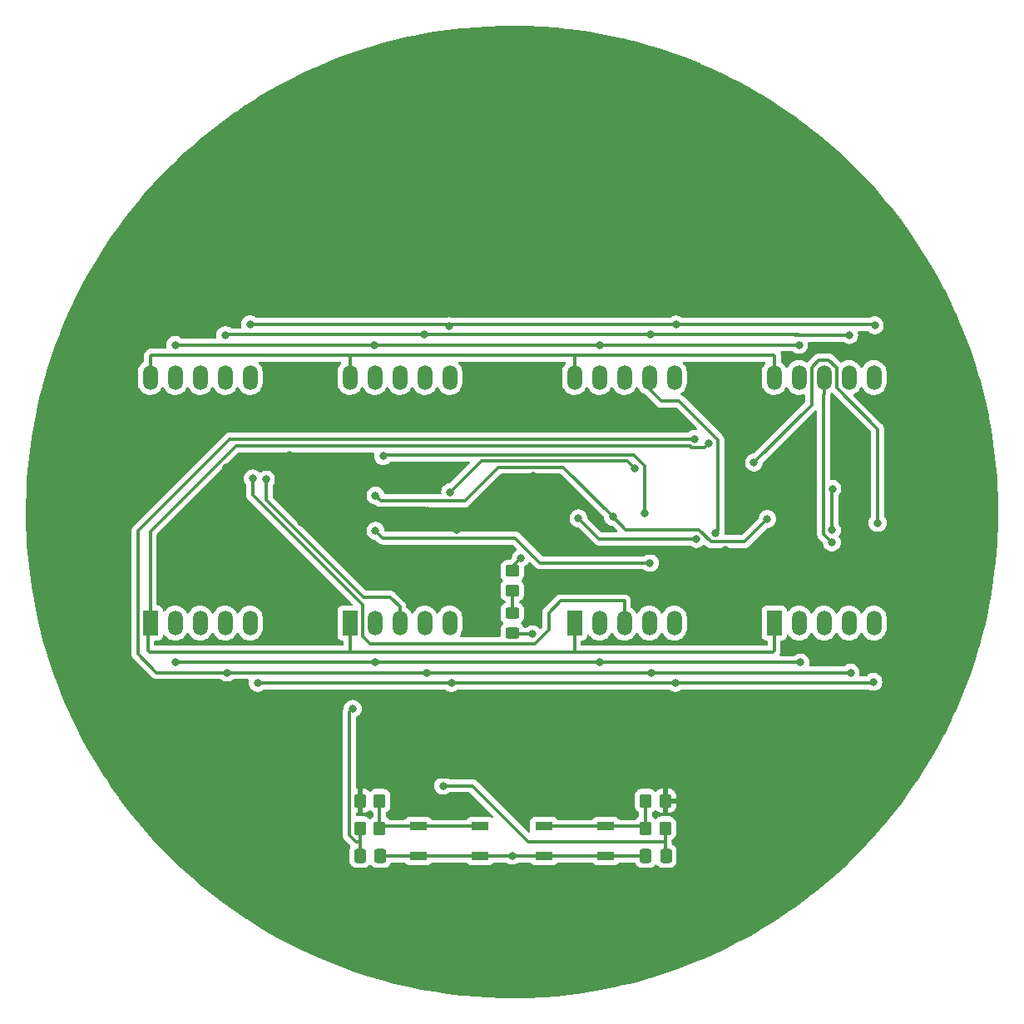
<source format=gbr>
%TF.GenerationSoftware,KiCad,Pcbnew,6.0.2+dfsg-1*%
%TF.CreationDate,2023-04-16T00:57:54+03:00*%
%TF.ProjectId,clock,636c6f63-6b2e-46b6-9963-61645f706362,rev?*%
%TF.SameCoordinates,Original*%
%TF.FileFunction,Copper,L1,Top*%
%TF.FilePolarity,Positive*%
%FSLAX46Y46*%
G04 Gerber Fmt 4.6, Leading zero omitted, Abs format (unit mm)*
G04 Created by KiCad (PCBNEW 6.0.2+dfsg-1) date 2023-04-16 00:57:54*
%MOMM*%
%LPD*%
G01*
G04 APERTURE LIST*
G04 Aperture macros list*
%AMRoundRect*
0 Rectangle with rounded corners*
0 $1 Rounding radius*
0 $2 $3 $4 $5 $6 $7 $8 $9 X,Y pos of 4 corners*
0 Add a 4 corners polygon primitive as box body*
4,1,4,$2,$3,$4,$5,$6,$7,$8,$9,$2,$3,0*
0 Add four circle primitives for the rounded corners*
1,1,$1+$1,$2,$3*
1,1,$1+$1,$4,$5*
1,1,$1+$1,$6,$7*
1,1,$1+$1,$8,$9*
0 Add four rect primitives between the rounded corners*
20,1,$1+$1,$2,$3,$4,$5,0*
20,1,$1+$1,$4,$5,$6,$7,0*
20,1,$1+$1,$6,$7,$8,$9,0*
20,1,$1+$1,$8,$9,$2,$3,0*%
G04 Aperture macros list end*
%TA.AperFunction,SMDPad,CuDef*%
%ADD10RoundRect,0.250000X-0.450000X0.350000X-0.450000X-0.350000X0.450000X-0.350000X0.450000X0.350000X0*%
%TD*%
%TA.AperFunction,ComponentPad*%
%ADD11R,1.524000X2.524000*%
%TD*%
%TA.AperFunction,ComponentPad*%
%ADD12O,1.524000X2.524000*%
%TD*%
%TA.AperFunction,SMDPad,CuDef*%
%ADD13RoundRect,0.250000X0.450000X-0.325000X0.450000X0.325000X-0.450000X0.325000X-0.450000X-0.325000X0*%
%TD*%
%TA.AperFunction,SMDPad,CuDef*%
%ADD14RoundRect,0.250000X0.337500X0.475000X-0.337500X0.475000X-0.337500X-0.475000X0.337500X-0.475000X0*%
%TD*%
%TA.AperFunction,SMDPad,CuDef*%
%ADD15RoundRect,0.250000X0.350000X0.450000X-0.350000X0.450000X-0.350000X-0.450000X0.350000X-0.450000X0*%
%TD*%
%TA.AperFunction,SMDPad,CuDef*%
%ADD16RoundRect,0.250000X-0.350000X-0.450000X0.350000X-0.450000X0.350000X0.450000X-0.350000X0.450000X0*%
%TD*%
%TA.AperFunction,SMDPad,CuDef*%
%ADD17RoundRect,0.250000X-0.337500X-0.475000X0.337500X-0.475000X0.337500X0.475000X-0.337500X0.475000X0*%
%TD*%
%TA.AperFunction,SMDPad,CuDef*%
%ADD18R,1.800000X0.900000*%
%TD*%
%TA.AperFunction,ViaPad*%
%ADD19C,0.800000*%
%TD*%
%TA.AperFunction,Conductor*%
%ADD20C,0.300000*%
%TD*%
G04 APERTURE END LIST*
D10*
%TO.P,R9,1*%
%TO.N,Net-(R9-Pad1)*%
X144800000Y-107600000D03*
%TO.P,R9,2*%
%TO.N,Net-(D1-Pad2)*%
X144800000Y-109600000D03*
%TD*%
D11*
%TO.P,U1,1,E*%
%TO.N,E*%
X107950000Y-112913700D03*
D12*
%TO.P,U1,2,D*%
%TO.N,D*%
X110490000Y-112913700D03*
%TO.P,U1,3,CA*%
%TO.N,/h1_pow*%
X113030000Y-112913700D03*
%TO.P,U1,4,C*%
%TO.N,C*%
X115570000Y-112913700D03*
%TO.P,U1,5,DP*%
%TO.N,P*%
X118110000Y-112913700D03*
%TO.P,U1,6,B*%
%TO.N,B*%
X118110000Y-87913700D03*
%TO.P,U1,7,A*%
%TO.N,A*%
X115570000Y-87913700D03*
%TO.P,U1,8,CA*%
%TO.N,/h1_pow*%
X113030000Y-87913700D03*
%TO.P,U1,9,F*%
%TO.N,F*%
X110490000Y-87913700D03*
%TO.P,U1,10,G*%
%TO.N,G*%
X107950000Y-87913700D03*
%TD*%
D13*
%TO.P,D1,1,K*%
%TO.N,GND*%
X144800000Y-113950000D03*
%TO.P,D1,2,A*%
%TO.N,Net-(D1-Pad2)*%
X144800000Y-111900000D03*
%TD*%
D14*
%TO.P,C1,1*%
%TO.N,/SW1*%
X160437500Y-136600000D03*
%TO.P,C1,2*%
%TO.N,GND*%
X158362500Y-136600000D03*
%TD*%
D15*
%TO.P,R8,1*%
%TO.N,Net-(R7-Pad2)*%
X131300000Y-133785000D03*
%TO.P,R8,2*%
%TO.N,/SW2*%
X129300000Y-133785000D03*
%TD*%
D16*
%TO.P,R7,1*%
%TO.N,VCC*%
X129300000Y-131000000D03*
%TO.P,R7,2*%
%TO.N,Net-(R7-Pad2)*%
X131300000Y-131000000D03*
%TD*%
%TO.P,R6,1*%
%TO.N,Net-(R5-Pad2)*%
X158370000Y-133785000D03*
%TO.P,R6,2*%
%TO.N,/SW1*%
X160370000Y-133785000D03*
%TD*%
D17*
%TO.P,C2,1*%
%TO.N,/SW2*%
X129300000Y-136600000D03*
%TO.P,C2,2*%
%TO.N,GND*%
X131375000Y-136600000D03*
%TD*%
D18*
%TO.P,SW2,1*%
%TO.N,GND*%
X135230000Y-136600000D03*
X141530000Y-136600000D03*
%TO.P,SW2,2*%
%TO.N,Net-(R7-Pad2)*%
X141530000Y-133600000D03*
X135230000Y-133600000D03*
%TD*%
%TO.P,SW1,1*%
%TO.N,GND*%
X148030000Y-136600000D03*
X154330000Y-136600000D03*
%TO.P,SW1,2*%
%TO.N,Net-(R5-Pad2)*%
X154330000Y-133600000D03*
X148030000Y-133600000D03*
%TD*%
D11*
%TO.P,U2,1,E*%
%TO.N,E*%
X128270000Y-112913700D03*
D12*
%TO.P,U2,2,D*%
%TO.N,D*%
X130810000Y-112913700D03*
%TO.P,U2,3,CA*%
%TO.N,/h2_pow*%
X133350000Y-112913700D03*
%TO.P,U2,4,C*%
%TO.N,C*%
X135890000Y-112913700D03*
%TO.P,U2,5,DP*%
%TO.N,P*%
X138430000Y-112913700D03*
%TO.P,U2,6,B*%
%TO.N,B*%
X138430000Y-87913700D03*
%TO.P,U2,7,A*%
%TO.N,A*%
X135890000Y-87913700D03*
%TO.P,U2,8,CA*%
%TO.N,/h2_pow*%
X133350000Y-87913700D03*
%TO.P,U2,9,F*%
%TO.N,F*%
X130810000Y-87913700D03*
%TO.P,U2,10,G*%
%TO.N,G*%
X128270000Y-87913700D03*
%TD*%
D15*
%TO.P,R5,1*%
%TO.N,VCC*%
X160370000Y-131000000D03*
%TO.P,R5,2*%
%TO.N,Net-(R5-Pad2)*%
X158370000Y-131000000D03*
%TD*%
D11*
%TO.P,U5,1,E*%
%TO.N,E*%
X171450000Y-112913700D03*
D12*
%TO.P,U5,2,D*%
%TO.N,D*%
X173990000Y-112913700D03*
%TO.P,U5,3,CA*%
%TO.N,/m2_pow*%
X176530000Y-112913700D03*
%TO.P,U5,4,C*%
%TO.N,C*%
X179070000Y-112913700D03*
%TO.P,U5,5,DP*%
%TO.N,P*%
X181610000Y-112913700D03*
%TO.P,U5,6,B*%
%TO.N,B*%
X181610000Y-87913700D03*
%TO.P,U5,7,A*%
%TO.N,A*%
X179070000Y-87913700D03*
%TO.P,U5,8,CA*%
%TO.N,/m2_pow*%
X176530000Y-87913700D03*
%TO.P,U5,9,F*%
%TO.N,F*%
X173990000Y-87913700D03*
%TO.P,U5,10,G*%
%TO.N,G*%
X171450000Y-87913700D03*
%TD*%
D11*
%TO.P,U4,1,E*%
%TO.N,E*%
X151130000Y-112913700D03*
D12*
%TO.P,U4,2,D*%
%TO.N,D*%
X153670000Y-112913700D03*
%TO.P,U4,3,CA*%
%TO.N,/m1_pow*%
X156210000Y-112913700D03*
%TO.P,U4,4,C*%
%TO.N,C*%
X158750000Y-112913700D03*
%TO.P,U4,5,DP*%
%TO.N,P*%
X161290000Y-112913700D03*
%TO.P,U4,6,B*%
%TO.N,B*%
X161290000Y-87913700D03*
%TO.P,U4,7,A*%
%TO.N,A*%
X158750000Y-87913700D03*
%TO.P,U4,8,CA*%
%TO.N,/m1_pow*%
X156210000Y-87913700D03*
%TO.P,U4,9,F*%
%TO.N,F*%
X153670000Y-87913700D03*
%TO.P,U4,10,G*%
%TO.N,G*%
X151130000Y-87913700D03*
%TD*%
D19*
%TO.N,/SW1*%
X137748900Y-129469100D03*
%TO.N,GND*%
X146860000Y-114048000D03*
X144800000Y-136600000D03*
%TO.N,/SW2*%
X128556700Y-121637300D03*
%TO.N,VCC*%
X123300000Y-102700000D03*
X136200000Y-101500000D03*
X139100000Y-103400000D03*
X115700000Y-97100000D03*
X122100000Y-95800000D03*
X166500000Y-105500000D03*
X147200000Y-102900000D03*
X160080000Y-105800000D03*
X146900000Y-97900000D03*
X174400000Y-105800000D03*
X179400000Y-97000000D03*
X179400000Y-104000000D03*
X151200000Y-103500000D03*
%TO.N,SDATA*%
X163538400Y-104351300D03*
X151532100Y-102258300D03*
%TO.N,LATCH*%
X131661000Y-95920800D03*
X158271000Y-101774000D03*
%TO.N,CLK*%
X158795900Y-106791300D03*
X130870000Y-103521500D03*
%TO.N,OE_N*%
X170764500Y-102315800D03*
X155042000Y-102103200D03*
X130870000Y-99937500D03*
%TO.N,/h2_pow*%
X119769100Y-98299800D03*
%TO.N,/m1_pow*%
X118381600Y-98195600D03*
%TO.N,/m2_pow*%
X177333200Y-104708600D03*
%TO.N,Net-(R9-Pad1)*%
X138480300Y-99581600D03*
X157302000Y-97187100D03*
X145669000Y-106301100D03*
%TO.N,F*%
X174000000Y-84600300D03*
X153700000Y-84600000D03*
X130800000Y-84600000D03*
X110490000Y-84610000D03*
%TO.N,E*%
X164835700Y-94591700D03*
%TO.N,P*%
X181550000Y-118900000D03*
X177384800Y-99245700D03*
X118900000Y-119000000D03*
X161400000Y-119000000D03*
X138600000Y-119000000D03*
X177327400Y-103464100D03*
%TO.N,C*%
X179233000Y-117967000D03*
X158967000Y-117967000D03*
X115767000Y-117967000D03*
X136067000Y-117967000D03*
X163361400Y-94164800D03*
%TO.N,B*%
X118110000Y-82500000D03*
X161467000Y-82533300D03*
X181700000Y-82600000D03*
X138400000Y-82700000D03*
%TO.N,A*%
X179100000Y-83600000D03*
X115600000Y-83600000D03*
X165456300Y-103772400D03*
X158893300Y-83566700D03*
X135867000Y-83566700D03*
%TO.N,D*%
X130833000Y-116933000D03*
X153733000Y-116933000D03*
X181985000Y-102722400D03*
X174133000Y-116933000D03*
X110500000Y-116933000D03*
X169395400Y-96572600D03*
%TD*%
D20*
%TO.N,/SW1*%
X160437500Y-136599500D02*
X160438000Y-136600000D01*
X160370000Y-136532000D02*
X160437500Y-136599500D01*
X160370000Y-135158500D02*
X160370000Y-136532000D01*
X140739100Y-129469100D02*
X137748900Y-129469100D01*
X146428500Y-135158500D02*
X140739100Y-129469100D01*
X160370000Y-135158500D02*
X146428500Y-135158500D01*
X160370000Y-133785000D02*
X160370000Y-135158500D01*
X160437500Y-136599500D02*
X160437500Y-136600000D01*
%TO.N,GND*%
X135230000Y-136600000D02*
X131375000Y-136600000D01*
X144800000Y-136600000D02*
X148030000Y-136600000D01*
X158362500Y-136600000D02*
X158362000Y-136600000D01*
X151000000Y-136600000D02*
X154330000Y-136600000D01*
X149380000Y-136600000D02*
X151000000Y-136600000D01*
X148030000Y-136600000D02*
X149380000Y-136600000D01*
X141530000Y-136600000D02*
X144800000Y-136600000D01*
X146860000Y-114048000D02*
X144898000Y-114048000D01*
X144898000Y-114048000D02*
X144800000Y-113950000D01*
X135230000Y-136600000D02*
X141530000Y-136600000D01*
X154330000Y-136600000D02*
X158362000Y-136600000D01*
%TO.N,/SW2*%
X129300000Y-133785000D02*
X129300000Y-135192500D01*
X129300000Y-135192500D02*
X128871000Y-135192500D01*
X128200800Y-134522300D02*
X128200800Y-121993200D01*
X128871000Y-135192500D02*
X128200800Y-134522300D01*
X128200800Y-121993200D02*
X128556700Y-121637300D01*
X129300000Y-135192500D02*
X129300000Y-136600000D01*
%TO.N,VCC*%
X130300000Y-128600000D02*
X129300000Y-129600000D01*
X159900000Y-105800000D02*
X160080000Y-105800000D01*
X173700000Y-105800000D02*
X174400000Y-105800000D01*
X139100000Y-103400000D02*
X139600000Y-102900000D01*
X159900000Y-105800000D02*
X166200000Y-105800000D01*
X174100000Y-131000000D02*
X160370000Y-131000000D01*
X146600000Y-98200000D02*
X146900000Y-97900000D01*
X137200000Y-101500000D02*
X139100000Y-103400000D01*
X120800000Y-97100000D02*
X120800000Y-100200000D01*
X179400000Y-104300000D02*
X179400000Y-104000000D01*
X121850000Y-101250000D02*
X123300000Y-102700000D01*
X151200000Y-104800000D02*
X152200000Y-105800000D01*
X177900000Y-105800000D02*
X179200000Y-104500000D01*
X152200000Y-105800000D02*
X159900000Y-105800000D01*
X166200000Y-105800000D02*
X173700000Y-105800000D01*
X182200000Y-104000000D02*
X184300000Y-106100000D01*
X160080000Y-105800000D02*
X166200000Y-105800000D01*
X136200000Y-101500000D02*
X137200000Y-101500000D01*
X147200000Y-102900000D02*
X150600000Y-102900000D01*
X179200000Y-104500000D02*
X179400000Y-104300000D01*
X160370000Y-129370000D02*
X159600000Y-128600000D01*
X151200000Y-103500000D02*
X151200000Y-104800000D01*
X135950000Y-101250000D02*
X136200000Y-101500000D01*
X121850000Y-101250000D02*
X135950000Y-101250000D01*
X179700000Y-104000000D02*
X180500000Y-104000000D01*
X184300000Y-120800000D02*
X174100000Y-131000000D01*
X166200000Y-105800000D02*
X166500000Y-105500000D01*
X120800000Y-97100000D02*
X122100000Y-95800000D01*
X174400000Y-105800000D02*
X177900000Y-105800000D01*
X179200000Y-104500000D02*
X179400000Y-104300000D01*
X120800000Y-100200000D02*
X121850000Y-101250000D01*
X150600000Y-102900000D02*
X151200000Y-103500000D01*
X173700000Y-105800000D02*
X174400000Y-105800000D01*
X146600000Y-102900000D02*
X147200000Y-102900000D01*
X152200000Y-105800000D02*
X159900000Y-105800000D01*
X146600000Y-102900000D02*
X146600000Y-98200000D01*
X184300000Y-106100000D02*
X184300000Y-120800000D01*
X139600000Y-102900000D02*
X146600000Y-102900000D01*
X180500000Y-104000000D02*
X180500000Y-98100000D01*
X129300000Y-129600000D02*
X129300000Y-131000000D01*
X115700000Y-97100000D02*
X120800000Y-97100000D01*
X180500000Y-104000000D02*
X182200000Y-104000000D01*
X160370000Y-131000000D02*
X160370000Y-129370000D01*
X180500000Y-98100000D02*
X179400000Y-97000000D01*
X159600000Y-128600000D02*
X130300000Y-128600000D01*
X179400000Y-104300000D02*
X179700000Y-104000000D01*
%TO.N,Net-(D1-Pad2)*%
X144800000Y-109600000D02*
X144800000Y-111900000D01*
%TO.N,SDATA*%
X153625100Y-104351300D02*
X151532100Y-102258300D01*
X163538400Y-104351300D02*
X153625100Y-104351300D01*
%TO.N,LATCH*%
X131661000Y-95920800D02*
X131790500Y-95791300D01*
X131790500Y-95791300D02*
X157149300Y-95791300D01*
X157149300Y-95791300D02*
X158271000Y-96913000D01*
X158271000Y-96913000D02*
X158271000Y-101774000D01*
%TO.N,CLK*%
X145109400Y-104255200D02*
X131603700Y-104255200D01*
X147645500Y-106791300D02*
X145109400Y-104255200D01*
X158795900Y-106791300D02*
X147645500Y-106791300D01*
X131603700Y-104255200D02*
X130870000Y-103521500D01*
%TO.N,OE_N*%
X168457700Y-104622600D02*
X165012100Y-104622600D01*
X163789400Y-103399900D02*
X156338700Y-103399900D01*
X131420800Y-100488300D02*
X139947100Y-100488300D01*
X165012100Y-104622600D02*
X163789400Y-103399900D01*
X139947100Y-100488300D02*
X143387400Y-97048000D01*
X143387400Y-97048000D02*
X149986800Y-97048000D01*
X130870000Y-99937500D02*
X131420800Y-100488300D01*
X170764500Y-102315800D02*
X168457700Y-104622600D01*
X149986800Y-97048000D02*
X155042000Y-102103200D01*
X156338700Y-103399900D02*
X155042000Y-102103200D01*
%TO.N,/h2_pow*%
X133350000Y-111250000D02*
X133350000Y-112913700D01*
X119769100Y-100401400D02*
X129657700Y-110290000D01*
X129657700Y-110290000D02*
X132390000Y-110290000D01*
X132390000Y-110290000D02*
X133350000Y-111250000D01*
X119769100Y-98299800D02*
X119769100Y-100401400D01*
%TO.N,/m1_pow*%
X118381600Y-98195600D02*
X118381600Y-99862700D01*
X129540000Y-111021100D02*
X129540000Y-114250000D01*
X148512200Y-113623000D02*
X148512200Y-111857800D01*
X130294900Y-115004900D02*
X147130300Y-115004900D01*
X156210000Y-110660000D02*
X156210000Y-112913700D01*
X147130300Y-115004900D02*
X148512200Y-113623000D01*
X149710000Y-110660000D02*
X156210000Y-110660000D01*
X129540000Y-114250000D02*
X130294900Y-115004900D01*
X148512200Y-111857800D02*
X149710000Y-110660000D01*
X118381600Y-99862700D02*
X129540000Y-111021100D01*
%TO.N,/m2_pow*%
X176530000Y-87913700D02*
X176530000Y-89625800D01*
X176477200Y-89678600D02*
X176477200Y-103852600D01*
X176477200Y-103852600D02*
X177333200Y-104708600D01*
X176530000Y-89625800D02*
X176477200Y-89678600D01*
%TO.N,Net-(R5-Pad2)*%
X158370000Y-133600000D02*
X154330000Y-133600000D01*
X148030000Y-133600000D02*
X154330000Y-133600000D01*
X158370000Y-131000000D02*
X158370000Y-133600000D01*
X158370000Y-133600000D02*
X158370000Y-133785000D01*
%TO.N,Net-(R7-Pad2)*%
X131300000Y-131000000D02*
X131300000Y-133600000D01*
X135230000Y-133600000D02*
X141530000Y-133600000D01*
X131300000Y-133600000D02*
X131300000Y-133785000D01*
X131300000Y-133600000D02*
X135230000Y-133600000D01*
%TO.N,Net-(R9-Pad1)*%
X138480300Y-99581600D02*
X141670400Y-96391500D01*
X141670400Y-96391500D02*
X156506400Y-96391500D01*
X156506400Y-96391500D02*
X157302000Y-97187100D01*
X144800000Y-107170100D02*
X144800000Y-107600000D01*
X145669000Y-106301100D02*
X144800000Y-107170100D01*
%TO.N,F*%
X130800000Y-84600000D02*
X125734000Y-84600000D01*
X158834000Y-84600300D02*
X135934000Y-84600300D01*
X125734000Y-84600000D02*
X115533000Y-84600000D01*
X158834000Y-84600300D02*
X135934000Y-84600300D01*
X125734000Y-84600300D02*
X125734000Y-84600000D01*
X125734000Y-84600300D02*
X115534000Y-84600300D01*
X158833000Y-84600000D02*
X153800000Y-84600000D01*
X115534000Y-84600300D02*
X115524000Y-84610000D01*
X135934000Y-84600300D02*
X125734000Y-84600300D01*
X174000000Y-84600300D02*
X158834000Y-84600300D01*
X135934000Y-84600300D02*
X125734000Y-84600300D01*
X125734000Y-84600300D02*
X115534000Y-84600300D01*
X153800000Y-84600000D02*
X153700000Y-84600000D01*
X115524000Y-84610000D02*
X110490000Y-84610000D01*
X153700000Y-84600000D02*
X130800000Y-84600000D01*
%TO.N,G*%
X171500000Y-85700000D02*
X171500000Y-86781800D01*
X151130000Y-85633300D02*
X161367000Y-85633300D01*
X128270000Y-85633300D02*
X118867000Y-85633300D01*
X118867000Y-85633300D02*
X118367000Y-85633300D01*
X171500000Y-86781800D02*
X171500000Y-87863700D01*
X118867000Y-85633300D02*
X118367000Y-85633300D01*
X108067000Y-85633300D02*
X107950000Y-85750000D01*
X128270000Y-85633300D02*
X118867000Y-85633300D01*
X118867000Y-85633300D02*
X118367000Y-85633300D01*
X128270000Y-85633300D02*
X118867000Y-85633300D01*
X161367000Y-85633300D02*
X171433000Y-85633300D01*
X118367000Y-85633300D02*
X108067000Y-85633300D01*
X107950000Y-85750000D02*
X107950000Y-87913700D01*
X128270000Y-87913700D02*
X128270000Y-85633300D01*
X171500000Y-86781800D02*
X171450000Y-86831800D01*
X151130000Y-87913700D02*
X151130000Y-85633300D01*
X161367000Y-85633300D02*
X151130000Y-85633300D01*
X171433000Y-85633300D02*
X171500000Y-85700000D01*
X171450000Y-86831800D02*
X171450000Y-87913700D01*
X138467000Y-85633300D02*
X151130000Y-85633300D01*
X138467000Y-85633300D02*
X128270000Y-85633300D01*
X151130000Y-85633300D02*
X138467000Y-85633300D01*
X138467000Y-85633300D02*
X128270000Y-85633300D01*
X138467000Y-85633300D02*
X128270000Y-85633300D01*
X151130000Y-85633300D02*
X138467000Y-85633300D01*
X161367000Y-85633300D02*
X151130000Y-85633300D01*
%TO.N,E*%
X151130000Y-112914000D02*
X151130000Y-112913700D01*
X151200000Y-115900000D02*
X171300000Y-115900000D01*
X107700000Y-113164000D02*
X107700000Y-115700000D01*
X128270000Y-112914000D02*
X128270000Y-115870000D01*
X128270000Y-112914000D02*
X128270000Y-112913700D01*
X151130000Y-115830000D02*
X151200000Y-115900000D01*
X164412500Y-95014900D02*
X164835700Y-94591700D01*
X162896300Y-94901800D02*
X163009400Y-95014900D01*
X107700000Y-115700000D02*
X107900000Y-115900000D01*
X107900000Y-115900000D02*
X128300000Y-115900000D01*
X128270000Y-115870000D02*
X128300000Y-115900000D01*
X163009400Y-95014900D02*
X164412500Y-95014900D01*
X151130000Y-112914000D02*
X151130000Y-115830000D01*
X107950000Y-112914000D02*
X107700000Y-113164000D01*
X171450000Y-112914000D02*
X171450000Y-112913700D01*
X128300000Y-115900000D02*
X151200000Y-115900000D01*
X107950000Y-112914000D02*
X107950000Y-112913700D01*
X107950000Y-103632400D02*
X116680600Y-94901800D01*
X116680600Y-94901800D02*
X162896300Y-94901800D01*
X107950000Y-112913700D02*
X107950000Y-103632400D01*
X171300000Y-115900000D02*
X171450000Y-115750000D01*
X171450000Y-115750000D02*
X171450000Y-112914000D01*
%TO.N,P*%
X161400000Y-119000000D02*
X181450000Y-119000000D01*
X177384800Y-99245700D02*
X177327400Y-99303100D01*
X118900000Y-119000000D02*
X138600000Y-119000000D01*
X177327400Y-99303100D02*
X177327400Y-103464100D01*
X138600000Y-119000000D02*
X161400000Y-119000000D01*
X181450000Y-119000000D02*
X181550000Y-118900000D01*
%TO.N,C*%
X106701500Y-116051500D02*
X106701500Y-103528500D01*
X136067000Y-117967000D02*
X158967000Y-117967000D01*
X115767000Y-117967000D02*
X108617000Y-117967000D01*
X106701500Y-103528500D02*
X116065200Y-94164800D01*
X115767000Y-117967000D02*
X136067000Y-117967000D01*
X158967000Y-117967000D02*
X179233000Y-117967000D01*
X108617000Y-117967000D02*
X106701500Y-116051500D01*
X116065200Y-94164800D02*
X163361400Y-94164800D01*
%TO.N,B*%
X161467000Y-82533300D02*
X151067000Y-82533300D01*
X151067000Y-82533300D02*
X139367000Y-82533300D01*
X151067000Y-82533300D02*
X139367000Y-82533300D01*
X138567000Y-82533300D02*
X128267000Y-82533300D01*
X170767000Y-82533300D02*
X181633000Y-82533300D01*
X170533000Y-82533300D02*
X161467000Y-82533300D01*
X170767000Y-82533300D02*
X170533000Y-82533300D01*
X161467000Y-82533300D02*
X151067000Y-82533300D01*
X139367000Y-82533300D02*
X138567000Y-82533300D01*
X138400000Y-82700000D02*
X138567000Y-82533300D01*
X170533000Y-82533300D02*
X170767000Y-82533300D01*
X170533000Y-82533300D02*
X161467000Y-82533300D01*
X170767000Y-82533300D02*
X170533000Y-82533300D01*
X151067000Y-82533300D02*
X139367000Y-82533300D01*
X128267000Y-82533300D02*
X118143300Y-82533300D01*
X139367000Y-82533300D02*
X138567000Y-82533300D01*
X139367000Y-82533300D02*
X138567000Y-82533300D01*
X138567000Y-82533300D02*
X128267000Y-82533300D01*
X138567000Y-82533300D02*
X139367000Y-82533300D01*
X170533000Y-82533300D02*
X161467000Y-82533300D01*
X181633000Y-82533300D02*
X181700000Y-82600000D01*
X170767000Y-82533300D02*
X170533000Y-82533300D01*
X138567000Y-82533300D02*
X128267000Y-82533300D01*
X161467000Y-82533300D02*
X151067000Y-82533300D01*
%TO.N,A*%
X165737200Y-94291000D02*
X161776200Y-90330000D01*
X173566000Y-83566300D02*
X153600000Y-83566300D01*
X134275000Y-83566300D02*
X130700000Y-83566300D01*
X130700000Y-83566300D02*
X115566000Y-83566300D01*
X115566000Y-83566300D02*
X115600000Y-83600000D01*
X158750000Y-89130000D02*
X158750000Y-87913700D01*
X158893300Y-83566700D02*
X158667000Y-83566700D01*
X153600000Y-83566300D02*
X134275000Y-83566300D01*
X135867000Y-83566700D02*
X134275000Y-83566700D01*
X165456300Y-103772400D02*
X165737200Y-103491500D01*
X134275000Y-83566700D02*
X130700000Y-83566700D01*
X173566700Y-83566700D02*
X158893300Y-83566700D01*
X153600000Y-83566300D02*
X134275000Y-83566300D01*
X173566000Y-83566300D02*
X153600000Y-83566300D01*
X161776200Y-90330000D02*
X159950000Y-90330000D01*
X159950000Y-90330000D02*
X158750000Y-89130000D01*
X165737200Y-103491500D02*
X165737200Y-94291000D01*
X173566700Y-83566700D02*
X173600000Y-83600000D01*
X158667000Y-83566700D02*
X135867000Y-83566700D01*
X179100000Y-83600000D02*
X173600000Y-83600000D01*
X134275000Y-83566300D02*
X130700000Y-83566300D01*
X173900000Y-83566700D02*
X173566700Y-83566700D01*
X134275000Y-83566300D02*
X134275000Y-83566700D01*
%TO.N,D*%
X175260000Y-86894600D02*
X175260000Y-90708000D01*
X175993000Y-86161600D02*
X175260000Y-86894600D01*
X130833000Y-116933000D02*
X153733000Y-116933000D01*
X153733000Y-116933000D02*
X174133000Y-116933000D01*
X177026200Y-86161600D02*
X175993000Y-86161600D01*
X175260000Y-90708000D02*
X169395400Y-96572600D01*
X177800000Y-88967700D02*
X177800000Y-86935400D01*
X177800000Y-86935400D02*
X177026200Y-86161600D01*
X181985000Y-102722400D02*
X181985000Y-93152700D01*
X110500000Y-116933000D02*
X130833000Y-116933000D01*
X181985000Y-93152700D02*
X177800000Y-88967700D01*
%TD*%
%TA.AperFunction,Conductor*%
%TO.N,VCC*%
G36*
X145127279Y-52109243D02*
G01*
X145533821Y-52117759D01*
X146505459Y-52138112D01*
X146508975Y-52138234D01*
X147595071Y-52191353D01*
X147885880Y-52205576D01*
X147889376Y-52205795D01*
X149263862Y-52311556D01*
X149267317Y-52311871D01*
X150311700Y-52421640D01*
X150638317Y-52455969D01*
X150641812Y-52456386D01*
X152008208Y-52638703D01*
X152011665Y-52639213D01*
X152661059Y-52744392D01*
X153372460Y-52859614D01*
X153375925Y-52860225D01*
X154730000Y-53118529D01*
X154733447Y-53119236D01*
X155510511Y-53290084D01*
X156079868Y-53415265D01*
X156083248Y-53416059D01*
X156657810Y-53559313D01*
X157420819Y-53749553D01*
X157424221Y-53750452D01*
X158751938Y-54121157D01*
X158755313Y-54122150D01*
X160072172Y-54529786D01*
X160075518Y-54530873D01*
X161380501Y-54975125D01*
X161383784Y-54976294D01*
X162017688Y-55212040D01*
X162675898Y-55456826D01*
X162679178Y-55458099D01*
X163957270Y-55974482D01*
X163960514Y-55975845D01*
X165223805Y-56527763D01*
X165226938Y-56529185D01*
X166474280Y-57116139D01*
X166477390Y-57117655D01*
X167084133Y-57424143D01*
X167707875Y-57739218D01*
X167710993Y-57740848D01*
X168923636Y-58396522D01*
X168926677Y-58398223D01*
X169883234Y-58950491D01*
X170120489Y-59087470D01*
X170123511Y-59089271D01*
X171297655Y-59811609D01*
X171300626Y-59813495D01*
X172454089Y-60568300D01*
X172457006Y-60570267D01*
X172964082Y-60922694D01*
X173589004Y-61357026D01*
X173591815Y-61359038D01*
X174139953Y-61763160D01*
X174701430Y-62177117D01*
X174704232Y-62179245D01*
X175242483Y-62599772D01*
X175790476Y-63027911D01*
X175793209Y-63030108D01*
X176217975Y-63381505D01*
X176855397Y-63908827D01*
X176858077Y-63911108D01*
X177895277Y-64819107D01*
X177897892Y-64821461D01*
X178909351Y-65758083D01*
X178911899Y-65760509D01*
X179896829Y-66725024D01*
X179899308Y-66727521D01*
X180856906Y-67719143D01*
X180859314Y-67721708D01*
X181788835Y-68739663D01*
X181791171Y-68742294D01*
X182691911Y-69785811D01*
X182694173Y-69788506D01*
X183565444Y-70856789D01*
X183567630Y-70859547D01*
X184408730Y-71951739D01*
X184410837Y-71954556D01*
X185221102Y-73069791D01*
X185223130Y-73072666D01*
X186001950Y-74210102D01*
X186003897Y-74213033D01*
X186750636Y-75371747D01*
X186752501Y-75374731D01*
X187466616Y-76553873D01*
X187468396Y-76556907D01*
X188149308Y-77755529D01*
X188151003Y-77758613D01*
X188798155Y-78975730D01*
X188799764Y-78978859D01*
X189412716Y-80213643D01*
X189414236Y-80216816D01*
X189801313Y-81054525D01*
X189992454Y-81468192D01*
X189993875Y-81471383D01*
X190393506Y-82403794D01*
X190536936Y-82738441D01*
X190538277Y-82741694D01*
X191045749Y-84023422D01*
X191046998Y-84026712D01*
X191518475Y-85322086D01*
X191519632Y-85325408D01*
X191954757Y-86633438D01*
X191955821Y-86636792D01*
X192354253Y-87956464D01*
X192355223Y-87959846D01*
X192716657Y-89290143D01*
X192717532Y-89293551D01*
X193041674Y-90633395D01*
X193042454Y-90636826D01*
X193140508Y-91098133D01*
X193287282Y-91788646D01*
X193329071Y-91985249D01*
X193329751Y-91988688D01*
X193562654Y-93257672D01*
X193578597Y-93344541D01*
X193579180Y-93347987D01*
X193660337Y-93872231D01*
X193790081Y-94710329D01*
X193790570Y-94713813D01*
X193963338Y-96081408D01*
X193963731Y-96084904D01*
X194096737Y-97441394D01*
X194098255Y-97456879D01*
X194098548Y-97460369D01*
X194134759Y-97978218D01*
X194194708Y-98835541D01*
X194194904Y-98839054D01*
X194252629Y-100216317D01*
X194252728Y-100219834D01*
X194271975Y-101598241D01*
X194271975Y-101601759D01*
X194252728Y-102980166D01*
X194252629Y-102983683D01*
X194194904Y-104360946D01*
X194194708Y-104364459D01*
X194146604Y-105052387D01*
X194106414Y-105627145D01*
X194098549Y-105739614D01*
X194098257Y-105743099D01*
X193996123Y-106784735D01*
X193963731Y-107115096D01*
X193963338Y-107118592D01*
X193790570Y-108486187D01*
X193790081Y-108489671D01*
X193759190Y-108689216D01*
X193584385Y-109818396D01*
X193579184Y-109851990D01*
X193578601Y-109855435D01*
X193330966Y-111204693D01*
X193329754Y-111211299D01*
X193329074Y-111214738D01*
X193208383Y-111782541D01*
X193042454Y-112563174D01*
X193041674Y-112566605D01*
X192865207Y-113296032D01*
X192725314Y-113874284D01*
X192717532Y-113906449D01*
X192716658Y-113909853D01*
X192657216Y-114128637D01*
X192355223Y-115240154D01*
X192354253Y-115243536D01*
X191955821Y-116563208D01*
X191954757Y-116566562D01*
X191519632Y-117874592D01*
X191518475Y-117877914D01*
X191046998Y-119173288D01*
X191045749Y-119176578D01*
X190538277Y-120458306D01*
X190536937Y-120461556D01*
X190004777Y-121703182D01*
X189993885Y-121728594D01*
X189992464Y-121731785D01*
X189724711Y-122311255D01*
X189414236Y-122983184D01*
X189412716Y-122986357D01*
X188799764Y-124221141D01*
X188798155Y-124224270D01*
X188151003Y-125441387D01*
X188149308Y-125444471D01*
X187468396Y-126643093D01*
X187466616Y-126646127D01*
X186752501Y-127825269D01*
X186750636Y-127828253D01*
X186376538Y-128408740D01*
X186010333Y-128976981D01*
X186003897Y-128986967D01*
X186001951Y-128989896D01*
X185967238Y-129040593D01*
X185223130Y-130127334D01*
X185221102Y-130130209D01*
X184410837Y-131245444D01*
X184408730Y-131248261D01*
X184010344Y-131765576D01*
X183625060Y-132265879D01*
X183567630Y-132340453D01*
X183565453Y-132343199D01*
X182997414Y-133039684D01*
X182694173Y-133411494D01*
X182691911Y-133414189D01*
X181791171Y-134457706D01*
X181788835Y-134460337D01*
X180916236Y-135415955D01*
X180859314Y-135478292D01*
X180856906Y-135480857D01*
X179899308Y-136472479D01*
X179896829Y-136474976D01*
X179008562Y-137344832D01*
X178911899Y-137439491D01*
X178909355Y-137441913D01*
X178558780Y-137766550D01*
X177897892Y-138378539D01*
X177895277Y-138380893D01*
X176858077Y-139288892D01*
X176855397Y-139291173D01*
X176318493Y-139735339D01*
X175916908Y-140067560D01*
X175793218Y-140169885D01*
X175790485Y-140172082D01*
X175241127Y-140601287D01*
X174704232Y-141020755D01*
X174701430Y-141022883D01*
X173591815Y-141840962D01*
X173589004Y-141842974D01*
X173018779Y-142239291D01*
X172457006Y-142629733D01*
X172454089Y-142631700D01*
X171300626Y-143386505D01*
X171297655Y-143388391D01*
X170123511Y-144110729D01*
X170120499Y-144112524D01*
X169517907Y-144460431D01*
X168926692Y-144801769D01*
X168923636Y-144803478D01*
X168581234Y-144988614D01*
X167710993Y-145459152D01*
X167707875Y-145460782D01*
X166477390Y-146082345D01*
X166474280Y-146083861D01*
X165226938Y-146670815D01*
X165223805Y-146672237D01*
X164471857Y-147000755D01*
X163960514Y-147224155D01*
X163957270Y-147225518D01*
X162679178Y-147741901D01*
X162675898Y-147743174D01*
X162285932Y-147888201D01*
X161383784Y-148223706D01*
X161380501Y-148224875D01*
X160075518Y-148669127D01*
X160072172Y-148670214D01*
X158755313Y-149077850D01*
X158751938Y-149078843D01*
X157424221Y-149449548D01*
X157420819Y-149450447D01*
X156735053Y-149621428D01*
X156083248Y-149783941D01*
X156079868Y-149784735D01*
X155510511Y-149909916D01*
X154733447Y-150080764D01*
X154730000Y-150081471D01*
X153375925Y-150339775D01*
X153372460Y-150340386D01*
X152775213Y-150437119D01*
X152011665Y-150560787D01*
X152008208Y-150561297D01*
X151291101Y-150656980D01*
X150641810Y-150743614D01*
X150638314Y-150744031D01*
X149267317Y-150888129D01*
X149263862Y-150888444D01*
X147889376Y-150994205D01*
X147885880Y-150994424D01*
X147595071Y-151008647D01*
X146508975Y-151061766D01*
X146505459Y-151061888D01*
X145533821Y-151082241D01*
X145127279Y-151090757D01*
X145123785Y-151090782D01*
X144473393Y-151086241D01*
X143745265Y-151081158D01*
X143741748Y-151081084D01*
X142364083Y-151032974D01*
X142360568Y-151032802D01*
X140984775Y-150946245D01*
X140981267Y-150945975D01*
X139963361Y-150853339D01*
X139608449Y-150821039D01*
X139604964Y-150820674D01*
X138236080Y-150657444D01*
X138232606Y-150656980D01*
X136868901Y-150455605D01*
X136865473Y-150455050D01*
X135507830Y-150215662D01*
X135504375Y-150215002D01*
X134154056Y-149937820D01*
X134150622Y-149937066D01*
X132808522Y-149622279D01*
X132805108Y-149621428D01*
X131472329Y-149269293D01*
X131468940Y-149268347D01*
X130146485Y-148879128D01*
X130143124Y-148878087D01*
X128832098Y-148452108D01*
X128828767Y-148450974D01*
X127530146Y-147988556D01*
X127526848Y-147987330D01*
X126241608Y-147488818D01*
X126238346Y-147487500D01*
X124967534Y-146953300D01*
X124964310Y-146951891D01*
X123708929Y-146382425D01*
X123705758Y-146380933D01*
X123672626Y-146364773D01*
X122466754Y-145776630D01*
X122463614Y-145775044D01*
X121241951Y-145136374D01*
X121238856Y-145134700D01*
X120035541Y-144462190D01*
X120032494Y-144460431D01*
X118848395Y-143754566D01*
X118845398Y-143752722D01*
X117783283Y-143078684D01*
X117681482Y-143014079D01*
X117678572Y-143012175D01*
X116535700Y-142241299D01*
X116532811Y-142239291D01*
X115411959Y-141436840D01*
X115409126Y-141434752D01*
X114311077Y-140601287D01*
X114308305Y-140599121D01*
X113233955Y-139735321D01*
X113231289Y-139733115D01*
X112181483Y-138839661D01*
X112178837Y-138837344D01*
X111154400Y-137914936D01*
X111151818Y-137912546D01*
X111058309Y-137823498D01*
X110600189Y-137387237D01*
X110153534Y-136961893D01*
X110151020Y-136959431D01*
X109179672Y-135981277D01*
X109177228Y-135978746D01*
X108233585Y-134973870D01*
X108231212Y-134971272D01*
X108167194Y-134899167D01*
X107315942Y-133940378D01*
X107313679Y-133937756D01*
X106427571Y-132881733D01*
X106425350Y-132879010D01*
X106316523Y-132741704D01*
X105569087Y-131798674D01*
X105566946Y-131795894D01*
X105555188Y-131780176D01*
X104777137Y-130740135D01*
X104741177Y-130692066D01*
X104739109Y-130689219D01*
X103944502Y-129562791D01*
X103942514Y-129559888D01*
X103542019Y-128957096D01*
X103179646Y-128411681D01*
X103177751Y-128408740D01*
X102447246Y-127239687D01*
X102445423Y-127236677D01*
X101747851Y-126047695D01*
X101746113Y-126044636D01*
X101081990Y-124836600D01*
X101080339Y-124833493D01*
X100450250Y-123607472D01*
X100448685Y-123604321D01*
X99853040Y-122361114D01*
X99851564Y-122357920D01*
X99679898Y-121972352D01*
X127537394Y-121972352D01*
X127540251Y-122002571D01*
X127541741Y-122018338D01*
X127542300Y-122030196D01*
X127542300Y-134440244D01*
X127541741Y-134452100D01*
X127540012Y-134459837D01*
X127540261Y-134467759D01*
X127542238Y-134530669D01*
X127542300Y-134534627D01*
X127542300Y-134563732D01*
X127542856Y-134568132D01*
X127543788Y-134579964D01*
X127545238Y-134626131D01*
X127547450Y-134633744D01*
X127547450Y-134633745D01*
X127551219Y-134646716D01*
X127555230Y-134666082D01*
X127557918Y-134687364D01*
X127560834Y-134694729D01*
X127560835Y-134694733D01*
X127574926Y-134730321D01*
X127578765Y-134741531D01*
X127591655Y-134785900D01*
X127602575Y-134804365D01*
X127611266Y-134822105D01*
X127619165Y-134842056D01*
X127646316Y-134879426D01*
X127652833Y-134889348D01*
X127672307Y-134922277D01*
X127672310Y-134922281D01*
X127676347Y-134929107D01*
X127691511Y-134944271D01*
X127704351Y-134959304D01*
X127716959Y-134976657D01*
X127737319Y-134993500D01*
X127752552Y-135006102D01*
X127761332Y-135014092D01*
X128306398Y-135559158D01*
X128340424Y-135621470D01*
X128335359Y-135692285D01*
X128324563Y-135714369D01*
X128274970Y-135794824D01*
X128270385Y-135802262D01*
X128262894Y-135824848D01*
X128226796Y-135933681D01*
X128214703Y-135970139D01*
X128204000Y-136074600D01*
X128204000Y-137125400D01*
X128214974Y-137231166D01*
X128217155Y-137237702D01*
X128217155Y-137237704D01*
X128240920Y-137308935D01*
X128270950Y-137398946D01*
X128364022Y-137549348D01*
X128489197Y-137674305D01*
X128495427Y-137678145D01*
X128495428Y-137678146D01*
X128632590Y-137762694D01*
X128639762Y-137767115D01*
X128719505Y-137793564D01*
X128801111Y-137820632D01*
X128801113Y-137820632D01*
X128807639Y-137822797D01*
X128814475Y-137823497D01*
X128814478Y-137823498D01*
X128857531Y-137827909D01*
X128912100Y-137833500D01*
X129687900Y-137833500D01*
X129691146Y-137833163D01*
X129691150Y-137833163D01*
X129786808Y-137823238D01*
X129786812Y-137823237D01*
X129793666Y-137822526D01*
X129800202Y-137820345D01*
X129800204Y-137820345D01*
X129932306Y-137776272D01*
X129961446Y-137766550D01*
X130111848Y-137673478D01*
X130236805Y-137548303D01*
X130239406Y-137544084D01*
X130296530Y-137503583D01*
X130367453Y-137500351D01*
X130428865Y-137535976D01*
X130435422Y-137543530D01*
X130439022Y-137549348D01*
X130564197Y-137674305D01*
X130570427Y-137678145D01*
X130570428Y-137678146D01*
X130707590Y-137762694D01*
X130714762Y-137767115D01*
X130794505Y-137793564D01*
X130876111Y-137820632D01*
X130876113Y-137820632D01*
X130882639Y-137822797D01*
X130889475Y-137823497D01*
X130889478Y-137823498D01*
X130932531Y-137827909D01*
X130987100Y-137833500D01*
X131762900Y-137833500D01*
X131766146Y-137833163D01*
X131766150Y-137833163D01*
X131861808Y-137823238D01*
X131861812Y-137823237D01*
X131868666Y-137822526D01*
X131875202Y-137820345D01*
X131875204Y-137820345D01*
X132007306Y-137776272D01*
X132036446Y-137766550D01*
X132186848Y-137673478D01*
X132311805Y-137548303D01*
X132339371Y-137503583D01*
X132400775Y-137403968D01*
X132400776Y-137403966D01*
X132404615Y-137397738D01*
X132422163Y-137344832D01*
X132462594Y-137286473D01*
X132528158Y-137259236D01*
X132541756Y-137258500D01*
X133787725Y-137258500D01*
X133855846Y-137278502D01*
X133888551Y-137308935D01*
X133966739Y-137413261D01*
X134083295Y-137500615D01*
X134219684Y-137551745D01*
X134281866Y-137558500D01*
X136178134Y-137558500D01*
X136240316Y-137551745D01*
X136376705Y-137500615D01*
X136493261Y-137413261D01*
X136571449Y-137308935D01*
X136628308Y-137266420D01*
X136672275Y-137258500D01*
X140087725Y-137258500D01*
X140155846Y-137278502D01*
X140188551Y-137308935D01*
X140266739Y-137413261D01*
X140383295Y-137500615D01*
X140519684Y-137551745D01*
X140581866Y-137558500D01*
X142478134Y-137558500D01*
X142540316Y-137551745D01*
X142676705Y-137500615D01*
X142793261Y-137413261D01*
X142871449Y-137308935D01*
X142928308Y-137266420D01*
X142972275Y-137258500D01*
X144119776Y-137258500D01*
X144187897Y-137278502D01*
X144193837Y-137282564D01*
X144319400Y-137373791D01*
X144343248Y-137391118D01*
X144349276Y-137393802D01*
X144349278Y-137393803D01*
X144392982Y-137413261D01*
X144517712Y-137468794D01*
X144611113Y-137488647D01*
X144698056Y-137507128D01*
X144698061Y-137507128D01*
X144704513Y-137508500D01*
X144895487Y-137508500D01*
X144901939Y-137507128D01*
X144901944Y-137507128D01*
X144988887Y-137488647D01*
X145082288Y-137468794D01*
X145207018Y-137413261D01*
X145250722Y-137393803D01*
X145250724Y-137393802D01*
X145256752Y-137391118D01*
X145280601Y-137373791D01*
X145406163Y-137282564D01*
X145473031Y-137258706D01*
X145480224Y-137258500D01*
X146587725Y-137258500D01*
X146655846Y-137278502D01*
X146688551Y-137308935D01*
X146766739Y-137413261D01*
X146883295Y-137500615D01*
X147019684Y-137551745D01*
X147081866Y-137558500D01*
X148978134Y-137558500D01*
X149040316Y-137551745D01*
X149176705Y-137500615D01*
X149293261Y-137413261D01*
X149371449Y-137308935D01*
X149428308Y-137266420D01*
X149472275Y-137258500D01*
X152887725Y-137258500D01*
X152955846Y-137278502D01*
X152988551Y-137308935D01*
X153066739Y-137413261D01*
X153183295Y-137500615D01*
X153319684Y-137551745D01*
X153381866Y-137558500D01*
X155278134Y-137558500D01*
X155340316Y-137551745D01*
X155476705Y-137500615D01*
X155593261Y-137413261D01*
X155671449Y-137308935D01*
X155728308Y-137266420D01*
X155772275Y-137258500D01*
X157195803Y-137258500D01*
X157263924Y-137278502D01*
X157310417Y-137332158D01*
X157315326Y-137344623D01*
X157329544Y-137387237D01*
X157333450Y-137398946D01*
X157426522Y-137549348D01*
X157551697Y-137674305D01*
X157557927Y-137678145D01*
X157557928Y-137678146D01*
X157695090Y-137762694D01*
X157702262Y-137767115D01*
X157782005Y-137793564D01*
X157863611Y-137820632D01*
X157863613Y-137820632D01*
X157870139Y-137822797D01*
X157876975Y-137823497D01*
X157876978Y-137823498D01*
X157920031Y-137827909D01*
X157974600Y-137833500D01*
X158750400Y-137833500D01*
X158753646Y-137833163D01*
X158753650Y-137833163D01*
X158849308Y-137823238D01*
X158849312Y-137823237D01*
X158856166Y-137822526D01*
X158862702Y-137820345D01*
X158862704Y-137820345D01*
X158994806Y-137776272D01*
X159023946Y-137766550D01*
X159174348Y-137673478D01*
X159299305Y-137548303D01*
X159301906Y-137544084D01*
X159359030Y-137503583D01*
X159429953Y-137500351D01*
X159491365Y-137535976D01*
X159497922Y-137543530D01*
X159501522Y-137549348D01*
X159626697Y-137674305D01*
X159632927Y-137678145D01*
X159632928Y-137678146D01*
X159770090Y-137762694D01*
X159777262Y-137767115D01*
X159857005Y-137793564D01*
X159938611Y-137820632D01*
X159938613Y-137820632D01*
X159945139Y-137822797D01*
X159951975Y-137823497D01*
X159951978Y-137823498D01*
X159995031Y-137827909D01*
X160049600Y-137833500D01*
X160825400Y-137833500D01*
X160828646Y-137833163D01*
X160828650Y-137833163D01*
X160924308Y-137823238D01*
X160924312Y-137823237D01*
X160931166Y-137822526D01*
X160937702Y-137820345D01*
X160937704Y-137820345D01*
X161069806Y-137776272D01*
X161098946Y-137766550D01*
X161249348Y-137673478D01*
X161374305Y-137548303D01*
X161401871Y-137503583D01*
X161463275Y-137403968D01*
X161463276Y-137403966D01*
X161467115Y-137397738D01*
X161522797Y-137229861D01*
X161533500Y-137125400D01*
X161533500Y-136074600D01*
X161523688Y-135980032D01*
X161523238Y-135975692D01*
X161523237Y-135975688D01*
X161522526Y-135968834D01*
X161510765Y-135933580D01*
X161468868Y-135808002D01*
X161466550Y-135801054D01*
X161373478Y-135650652D01*
X161354238Y-135631445D01*
X161253483Y-135530866D01*
X161248303Y-135525695D01*
X161171402Y-135478292D01*
X161103966Y-135436724D01*
X161099707Y-135434099D01*
X161099705Y-135434097D01*
X161097738Y-135432885D01*
X161097946Y-135432548D01*
X161047964Y-135388539D01*
X161028500Y-135321263D01*
X161028500Y-135232655D01*
X161030732Y-135209046D01*
X161030939Y-135207962D01*
X161030939Y-135207960D01*
X161032424Y-135200176D01*
X161028749Y-135141764D01*
X161028500Y-135133853D01*
X161028500Y-135006311D01*
X161048502Y-134938190D01*
X161088196Y-134899167D01*
X161104063Y-134889348D01*
X161194348Y-134833478D01*
X161319305Y-134708303D01*
X161357268Y-134646716D01*
X161408275Y-134563968D01*
X161408276Y-134563966D01*
X161412115Y-134557738D01*
X161467797Y-134389861D01*
X161478500Y-134285400D01*
X161478500Y-133284600D01*
X161467526Y-133178834D01*
X161411550Y-133011054D01*
X161318478Y-132860652D01*
X161193303Y-132735695D01*
X161167655Y-132719885D01*
X161048968Y-132646725D01*
X161048966Y-132646724D01*
X161042738Y-132642885D01*
X160962995Y-132616436D01*
X160881389Y-132589368D01*
X160881387Y-132589368D01*
X160874861Y-132587203D01*
X160868025Y-132586503D01*
X160868022Y-132586502D01*
X160811206Y-132580681D01*
X160770400Y-132576500D01*
X159969600Y-132576500D01*
X159966354Y-132576837D01*
X159966350Y-132576837D01*
X159870692Y-132586762D01*
X159870688Y-132586763D01*
X159863834Y-132587474D01*
X159857298Y-132589655D01*
X159857296Y-132589655D01*
X159771587Y-132618250D01*
X159696054Y-132643450D01*
X159545652Y-132736522D01*
X159495523Y-132786739D01*
X159459216Y-132823109D01*
X159396934Y-132857188D01*
X159326114Y-132852185D01*
X159281025Y-132823264D01*
X159198483Y-132740866D01*
X159193303Y-132735695D01*
X159167587Y-132719843D01*
X159134621Y-132699523D01*
X159088383Y-132671021D01*
X159040891Y-132618250D01*
X159028500Y-132563762D01*
X159028500Y-132221311D01*
X159048502Y-132153190D01*
X159088196Y-132114167D01*
X159194348Y-132048478D01*
X159281137Y-131961537D01*
X159343421Y-131927458D01*
X159414241Y-131932461D01*
X159459329Y-131961382D01*
X159541829Y-132043739D01*
X159553240Y-132052751D01*
X159691243Y-132137816D01*
X159704424Y-132143963D01*
X159858710Y-132195138D01*
X159872086Y-132198005D01*
X159966438Y-132207672D01*
X159972854Y-132208000D01*
X160097885Y-132208000D01*
X160113124Y-132203525D01*
X160114329Y-132202135D01*
X160116000Y-132194452D01*
X160116000Y-132189884D01*
X160624000Y-132189884D01*
X160628475Y-132205123D01*
X160629865Y-132206328D01*
X160637548Y-132207999D01*
X160767095Y-132207999D01*
X160773614Y-132207662D01*
X160869206Y-132197743D01*
X160882600Y-132194851D01*
X161036784Y-132143412D01*
X161049962Y-132137239D01*
X161187807Y-132051937D01*
X161199208Y-132042901D01*
X161313739Y-131928171D01*
X161322751Y-131916760D01*
X161407816Y-131778757D01*
X161413963Y-131765576D01*
X161465138Y-131611290D01*
X161468005Y-131597914D01*
X161477672Y-131503562D01*
X161478000Y-131497146D01*
X161478000Y-131272115D01*
X161473525Y-131256876D01*
X161472135Y-131255671D01*
X161464452Y-131254000D01*
X160642115Y-131254000D01*
X160626876Y-131258475D01*
X160625671Y-131259865D01*
X160624000Y-131267548D01*
X160624000Y-132189884D01*
X160116000Y-132189884D01*
X160116000Y-130727885D01*
X160624000Y-130727885D01*
X160628475Y-130743124D01*
X160629865Y-130744329D01*
X160637548Y-130746000D01*
X161459884Y-130746000D01*
X161475123Y-130741525D01*
X161476328Y-130740135D01*
X161477999Y-130732452D01*
X161477999Y-130502905D01*
X161477662Y-130496386D01*
X161467743Y-130400794D01*
X161464851Y-130387400D01*
X161413412Y-130233216D01*
X161407239Y-130220038D01*
X161321937Y-130082193D01*
X161312901Y-130070792D01*
X161198171Y-129956261D01*
X161186760Y-129947249D01*
X161048757Y-129862184D01*
X161035576Y-129856037D01*
X160881290Y-129804862D01*
X160867914Y-129801995D01*
X160773562Y-129792328D01*
X160767145Y-129792000D01*
X160642115Y-129792000D01*
X160626876Y-129796475D01*
X160625671Y-129797865D01*
X160624000Y-129805548D01*
X160624000Y-130727885D01*
X160116000Y-130727885D01*
X160116000Y-129810116D01*
X160111525Y-129794877D01*
X160110135Y-129793672D01*
X160102452Y-129792001D01*
X159972905Y-129792001D01*
X159966386Y-129792338D01*
X159870794Y-129802257D01*
X159857400Y-129805149D01*
X159703216Y-129856588D01*
X159690038Y-129862761D01*
X159552193Y-129948063D01*
X159540792Y-129957099D01*
X159459570Y-130038462D01*
X159397287Y-130072541D01*
X159326467Y-130067538D01*
X159281380Y-130038617D01*
X159198488Y-129955870D01*
X159198483Y-129955866D01*
X159193303Y-129950695D01*
X159187072Y-129946854D01*
X159048968Y-129861725D01*
X159048966Y-129861724D01*
X159042738Y-129857885D01*
X158962995Y-129831436D01*
X158881389Y-129804368D01*
X158881387Y-129804368D01*
X158874861Y-129802203D01*
X158868025Y-129801503D01*
X158868022Y-129801502D01*
X158824969Y-129797091D01*
X158770400Y-129791500D01*
X157969600Y-129791500D01*
X157966354Y-129791837D01*
X157966350Y-129791837D01*
X157870692Y-129801762D01*
X157870688Y-129801763D01*
X157863834Y-129802474D01*
X157857298Y-129804655D01*
X157857296Y-129804655D01*
X157840928Y-129810116D01*
X157696054Y-129858450D01*
X157545652Y-129951522D01*
X157540479Y-129956704D01*
X157478839Y-130018451D01*
X157420695Y-130076697D01*
X157416855Y-130082927D01*
X157416854Y-130082928D01*
X157387710Y-130130209D01*
X157327885Y-130227262D01*
X157272203Y-130395139D01*
X157261500Y-130499600D01*
X157261500Y-131500400D01*
X157261837Y-131503646D01*
X157261837Y-131503650D01*
X157271618Y-131597914D01*
X157272474Y-131606166D01*
X157328450Y-131773946D01*
X157421522Y-131924348D01*
X157546697Y-132049305D01*
X157552927Y-132053145D01*
X157552928Y-132053146D01*
X157651616Y-132113978D01*
X157699109Y-132166750D01*
X157711500Y-132221238D01*
X157711500Y-132563689D01*
X157691498Y-132631810D01*
X157651804Y-132670833D01*
X157545652Y-132736522D01*
X157420695Y-132861697D01*
X157416853Y-132867929D01*
X157416852Y-132867931D01*
X157408417Y-132881615D01*
X157355646Y-132929109D01*
X157301157Y-132941500D01*
X155772275Y-132941500D01*
X155704154Y-132921498D01*
X155671449Y-132891065D01*
X155598642Y-132793919D01*
X155593261Y-132786739D01*
X155476705Y-132699385D01*
X155340316Y-132648255D01*
X155278134Y-132641500D01*
X153381866Y-132641500D01*
X153319684Y-132648255D01*
X153183295Y-132699385D01*
X153066739Y-132786739D01*
X153061358Y-132793919D01*
X152988551Y-132891065D01*
X152931692Y-132933580D01*
X152887725Y-132941500D01*
X149472275Y-132941500D01*
X149404154Y-132921498D01*
X149371449Y-132891065D01*
X149298642Y-132793919D01*
X149293261Y-132786739D01*
X149176705Y-132699385D01*
X149040316Y-132648255D01*
X148978134Y-132641500D01*
X147081866Y-132641500D01*
X147019684Y-132648255D01*
X146883295Y-132699385D01*
X146766739Y-132786739D01*
X146679385Y-132903295D01*
X146628255Y-133039684D01*
X146621500Y-133101866D01*
X146621500Y-134098134D01*
X146622115Y-134103791D01*
X146622020Y-134104320D01*
X146622053Y-134104928D01*
X146621910Y-134104936D01*
X146609588Y-134173674D01*
X146561269Y-134225691D01*
X146492497Y-134243327D01*
X146425109Y-134220982D01*
X146407757Y-134206497D01*
X141262755Y-129061495D01*
X141254765Y-129052715D01*
X141254763Y-129052713D01*
X141250516Y-129046020D01*
X141198842Y-128997495D01*
X141196001Y-128994741D01*
X141175433Y-128974173D01*
X141171926Y-128971453D01*
X141162904Y-128963747D01*
X141135013Y-128937556D01*
X141129233Y-128932128D01*
X141122281Y-128928306D01*
X141110442Y-128921797D01*
X141093918Y-128910943D01*
X141083232Y-128902655D01*
X141076968Y-128897796D01*
X141069696Y-128894649D01*
X141069694Y-128894648D01*
X141034565Y-128879446D01*
X141023905Y-128874224D01*
X140990384Y-128855795D01*
X140990382Y-128855794D01*
X140983437Y-128851976D01*
X140962659Y-128846641D01*
X140943969Y-128840242D01*
X140924276Y-128831720D01*
X140878652Y-128824494D01*
X140867029Y-128822087D01*
X140839028Y-128814898D01*
X140822288Y-128810600D01*
X140800841Y-128810600D01*
X140781131Y-128809049D01*
X140767777Y-128806934D01*
X140759948Y-128805694D01*
X140713959Y-128810041D01*
X140702104Y-128810600D01*
X138429124Y-128810600D01*
X138361003Y-128790598D01*
X138355063Y-128786536D01*
X138354809Y-128786351D01*
X138205652Y-128677982D01*
X138199624Y-128675298D01*
X138199622Y-128675297D01*
X138037219Y-128602991D01*
X138037218Y-128602991D01*
X138031188Y-128600306D01*
X137937787Y-128580453D01*
X137850844Y-128561972D01*
X137850839Y-128561972D01*
X137844387Y-128560600D01*
X137653413Y-128560600D01*
X137646961Y-128561972D01*
X137646956Y-128561972D01*
X137560013Y-128580453D01*
X137466612Y-128600306D01*
X137460582Y-128602991D01*
X137460581Y-128602991D01*
X137298178Y-128675297D01*
X137298176Y-128675298D01*
X137292148Y-128677982D01*
X137137647Y-128790234D01*
X137133226Y-128795144D01*
X137133225Y-128795145D01*
X137023489Y-128917020D01*
X137009860Y-128932156D01*
X136914373Y-129097544D01*
X136855358Y-129279172D01*
X136835396Y-129469100D01*
X136855358Y-129659028D01*
X136914373Y-129840656D01*
X137009860Y-130006044D01*
X137014278Y-130010951D01*
X137014279Y-130010952D01*
X137128818Y-130138160D01*
X137137647Y-130147966D01*
X137160411Y-130164505D01*
X137254689Y-130233002D01*
X137292148Y-130260218D01*
X137298176Y-130262902D01*
X137298178Y-130262903D01*
X137460581Y-130335209D01*
X137466612Y-130337894D01*
X137560013Y-130357747D01*
X137646956Y-130376228D01*
X137646961Y-130376228D01*
X137653413Y-130377600D01*
X137844387Y-130377600D01*
X137850839Y-130376228D01*
X137850844Y-130376228D01*
X137937787Y-130357747D01*
X138031188Y-130337894D01*
X138037219Y-130335209D01*
X138199622Y-130262903D01*
X138199624Y-130262902D01*
X138205652Y-130260218D01*
X138243112Y-130233002D01*
X138337389Y-130164505D01*
X138355063Y-130151664D01*
X138421931Y-130127806D01*
X138429124Y-130127600D01*
X140414150Y-130127600D01*
X140482271Y-130147602D01*
X140503245Y-130164505D01*
X142868662Y-132529922D01*
X142902688Y-132592234D01*
X142897623Y-132663049D01*
X142855076Y-132719885D01*
X142788556Y-132744696D01*
X142719182Y-132729605D01*
X142704002Y-132719843D01*
X142692654Y-132711338D01*
X142676705Y-132699385D01*
X142540316Y-132648255D01*
X142478134Y-132641500D01*
X140581866Y-132641500D01*
X140519684Y-132648255D01*
X140383295Y-132699385D01*
X140266739Y-132786739D01*
X140261358Y-132793919D01*
X140188551Y-132891065D01*
X140131692Y-132933580D01*
X140087725Y-132941500D01*
X136672275Y-132941500D01*
X136604154Y-132921498D01*
X136571449Y-132891065D01*
X136498642Y-132793919D01*
X136493261Y-132786739D01*
X136376705Y-132699385D01*
X136240316Y-132648255D01*
X136178134Y-132641500D01*
X134281866Y-132641500D01*
X134219684Y-132648255D01*
X134083295Y-132699385D01*
X133966739Y-132786739D01*
X133961358Y-132793919D01*
X133888551Y-132891065D01*
X133831692Y-132933580D01*
X133787725Y-132941500D01*
X132368712Y-132941500D01*
X132300591Y-132921498D01*
X132261568Y-132881804D01*
X132252329Y-132866875D01*
X132252328Y-132866874D01*
X132248478Y-132860652D01*
X132123303Y-132735695D01*
X132097587Y-132719843D01*
X132064621Y-132699523D01*
X132018383Y-132671021D01*
X131970891Y-132618250D01*
X131958500Y-132563762D01*
X131958500Y-132221311D01*
X131978502Y-132153190D01*
X132018196Y-132114167D01*
X132124348Y-132048478D01*
X132249305Y-131923303D01*
X132326972Y-131797304D01*
X132338275Y-131778968D01*
X132338276Y-131778966D01*
X132342115Y-131772738D01*
X132397797Y-131604861D01*
X132408500Y-131500400D01*
X132408500Y-130499600D01*
X132398371Y-130401978D01*
X132398238Y-130400692D01*
X132398237Y-130400688D01*
X132397526Y-130393834D01*
X132341550Y-130226054D01*
X132248478Y-130075652D01*
X132123303Y-129950695D01*
X132117072Y-129946854D01*
X131978968Y-129861725D01*
X131978966Y-129861724D01*
X131972738Y-129857885D01*
X131892995Y-129831436D01*
X131811389Y-129804368D01*
X131811387Y-129804368D01*
X131804861Y-129802203D01*
X131798025Y-129801503D01*
X131798022Y-129801502D01*
X131754969Y-129797091D01*
X131700400Y-129791500D01*
X130899600Y-129791500D01*
X130896354Y-129791837D01*
X130896350Y-129791837D01*
X130800692Y-129801762D01*
X130800688Y-129801763D01*
X130793834Y-129802474D01*
X130787298Y-129804655D01*
X130787296Y-129804655D01*
X130770928Y-129810116D01*
X130626054Y-129858450D01*
X130475652Y-129951522D01*
X130470479Y-129956704D01*
X130388862Y-130038463D01*
X130326579Y-130072542D01*
X130255759Y-130067539D01*
X130210671Y-130038618D01*
X130128171Y-129956261D01*
X130116760Y-129947249D01*
X129978757Y-129862184D01*
X129965576Y-129856037D01*
X129811290Y-129804862D01*
X129797914Y-129801995D01*
X129703562Y-129792328D01*
X129697145Y-129792000D01*
X129572115Y-129792000D01*
X129556876Y-129796475D01*
X129555671Y-129797865D01*
X129554000Y-129805548D01*
X129554000Y-132189884D01*
X129558475Y-132205123D01*
X129559865Y-132206328D01*
X129567548Y-132207999D01*
X129697095Y-132207999D01*
X129703614Y-132207662D01*
X129799206Y-132197743D01*
X129812600Y-132194851D01*
X129966784Y-132143412D01*
X129979962Y-132137239D01*
X130117807Y-132051937D01*
X130129208Y-132042901D01*
X130210430Y-131961538D01*
X130272713Y-131927459D01*
X130343533Y-131932462D01*
X130388620Y-131961383D01*
X130471512Y-132044130D01*
X130471517Y-132044134D01*
X130476697Y-132049305D01*
X130482927Y-132053145D01*
X130482928Y-132053146D01*
X130581616Y-132113978D01*
X130629109Y-132166750D01*
X130641500Y-132221238D01*
X130641500Y-132563689D01*
X130621498Y-132631810D01*
X130581804Y-132670833D01*
X130475652Y-132736522D01*
X130425523Y-132786739D01*
X130389216Y-132823109D01*
X130326934Y-132857188D01*
X130256114Y-132852185D01*
X130211025Y-132823264D01*
X130128483Y-132740866D01*
X130123303Y-132735695D01*
X130097655Y-132719885D01*
X129978968Y-132646725D01*
X129978966Y-132646724D01*
X129972738Y-132642885D01*
X129892995Y-132616436D01*
X129811389Y-132589368D01*
X129811387Y-132589368D01*
X129804861Y-132587203D01*
X129798025Y-132586503D01*
X129798022Y-132586502D01*
X129741206Y-132580681D01*
X129700400Y-132576500D01*
X128985300Y-132576500D01*
X128917179Y-132556498D01*
X128870686Y-132502842D01*
X128859300Y-132450500D01*
X128859300Y-132334000D01*
X128879302Y-132265879D01*
X128932958Y-132219386D01*
X128985300Y-132208000D01*
X129027885Y-132208000D01*
X129043124Y-132203525D01*
X129044329Y-132202135D01*
X129046000Y-132194452D01*
X129046000Y-129810116D01*
X129041525Y-129794877D01*
X129040135Y-129793672D01*
X129032452Y-129792001D01*
X128985300Y-129792001D01*
X128917179Y-129771999D01*
X128870686Y-129718343D01*
X128859300Y-129666001D01*
X128859300Y-122578877D01*
X128879302Y-122510756D01*
X128934051Y-122463770D01*
X129007422Y-122431103D01*
X129007424Y-122431102D01*
X129013452Y-122428418D01*
X129167953Y-122316166D01*
X129295740Y-122174244D01*
X129391227Y-122008856D01*
X129450242Y-121827228D01*
X129451438Y-121815855D01*
X129469514Y-121643865D01*
X129470204Y-121637300D01*
X129450242Y-121447372D01*
X129391227Y-121265744D01*
X129295740Y-121100356D01*
X129167953Y-120958434D01*
X129013452Y-120846182D01*
X129007424Y-120843498D01*
X129007422Y-120843497D01*
X128845019Y-120771191D01*
X128845018Y-120771191D01*
X128838988Y-120768506D01*
X128745588Y-120748653D01*
X128658644Y-120730172D01*
X128658639Y-120730172D01*
X128652187Y-120728800D01*
X128461213Y-120728800D01*
X128454761Y-120730172D01*
X128454756Y-120730172D01*
X128367812Y-120748653D01*
X128274412Y-120768506D01*
X128268382Y-120771191D01*
X128268381Y-120771191D01*
X128105978Y-120843497D01*
X128105976Y-120843498D01*
X128099948Y-120846182D01*
X127945447Y-120958434D01*
X127817660Y-121100356D01*
X127722173Y-121265744D01*
X127663158Y-121447372D01*
X127662468Y-121453933D01*
X127662468Y-121453935D01*
X127646474Y-121606109D01*
X127630714Y-121653762D01*
X127629496Y-121655332D01*
X127626349Y-121662604D01*
X127626348Y-121662606D01*
X127611146Y-121697735D01*
X127605924Y-121708395D01*
X127583676Y-121748863D01*
X127578341Y-121769641D01*
X127571942Y-121788331D01*
X127563420Y-121808024D01*
X127559384Y-121833506D01*
X127556194Y-121853648D01*
X127553787Y-121865271D01*
X127542300Y-121910012D01*
X127542300Y-121931459D01*
X127540749Y-121951169D01*
X127537394Y-121972352D01*
X99679898Y-121972352D01*
X99446162Y-121447372D01*
X99290864Y-121098568D01*
X99289482Y-121095343D01*
X98764167Y-119820832D01*
X98762872Y-119817561D01*
X98555464Y-119271556D01*
X98273335Y-118528846D01*
X98272151Y-118525591D01*
X98268221Y-118514303D01*
X97818812Y-117223779D01*
X97817702Y-117220444D01*
X97675953Y-116773595D01*
X97400865Y-115906409D01*
X97399856Y-115903065D01*
X97395982Y-115889552D01*
X97019882Y-114577935D01*
X97018963Y-114574550D01*
X96934921Y-114247226D01*
X96733722Y-113463611D01*
X96676149Y-113239378D01*
X96675321Y-113235958D01*
X96369906Y-111891666D01*
X96369175Y-111888225D01*
X96211603Y-111092432D01*
X96101416Y-110535947D01*
X96100802Y-110532605D01*
X95870891Y-109173288D01*
X95870360Y-109169858D01*
X95678504Y-107804734D01*
X95678063Y-107801243D01*
X95524401Y-106431308D01*
X95524058Y-106427806D01*
X95408709Y-105054162D01*
X95408463Y-105050652D01*
X95331511Y-103674253D01*
X95331364Y-103670738D01*
X95326808Y-103507652D01*
X106038094Y-103507652D01*
X106038840Y-103515543D01*
X106042441Y-103553638D01*
X106043000Y-103565496D01*
X106043000Y-115969444D01*
X106042441Y-115981300D01*
X106040712Y-115989037D01*
X106040961Y-115996959D01*
X106042938Y-116059869D01*
X106043000Y-116063827D01*
X106043000Y-116092932D01*
X106043556Y-116097332D01*
X106044488Y-116109164D01*
X106045938Y-116155331D01*
X106048150Y-116162944D01*
X106048150Y-116162945D01*
X106051919Y-116175916D01*
X106055930Y-116195282D01*
X106058618Y-116216564D01*
X106061534Y-116223929D01*
X106061535Y-116223933D01*
X106075626Y-116259521D01*
X106079465Y-116270731D01*
X106092355Y-116315100D01*
X106103275Y-116333565D01*
X106111966Y-116351305D01*
X106119865Y-116371256D01*
X106142038Y-116401774D01*
X106147016Y-116408626D01*
X106153533Y-116418548D01*
X106173007Y-116451477D01*
X106173010Y-116451481D01*
X106177047Y-116458307D01*
X106192211Y-116473471D01*
X106205051Y-116488504D01*
X106217659Y-116505857D01*
X106253252Y-116535302D01*
X106262032Y-116543292D01*
X108093345Y-118374605D01*
X108101335Y-118383385D01*
X108105584Y-118390080D01*
X108111362Y-118395506D01*
X108111363Y-118395507D01*
X108157257Y-118438604D01*
X108160099Y-118441359D01*
X108180667Y-118461927D01*
X108184170Y-118464644D01*
X108193195Y-118472352D01*
X108226867Y-118503972D01*
X108233818Y-118507793D01*
X108233819Y-118507794D01*
X108245658Y-118514303D01*
X108262182Y-118525157D01*
X108272271Y-118532982D01*
X108279132Y-118538304D01*
X108286404Y-118541451D01*
X108286406Y-118541452D01*
X108321535Y-118556654D01*
X108332196Y-118561876D01*
X108372663Y-118584124D01*
X108393441Y-118589459D01*
X108412131Y-118595858D01*
X108431824Y-118604380D01*
X108475596Y-118611313D01*
X108477448Y-118611606D01*
X108489071Y-118614013D01*
X108517072Y-118621202D01*
X108533812Y-118625500D01*
X108555259Y-118625500D01*
X108574969Y-118627051D01*
X108596152Y-118630406D01*
X108642141Y-118626059D01*
X108653996Y-118625500D01*
X115086776Y-118625500D01*
X115154897Y-118645502D01*
X115160834Y-118649562D01*
X115310248Y-118758118D01*
X115316276Y-118760802D01*
X115316278Y-118760803D01*
X115426939Y-118810072D01*
X115484712Y-118835794D01*
X115578113Y-118855647D01*
X115665056Y-118874128D01*
X115665061Y-118874128D01*
X115671513Y-118875500D01*
X115862487Y-118875500D01*
X115868939Y-118874128D01*
X115868944Y-118874128D01*
X115955887Y-118855647D01*
X116049288Y-118835794D01*
X116107061Y-118810072D01*
X116217722Y-118760803D01*
X116217724Y-118760802D01*
X116223752Y-118758118D01*
X116373163Y-118649564D01*
X116440031Y-118625706D01*
X116447224Y-118625500D01*
X117893005Y-118625500D01*
X117961126Y-118645502D01*
X118007619Y-118699158D01*
X118017723Y-118769432D01*
X118012838Y-118790435D01*
X118008498Y-118803791D01*
X118008496Y-118803798D01*
X118006458Y-118810072D01*
X118005768Y-118816633D01*
X118005768Y-118816635D01*
X117999581Y-118875500D01*
X117986496Y-119000000D01*
X117987186Y-119006565D01*
X117996608Y-119096206D01*
X118006458Y-119189928D01*
X118065473Y-119371556D01*
X118160960Y-119536944D01*
X118288747Y-119678866D01*
X118443248Y-119791118D01*
X118449276Y-119793802D01*
X118449278Y-119793803D01*
X118502640Y-119817561D01*
X118617712Y-119868794D01*
X118711113Y-119888647D01*
X118798056Y-119907128D01*
X118798061Y-119907128D01*
X118804513Y-119908500D01*
X118995487Y-119908500D01*
X119001939Y-119907128D01*
X119001944Y-119907128D01*
X119088887Y-119888647D01*
X119182288Y-119868794D01*
X119297360Y-119817561D01*
X119350722Y-119793803D01*
X119350724Y-119793802D01*
X119356752Y-119791118D01*
X119506163Y-119682564D01*
X119573031Y-119658706D01*
X119580224Y-119658500D01*
X137919776Y-119658500D01*
X137987897Y-119678502D01*
X137993834Y-119682562D01*
X138143248Y-119791118D01*
X138149276Y-119793802D01*
X138149278Y-119793803D01*
X138202640Y-119817561D01*
X138317712Y-119868794D01*
X138411113Y-119888647D01*
X138498056Y-119907128D01*
X138498061Y-119907128D01*
X138504513Y-119908500D01*
X138695487Y-119908500D01*
X138701939Y-119907128D01*
X138701944Y-119907128D01*
X138788887Y-119888647D01*
X138882288Y-119868794D01*
X138997360Y-119817561D01*
X139050722Y-119793803D01*
X139050724Y-119793802D01*
X139056752Y-119791118D01*
X139206163Y-119682564D01*
X139273031Y-119658706D01*
X139280224Y-119658500D01*
X160719776Y-119658500D01*
X160787897Y-119678502D01*
X160793834Y-119682562D01*
X160943248Y-119791118D01*
X160949276Y-119793802D01*
X160949278Y-119793803D01*
X161002640Y-119817561D01*
X161117712Y-119868794D01*
X161211113Y-119888647D01*
X161298056Y-119907128D01*
X161298061Y-119907128D01*
X161304513Y-119908500D01*
X161495487Y-119908500D01*
X161501939Y-119907128D01*
X161501944Y-119907128D01*
X161588887Y-119888647D01*
X161682288Y-119868794D01*
X161797360Y-119817561D01*
X161850722Y-119793803D01*
X161850724Y-119793802D01*
X161856752Y-119791118D01*
X162006163Y-119682564D01*
X162073031Y-119658706D01*
X162080224Y-119658500D01*
X181007413Y-119658500D01*
X181081472Y-119682563D01*
X181087902Y-119687235D01*
X181087909Y-119687239D01*
X181093248Y-119691118D01*
X181099276Y-119693802D01*
X181099278Y-119693803D01*
X181261681Y-119766109D01*
X181267712Y-119768794D01*
X181354479Y-119787237D01*
X181448056Y-119807128D01*
X181448061Y-119807128D01*
X181454513Y-119808500D01*
X181645487Y-119808500D01*
X181651939Y-119807128D01*
X181651944Y-119807128D01*
X181745521Y-119787237D01*
X181832288Y-119768794D01*
X181838319Y-119766109D01*
X182000722Y-119693803D01*
X182000724Y-119693802D01*
X182006752Y-119691118D01*
X182012097Y-119687235D01*
X182062157Y-119650864D01*
X182161253Y-119578866D01*
X182289040Y-119436944D01*
X182384527Y-119271556D01*
X182443542Y-119089928D01*
X182463504Y-118900000D01*
X182453392Y-118803791D01*
X182444232Y-118716635D01*
X182444232Y-118716633D01*
X182443542Y-118710072D01*
X182384527Y-118528444D01*
X182289040Y-118363056D01*
X182161253Y-118221134D01*
X182006752Y-118108882D01*
X182000724Y-118106198D01*
X182000722Y-118106197D01*
X181838319Y-118033891D01*
X181838318Y-118033891D01*
X181832288Y-118031206D01*
X181738888Y-118011353D01*
X181651944Y-117992872D01*
X181651939Y-117992872D01*
X181645487Y-117991500D01*
X181454513Y-117991500D01*
X181448061Y-117992872D01*
X181448056Y-117992872D01*
X181361112Y-118011353D01*
X181267712Y-118031206D01*
X181261682Y-118033891D01*
X181261681Y-118033891D01*
X181099278Y-118106197D01*
X181099276Y-118106198D01*
X181093248Y-118108882D01*
X180938747Y-118221134D01*
X180934326Y-118226044D01*
X180934325Y-118226045D01*
X180867907Y-118299810D01*
X180807461Y-118337050D01*
X180774271Y-118341500D01*
X180239995Y-118341500D01*
X180171874Y-118321498D01*
X180125381Y-118267842D01*
X180115277Y-118197568D01*
X180120162Y-118176565D01*
X180124502Y-118163209D01*
X180124504Y-118163202D01*
X180126542Y-118156928D01*
X180146504Y-117967000D01*
X180126542Y-117777072D01*
X180067527Y-117595444D01*
X179972040Y-117430056D01*
X179859040Y-117304556D01*
X179848675Y-117293045D01*
X179848674Y-117293044D01*
X179844253Y-117288134D01*
X179689752Y-117175882D01*
X179683724Y-117173198D01*
X179683722Y-117173197D01*
X179521319Y-117100891D01*
X179521318Y-117100891D01*
X179515288Y-117098206D01*
X179421888Y-117078353D01*
X179334944Y-117059872D01*
X179334939Y-117059872D01*
X179328487Y-117058500D01*
X179137513Y-117058500D01*
X179131061Y-117059872D01*
X179131056Y-117059872D01*
X179044112Y-117078353D01*
X178950712Y-117098206D01*
X178944682Y-117100891D01*
X178944681Y-117100891D01*
X178782278Y-117173197D01*
X178782276Y-117173198D01*
X178776248Y-117175882D01*
X178770907Y-117179762D01*
X178770906Y-117179763D01*
X178695097Y-117234842D01*
X178627092Y-117284251D01*
X178626837Y-117284436D01*
X178559969Y-117308294D01*
X178552776Y-117308500D01*
X175139670Y-117308500D01*
X175071549Y-117288498D01*
X175025056Y-117234842D01*
X175014952Y-117164568D01*
X175019837Y-117143564D01*
X175024502Y-117129206D01*
X175026542Y-117122928D01*
X175029141Y-117098206D01*
X175045814Y-116939565D01*
X175046504Y-116933000D01*
X175026542Y-116743072D01*
X174967527Y-116561444D01*
X174872040Y-116396056D01*
X174749104Y-116259521D01*
X174748675Y-116259045D01*
X174748674Y-116259044D01*
X174744253Y-116254134D01*
X174589752Y-116141882D01*
X174583724Y-116139198D01*
X174583722Y-116139197D01*
X174421319Y-116066891D01*
X174421318Y-116066891D01*
X174415288Y-116064206D01*
X174321888Y-116044353D01*
X174234944Y-116025872D01*
X174234939Y-116025872D01*
X174228487Y-116024500D01*
X174037513Y-116024500D01*
X174031061Y-116025872D01*
X174031056Y-116025872D01*
X173944112Y-116044353D01*
X173850712Y-116064206D01*
X173844682Y-116066891D01*
X173844681Y-116066891D01*
X173682278Y-116139197D01*
X173682276Y-116139198D01*
X173676248Y-116141882D01*
X173670907Y-116145762D01*
X173670906Y-116145763D01*
X173616289Y-116185445D01*
X173527092Y-116250251D01*
X173526837Y-116250436D01*
X173459969Y-116274294D01*
X173452776Y-116274500D01*
X172130678Y-116274500D01*
X172062557Y-116254498D01*
X172016064Y-116200842D01*
X172005960Y-116130568D01*
X172020728Y-116088610D01*
X172021304Y-116087868D01*
X172024450Y-116080598D01*
X172024454Y-116080591D01*
X172039654Y-116045465D01*
X172044876Y-116034805D01*
X172063305Y-116001284D01*
X172063306Y-116001282D01*
X172067124Y-115994337D01*
X172072459Y-115973559D01*
X172078858Y-115954869D01*
X172087380Y-115935176D01*
X172094606Y-115889552D01*
X172097013Y-115877929D01*
X172106528Y-115840868D01*
X172108500Y-115833188D01*
X172108500Y-115811741D01*
X172110051Y-115792031D01*
X172112166Y-115778677D01*
X172113406Y-115770848D01*
X172109059Y-115724859D01*
X172108500Y-115713004D01*
X172108500Y-114810200D01*
X172128502Y-114742079D01*
X172182158Y-114695586D01*
X172234500Y-114684200D01*
X172260134Y-114684200D01*
X172322316Y-114677445D01*
X172458705Y-114626315D01*
X172575261Y-114538961D01*
X172662615Y-114422405D01*
X172713745Y-114286016D01*
X172720500Y-114223834D01*
X172720500Y-114215643D01*
X172740502Y-114147522D01*
X172794158Y-114101029D01*
X172864432Y-114090925D01*
X172929012Y-114120419D01*
X172948819Y-114142113D01*
X173024351Y-114247226D01*
X173056272Y-114278160D01*
X173136701Y-114356101D01*
X173187217Y-114405055D01*
X173213037Y-114422405D01*
X173370805Y-114528421D01*
X173370810Y-114528424D01*
X173375458Y-114531547D01*
X173380590Y-114533800D01*
X173380594Y-114533802D01*
X173473420Y-114574550D01*
X173583124Y-114622707D01*
X173588582Y-114624017D01*
X173588581Y-114624017D01*
X173798192Y-114674340D01*
X173798198Y-114674341D01*
X173803651Y-114675650D01*
X173916860Y-114682178D01*
X174024463Y-114688383D01*
X174024466Y-114688383D01*
X174030069Y-114688706D01*
X174255219Y-114661459D01*
X174260581Y-114659809D01*
X174260583Y-114659809D01*
X174388522Y-114620450D01*
X174471987Y-114594773D01*
X174580120Y-114538961D01*
X174668536Y-114493326D01*
X174668537Y-114493326D01*
X174673519Y-114490754D01*
X174853447Y-114352691D01*
X174973807Y-114220417D01*
X175002308Y-114189095D01*
X175002310Y-114189092D01*
X175006081Y-114184948D01*
X175020436Y-114162064D01*
X175123616Y-113997582D01*
X175123618Y-113997578D01*
X175126599Y-113992826D01*
X175143898Y-113949794D01*
X175187864Y-113894051D01*
X175254989Y-113870926D01*
X175323960Y-113887763D01*
X175374530Y-113942548D01*
X175424258Y-114046804D01*
X175432007Y-114063051D01*
X175435284Y-114067612D01*
X175435285Y-114067613D01*
X175545087Y-114220417D01*
X175564351Y-114247226D01*
X175596272Y-114278160D01*
X175676701Y-114356101D01*
X175727217Y-114405055D01*
X175753037Y-114422405D01*
X175910805Y-114528421D01*
X175910810Y-114528424D01*
X175915458Y-114531547D01*
X175920590Y-114533800D01*
X175920594Y-114533802D01*
X176013420Y-114574550D01*
X176123124Y-114622707D01*
X176128582Y-114624017D01*
X176128581Y-114624017D01*
X176338192Y-114674340D01*
X176338198Y-114674341D01*
X176343651Y-114675650D01*
X176456860Y-114682178D01*
X176564463Y-114688383D01*
X176564466Y-114688383D01*
X176570069Y-114688706D01*
X176795219Y-114661459D01*
X176800581Y-114659809D01*
X176800583Y-114659809D01*
X176928522Y-114620450D01*
X177011987Y-114594773D01*
X177120120Y-114538961D01*
X177208536Y-114493326D01*
X177208537Y-114493326D01*
X177213519Y-114490754D01*
X177393447Y-114352691D01*
X177513807Y-114220417D01*
X177542308Y-114189095D01*
X177542310Y-114189092D01*
X177546081Y-114184948D01*
X177560436Y-114162064D01*
X177663616Y-113997582D01*
X177663618Y-113997578D01*
X177666599Y-113992826D01*
X177683898Y-113949794D01*
X177727864Y-113894051D01*
X177794989Y-113870926D01*
X177863960Y-113887763D01*
X177914530Y-113942548D01*
X177964258Y-114046804D01*
X177972007Y-114063051D01*
X177975284Y-114067612D01*
X177975285Y-114067613D01*
X178085087Y-114220417D01*
X178104351Y-114247226D01*
X178136272Y-114278160D01*
X178216701Y-114356101D01*
X178267217Y-114405055D01*
X178293037Y-114422405D01*
X178450805Y-114528421D01*
X178450810Y-114528424D01*
X178455458Y-114531547D01*
X178460590Y-114533800D01*
X178460594Y-114533802D01*
X178553420Y-114574550D01*
X178663124Y-114622707D01*
X178668582Y-114624017D01*
X178668581Y-114624017D01*
X178878192Y-114674340D01*
X178878198Y-114674341D01*
X178883651Y-114675650D01*
X178996860Y-114682178D01*
X179104463Y-114688383D01*
X179104466Y-114688383D01*
X179110069Y-114688706D01*
X179335219Y-114661459D01*
X179340581Y-114659809D01*
X179340583Y-114659809D01*
X179468522Y-114620450D01*
X179551987Y-114594773D01*
X179660120Y-114538961D01*
X179748536Y-114493326D01*
X179748537Y-114493326D01*
X179753519Y-114490754D01*
X179933447Y-114352691D01*
X180053807Y-114220417D01*
X180082308Y-114189095D01*
X180082310Y-114189092D01*
X180086081Y-114184948D01*
X180100436Y-114162064D01*
X180203616Y-113997582D01*
X180203618Y-113997578D01*
X180206599Y-113992826D01*
X180223898Y-113949794D01*
X180267864Y-113894051D01*
X180334989Y-113870926D01*
X180403960Y-113887763D01*
X180454530Y-113942548D01*
X180504258Y-114046804D01*
X180512007Y-114063051D01*
X180515284Y-114067612D01*
X180515285Y-114067613D01*
X180625087Y-114220417D01*
X180644351Y-114247226D01*
X180676272Y-114278160D01*
X180756701Y-114356101D01*
X180807217Y-114405055D01*
X180833037Y-114422405D01*
X180990805Y-114528421D01*
X180990810Y-114528424D01*
X180995458Y-114531547D01*
X181000590Y-114533800D01*
X181000594Y-114533802D01*
X181093420Y-114574550D01*
X181203124Y-114622707D01*
X181208582Y-114624017D01*
X181208581Y-114624017D01*
X181418192Y-114674340D01*
X181418198Y-114674341D01*
X181423651Y-114675650D01*
X181536860Y-114682178D01*
X181644463Y-114688383D01*
X181644466Y-114688383D01*
X181650069Y-114688706D01*
X181875219Y-114661459D01*
X181880581Y-114659809D01*
X181880583Y-114659809D01*
X182008522Y-114620450D01*
X182091987Y-114594773D01*
X182200120Y-114538961D01*
X182288536Y-114493326D01*
X182288537Y-114493326D01*
X182293519Y-114490754D01*
X182473447Y-114352691D01*
X182593807Y-114220417D01*
X182622308Y-114189095D01*
X182622310Y-114189092D01*
X182626081Y-114184948D01*
X182640436Y-114162064D01*
X182743616Y-113997582D01*
X182743618Y-113997578D01*
X182746599Y-113992826D01*
X182831190Y-113782399D01*
X182877181Y-113560318D01*
X182877447Y-113555706D01*
X182880395Y-113504579D01*
X182880395Y-113504575D01*
X182880500Y-113502756D01*
X182880500Y-112356165D01*
X182865474Y-112187805D01*
X182805630Y-111969049D01*
X182791602Y-111939637D01*
X182710410Y-111769416D01*
X182710409Y-111769415D01*
X182707993Y-111764349D01*
X182683218Y-111729871D01*
X182578926Y-111584734D01*
X182578924Y-111584732D01*
X182575649Y-111580174D01*
X182495993Y-111502982D01*
X182416811Y-111426248D01*
X182416808Y-111426246D01*
X182412783Y-111422345D01*
X182324224Y-111362836D01*
X182229195Y-111298979D01*
X182229190Y-111298976D01*
X182224542Y-111295853D01*
X182219410Y-111293600D01*
X182219406Y-111293598D01*
X182058999Y-111223184D01*
X182016876Y-111204693D01*
X181965380Y-111192330D01*
X181801808Y-111153060D01*
X181801802Y-111153059D01*
X181796349Y-111151750D01*
X181683140Y-111145222D01*
X181575537Y-111139017D01*
X181575534Y-111139017D01*
X181569931Y-111138694D01*
X181344781Y-111165941D01*
X181339419Y-111167591D01*
X181339417Y-111167591D01*
X181255583Y-111193382D01*
X181128013Y-111232627D01*
X181092312Y-111251054D01*
X181009885Y-111293598D01*
X180926481Y-111336646D01*
X180746553Y-111474709D01*
X180704113Y-111521350D01*
X180601399Y-111634232D01*
X180593919Y-111642452D01*
X180590938Y-111647203D01*
X180590938Y-111647204D01*
X180491341Y-111805976D01*
X180473401Y-111834574D01*
X180456103Y-111877605D01*
X180412136Y-111933349D01*
X180345011Y-111956474D01*
X180276040Y-111939637D01*
X180225470Y-111884852D01*
X180170410Y-111769416D01*
X180170409Y-111769415D01*
X180167993Y-111764349D01*
X180143218Y-111729871D01*
X180038926Y-111584734D01*
X180038924Y-111584732D01*
X180035649Y-111580174D01*
X179955993Y-111502982D01*
X179876811Y-111426248D01*
X179876808Y-111426246D01*
X179872783Y-111422345D01*
X179784224Y-111362836D01*
X179689195Y-111298979D01*
X179689190Y-111298976D01*
X179684542Y-111295853D01*
X179679410Y-111293600D01*
X179679406Y-111293598D01*
X179518999Y-111223184D01*
X179476876Y-111204693D01*
X179425380Y-111192330D01*
X179261808Y-111153060D01*
X179261802Y-111153059D01*
X179256349Y-111151750D01*
X179143140Y-111145222D01*
X179035537Y-111139017D01*
X179035534Y-111139017D01*
X179029931Y-111138694D01*
X178804781Y-111165941D01*
X178799419Y-111167591D01*
X178799417Y-111167591D01*
X178715583Y-111193382D01*
X178588013Y-111232627D01*
X178552312Y-111251054D01*
X178469885Y-111293598D01*
X178386481Y-111336646D01*
X178206553Y-111474709D01*
X178164113Y-111521350D01*
X178061399Y-111634232D01*
X178053919Y-111642452D01*
X178050938Y-111647203D01*
X178050938Y-111647204D01*
X177951341Y-111805976D01*
X177933401Y-111834574D01*
X177916103Y-111877605D01*
X177872136Y-111933349D01*
X177805011Y-111956474D01*
X177736040Y-111939637D01*
X177685470Y-111884852D01*
X177630410Y-111769416D01*
X177630409Y-111769415D01*
X177627993Y-111764349D01*
X177603218Y-111729871D01*
X177498926Y-111584734D01*
X177498924Y-111584732D01*
X177495649Y-111580174D01*
X177415993Y-111502982D01*
X177336811Y-111426248D01*
X177336808Y-111426246D01*
X177332783Y-111422345D01*
X177244224Y-111362836D01*
X177149195Y-111298979D01*
X177149190Y-111298976D01*
X177144542Y-111295853D01*
X177139410Y-111293600D01*
X177139406Y-111293598D01*
X176978999Y-111223184D01*
X176936876Y-111204693D01*
X176885380Y-111192330D01*
X176721808Y-111153060D01*
X176721802Y-111153059D01*
X176716349Y-111151750D01*
X176603140Y-111145222D01*
X176495537Y-111139017D01*
X176495534Y-111139017D01*
X176489931Y-111138694D01*
X176264781Y-111165941D01*
X176259419Y-111167591D01*
X176259417Y-111167591D01*
X176175583Y-111193382D01*
X176048013Y-111232627D01*
X176012312Y-111251054D01*
X175929885Y-111293598D01*
X175846481Y-111336646D01*
X175666553Y-111474709D01*
X175624113Y-111521350D01*
X175521399Y-111634232D01*
X175513919Y-111642452D01*
X175510938Y-111647203D01*
X175510938Y-111647204D01*
X175411341Y-111805976D01*
X175393401Y-111834574D01*
X175376103Y-111877605D01*
X175332136Y-111933349D01*
X175265011Y-111956474D01*
X175196040Y-111939637D01*
X175145470Y-111884852D01*
X175090410Y-111769416D01*
X175090409Y-111769415D01*
X175087993Y-111764349D01*
X175063218Y-111729871D01*
X174958926Y-111584734D01*
X174958924Y-111584732D01*
X174955649Y-111580174D01*
X174875993Y-111502982D01*
X174796811Y-111426248D01*
X174796808Y-111426246D01*
X174792783Y-111422345D01*
X174704224Y-111362836D01*
X174609195Y-111298979D01*
X174609190Y-111298976D01*
X174604542Y-111295853D01*
X174599410Y-111293600D01*
X174599406Y-111293598D01*
X174438999Y-111223184D01*
X174396876Y-111204693D01*
X174345380Y-111192330D01*
X174181808Y-111153060D01*
X174181802Y-111153059D01*
X174176349Y-111151750D01*
X174063140Y-111145222D01*
X173955537Y-111139017D01*
X173955534Y-111139017D01*
X173949931Y-111138694D01*
X173724781Y-111165941D01*
X173719419Y-111167591D01*
X173719417Y-111167591D01*
X173635583Y-111193382D01*
X173508013Y-111232627D01*
X173472312Y-111251054D01*
X173389885Y-111293598D01*
X173306481Y-111336646D01*
X173126553Y-111474709D01*
X173084113Y-111521350D01*
X172981399Y-111634232D01*
X172973919Y-111642452D01*
X172970942Y-111647198D01*
X172970938Y-111647203D01*
X172953237Y-111675422D01*
X172900094Y-111722500D01*
X172829935Y-111733372D01*
X172765035Y-111704588D01*
X172726000Y-111645286D01*
X172720785Y-111610375D01*
X172720684Y-111610380D01*
X172720626Y-111609310D01*
X172720500Y-111608466D01*
X172720500Y-111603566D01*
X172713745Y-111541384D01*
X172662615Y-111404995D01*
X172575261Y-111288439D01*
X172458705Y-111201085D01*
X172322316Y-111149955D01*
X172260134Y-111143200D01*
X170639866Y-111143200D01*
X170577684Y-111149955D01*
X170441295Y-111201085D01*
X170324739Y-111288439D01*
X170237385Y-111404995D01*
X170186255Y-111541384D01*
X170179500Y-111603566D01*
X170179500Y-114223834D01*
X170186255Y-114286016D01*
X170237385Y-114422405D01*
X170324739Y-114538961D01*
X170441295Y-114626315D01*
X170577684Y-114677445D01*
X170639866Y-114684200D01*
X170665500Y-114684200D01*
X170733621Y-114704202D01*
X170780114Y-114757858D01*
X170791500Y-114810200D01*
X170791500Y-115115500D01*
X170771498Y-115183621D01*
X170717842Y-115230114D01*
X170665500Y-115241500D01*
X151914500Y-115241500D01*
X151846379Y-115221498D01*
X151799886Y-115167842D01*
X151788500Y-115115500D01*
X151788500Y-114810200D01*
X151808502Y-114742079D01*
X151862158Y-114695586D01*
X151914500Y-114684200D01*
X151940134Y-114684200D01*
X152002316Y-114677445D01*
X152138705Y-114626315D01*
X152255261Y-114538961D01*
X152342615Y-114422405D01*
X152393745Y-114286016D01*
X152400500Y-114223834D01*
X152400500Y-114215643D01*
X152420502Y-114147522D01*
X152474158Y-114101029D01*
X152544432Y-114090925D01*
X152609012Y-114120419D01*
X152628819Y-114142113D01*
X152704351Y-114247226D01*
X152736272Y-114278160D01*
X152816701Y-114356101D01*
X152867217Y-114405055D01*
X152893037Y-114422405D01*
X153050805Y-114528421D01*
X153050810Y-114528424D01*
X153055458Y-114531547D01*
X153060590Y-114533800D01*
X153060594Y-114533802D01*
X153153420Y-114574550D01*
X153263124Y-114622707D01*
X153268582Y-114624017D01*
X153268581Y-114624017D01*
X153478192Y-114674340D01*
X153478198Y-114674341D01*
X153483651Y-114675650D01*
X153596860Y-114682178D01*
X153704463Y-114688383D01*
X153704466Y-114688383D01*
X153710069Y-114688706D01*
X153935219Y-114661459D01*
X153940581Y-114659809D01*
X153940583Y-114659809D01*
X154068522Y-114620450D01*
X154151987Y-114594773D01*
X154260120Y-114538961D01*
X154348536Y-114493326D01*
X154348537Y-114493326D01*
X154353519Y-114490754D01*
X154533447Y-114352691D01*
X154653807Y-114220417D01*
X154682308Y-114189095D01*
X154682310Y-114189092D01*
X154686081Y-114184948D01*
X154700436Y-114162064D01*
X154803616Y-113997582D01*
X154803618Y-113997578D01*
X154806599Y-113992826D01*
X154823898Y-113949794D01*
X154867864Y-113894051D01*
X154934989Y-113870926D01*
X155003960Y-113887763D01*
X155054530Y-113942548D01*
X155104258Y-114046804D01*
X155112007Y-114063051D01*
X155115284Y-114067612D01*
X155115285Y-114067613D01*
X155225087Y-114220417D01*
X155244351Y-114247226D01*
X155276272Y-114278160D01*
X155356701Y-114356101D01*
X155407217Y-114405055D01*
X155433037Y-114422405D01*
X155590805Y-114528421D01*
X155590810Y-114528424D01*
X155595458Y-114531547D01*
X155600590Y-114533800D01*
X155600594Y-114533802D01*
X155693420Y-114574550D01*
X155803124Y-114622707D01*
X155808582Y-114624017D01*
X155808581Y-114624017D01*
X156018192Y-114674340D01*
X156018198Y-114674341D01*
X156023651Y-114675650D01*
X156136860Y-114682178D01*
X156244463Y-114688383D01*
X156244466Y-114688383D01*
X156250069Y-114688706D01*
X156475219Y-114661459D01*
X156480581Y-114659809D01*
X156480583Y-114659809D01*
X156608522Y-114620450D01*
X156691987Y-114594773D01*
X156800120Y-114538961D01*
X156888536Y-114493326D01*
X156888537Y-114493326D01*
X156893519Y-114490754D01*
X157073447Y-114352691D01*
X157193807Y-114220417D01*
X157222308Y-114189095D01*
X157222310Y-114189092D01*
X157226081Y-114184948D01*
X157240436Y-114162064D01*
X157343616Y-113997582D01*
X157343618Y-113997578D01*
X157346599Y-113992826D01*
X157363898Y-113949794D01*
X157407864Y-113894051D01*
X157474989Y-113870926D01*
X157543960Y-113887763D01*
X157594530Y-113942548D01*
X157644258Y-114046804D01*
X157652007Y-114063051D01*
X157655284Y-114067612D01*
X157655285Y-114067613D01*
X157765087Y-114220417D01*
X157784351Y-114247226D01*
X157816272Y-114278160D01*
X157896701Y-114356101D01*
X157947217Y-114405055D01*
X157973037Y-114422405D01*
X158130805Y-114528421D01*
X158130810Y-114528424D01*
X158135458Y-114531547D01*
X158140590Y-114533800D01*
X158140594Y-114533802D01*
X158233420Y-114574550D01*
X158343124Y-114622707D01*
X158348582Y-114624017D01*
X158348581Y-114624017D01*
X158558192Y-114674340D01*
X158558198Y-114674341D01*
X158563651Y-114675650D01*
X158676860Y-114682178D01*
X158784463Y-114688383D01*
X158784466Y-114688383D01*
X158790069Y-114688706D01*
X159015219Y-114661459D01*
X159020581Y-114659809D01*
X159020583Y-114659809D01*
X159148522Y-114620450D01*
X159231987Y-114594773D01*
X159340120Y-114538961D01*
X159428536Y-114493326D01*
X159428537Y-114493326D01*
X159433519Y-114490754D01*
X159613447Y-114352691D01*
X159733807Y-114220417D01*
X159762308Y-114189095D01*
X159762310Y-114189092D01*
X159766081Y-114184948D01*
X159780436Y-114162064D01*
X159883616Y-113997582D01*
X159883618Y-113997578D01*
X159886599Y-113992826D01*
X159903898Y-113949794D01*
X159947864Y-113894051D01*
X160014989Y-113870926D01*
X160083960Y-113887763D01*
X160134530Y-113942548D01*
X160184258Y-114046804D01*
X160192007Y-114063051D01*
X160195284Y-114067612D01*
X160195285Y-114067613D01*
X160305087Y-114220417D01*
X160324351Y-114247226D01*
X160356272Y-114278160D01*
X160436701Y-114356101D01*
X160487217Y-114405055D01*
X160513037Y-114422405D01*
X160670805Y-114528421D01*
X160670810Y-114528424D01*
X160675458Y-114531547D01*
X160680590Y-114533800D01*
X160680594Y-114533802D01*
X160773420Y-114574550D01*
X160883124Y-114622707D01*
X160888582Y-114624017D01*
X160888581Y-114624017D01*
X161098192Y-114674340D01*
X161098198Y-114674341D01*
X161103651Y-114675650D01*
X161216860Y-114682178D01*
X161324463Y-114688383D01*
X161324466Y-114688383D01*
X161330069Y-114688706D01*
X161555219Y-114661459D01*
X161560581Y-114659809D01*
X161560583Y-114659809D01*
X161688522Y-114620450D01*
X161771987Y-114594773D01*
X161880120Y-114538961D01*
X161968536Y-114493326D01*
X161968537Y-114493326D01*
X161973519Y-114490754D01*
X162153447Y-114352691D01*
X162273807Y-114220417D01*
X162302308Y-114189095D01*
X162302310Y-114189092D01*
X162306081Y-114184948D01*
X162320436Y-114162064D01*
X162423616Y-113997582D01*
X162423618Y-113997578D01*
X162426599Y-113992826D01*
X162511190Y-113782399D01*
X162557181Y-113560318D01*
X162557447Y-113555706D01*
X162560395Y-113504579D01*
X162560395Y-113504575D01*
X162560500Y-113502756D01*
X162560500Y-112356165D01*
X162545474Y-112187805D01*
X162485630Y-111969049D01*
X162471602Y-111939637D01*
X162390410Y-111769416D01*
X162390409Y-111769415D01*
X162387993Y-111764349D01*
X162363218Y-111729871D01*
X162258926Y-111584734D01*
X162258924Y-111584732D01*
X162255649Y-111580174D01*
X162175993Y-111502982D01*
X162096811Y-111426248D01*
X162096808Y-111426246D01*
X162092783Y-111422345D01*
X162004224Y-111362836D01*
X161909195Y-111298979D01*
X161909190Y-111298976D01*
X161904542Y-111295853D01*
X161899410Y-111293600D01*
X161899406Y-111293598D01*
X161738999Y-111223184D01*
X161696876Y-111204693D01*
X161645380Y-111192330D01*
X161481808Y-111153060D01*
X161481802Y-111153059D01*
X161476349Y-111151750D01*
X161363140Y-111145222D01*
X161255537Y-111139017D01*
X161255534Y-111139017D01*
X161249931Y-111138694D01*
X161024781Y-111165941D01*
X161019419Y-111167591D01*
X161019417Y-111167591D01*
X160935583Y-111193382D01*
X160808013Y-111232627D01*
X160772312Y-111251054D01*
X160689885Y-111293598D01*
X160606481Y-111336646D01*
X160426553Y-111474709D01*
X160384113Y-111521350D01*
X160281399Y-111634232D01*
X160273919Y-111642452D01*
X160270938Y-111647203D01*
X160270938Y-111647204D01*
X160171341Y-111805976D01*
X160153401Y-111834574D01*
X160136103Y-111877605D01*
X160092136Y-111933349D01*
X160025011Y-111956474D01*
X159956040Y-111939637D01*
X159905470Y-111884852D01*
X159850410Y-111769416D01*
X159850409Y-111769415D01*
X159847993Y-111764349D01*
X159823218Y-111729871D01*
X159718926Y-111584734D01*
X159718924Y-111584732D01*
X159715649Y-111580174D01*
X159635993Y-111502982D01*
X159556811Y-111426248D01*
X159556808Y-111426246D01*
X159552783Y-111422345D01*
X159464224Y-111362836D01*
X159369195Y-111298979D01*
X159369190Y-111298976D01*
X159364542Y-111295853D01*
X159359410Y-111293600D01*
X159359406Y-111293598D01*
X159198999Y-111223184D01*
X159156876Y-111204693D01*
X159105380Y-111192330D01*
X158941808Y-111153060D01*
X158941802Y-111153059D01*
X158936349Y-111151750D01*
X158823140Y-111145222D01*
X158715537Y-111139017D01*
X158715534Y-111139017D01*
X158709931Y-111138694D01*
X158484781Y-111165941D01*
X158479419Y-111167591D01*
X158479417Y-111167591D01*
X158395583Y-111193382D01*
X158268013Y-111232627D01*
X158232312Y-111251054D01*
X158149885Y-111293598D01*
X158066481Y-111336646D01*
X157886553Y-111474709D01*
X157844113Y-111521350D01*
X157741399Y-111634232D01*
X157733919Y-111642452D01*
X157730938Y-111647203D01*
X157730938Y-111647204D01*
X157631341Y-111805976D01*
X157613401Y-111834574D01*
X157596103Y-111877605D01*
X157552136Y-111933349D01*
X157485011Y-111956474D01*
X157416040Y-111939637D01*
X157365470Y-111884852D01*
X157310410Y-111769416D01*
X157310409Y-111769415D01*
X157307993Y-111764349D01*
X157283218Y-111729871D01*
X157178926Y-111584734D01*
X157178924Y-111584732D01*
X157175649Y-111580174D01*
X157095993Y-111502982D01*
X157016811Y-111426248D01*
X157016808Y-111426246D01*
X157012783Y-111422345D01*
X156924224Y-111362836D01*
X156878839Y-111308240D01*
X156868500Y-111258254D01*
X156868500Y-110734155D01*
X156870732Y-110710546D01*
X156870939Y-110709462D01*
X156870939Y-110709460D01*
X156872424Y-110701676D01*
X156868749Y-110643264D01*
X156868500Y-110635353D01*
X156868500Y-110618568D01*
X156866396Y-110601910D01*
X156865652Y-110594034D01*
X156862475Y-110543539D01*
X156862475Y-110543537D01*
X156861977Y-110535629D01*
X156859189Y-110527049D01*
X156854014Y-110503895D01*
X156853875Y-110502797D01*
X156852882Y-110494936D01*
X156849966Y-110487571D01*
X156849965Y-110487567D01*
X156831327Y-110440494D01*
X156828645Y-110433044D01*
X156813015Y-110384939D01*
X156813015Y-110384938D01*
X156810564Y-110377396D01*
X156806316Y-110370702D01*
X156806313Y-110370696D01*
X156805724Y-110369768D01*
X156794960Y-110348643D01*
X156794554Y-110347618D01*
X156791635Y-110340244D01*
X156757226Y-110292884D01*
X156752777Y-110286337D01*
X156725665Y-110243616D01*
X156721416Y-110236920D01*
X156714827Y-110230732D01*
X156699149Y-110212949D01*
X156698500Y-110212056D01*
X156693841Y-110205643D01*
X156687731Y-110200588D01*
X156648745Y-110168335D01*
X156642811Y-110163104D01*
X156605910Y-110128453D01*
X156605911Y-110128453D01*
X156600133Y-110123028D01*
X156593191Y-110119212D01*
X156593186Y-110119208D01*
X156592216Y-110118675D01*
X156572605Y-110105348D01*
X156571754Y-110104644D01*
X156565646Y-110099591D01*
X156512685Y-110074669D01*
X156505633Y-110071076D01*
X156461286Y-110046696D01*
X156461285Y-110046695D01*
X156454337Y-110042876D01*
X156446659Y-110040905D01*
X156446657Y-110040904D01*
X156446124Y-110040767D01*
X156445590Y-110040630D01*
X156423278Y-110032597D01*
X156422280Y-110032127D01*
X156422277Y-110032126D01*
X156415105Y-110028751D01*
X156407318Y-110027266D01*
X156407316Y-110027265D01*
X156378608Y-110021789D01*
X156357596Y-110017781D01*
X156349880Y-110016056D01*
X156293188Y-110001500D01*
X156284155Y-110001500D01*
X156260546Y-109999268D01*
X156259462Y-109999061D01*
X156259460Y-109999061D01*
X156251676Y-109997576D01*
X156193265Y-110001251D01*
X156185353Y-110001500D01*
X149792056Y-110001500D01*
X149780200Y-110000941D01*
X149780197Y-110000941D01*
X149772463Y-109999212D01*
X149701631Y-110001438D01*
X149697673Y-110001500D01*
X149668568Y-110001500D01*
X149664168Y-110002056D01*
X149652336Y-110002988D01*
X149606169Y-110004438D01*
X149585579Y-110010420D01*
X149566218Y-110014430D01*
X149559230Y-110015312D01*
X149552796Y-110016125D01*
X149552795Y-110016125D01*
X149544936Y-110017118D01*
X149537571Y-110020034D01*
X149537567Y-110020035D01*
X149501979Y-110034126D01*
X149490769Y-110037965D01*
X149446400Y-110050855D01*
X149427935Y-110061775D01*
X149410195Y-110070466D01*
X149390244Y-110078365D01*
X149353105Y-110105348D01*
X149352874Y-110105516D01*
X149342952Y-110112033D01*
X149310023Y-110131507D01*
X149310019Y-110131510D01*
X149303193Y-110135547D01*
X149288029Y-110150711D01*
X149272996Y-110163551D01*
X149255643Y-110176159D01*
X149235434Y-110200588D01*
X149226198Y-110211752D01*
X149218208Y-110220532D01*
X148104595Y-111334145D01*
X148095815Y-111342135D01*
X148095813Y-111342137D01*
X148089120Y-111346384D01*
X148083694Y-111352162D01*
X148083693Y-111352163D01*
X148040596Y-111398057D01*
X148037841Y-111400899D01*
X148017273Y-111421467D01*
X148014556Y-111424970D01*
X148006848Y-111433995D01*
X147975228Y-111467667D01*
X147971407Y-111474618D01*
X147971406Y-111474619D01*
X147964897Y-111486458D01*
X147954043Y-111502982D01*
X147946218Y-111513071D01*
X147940896Y-111519932D01*
X147937749Y-111527204D01*
X147937748Y-111527206D01*
X147922546Y-111562335D01*
X147917324Y-111572995D01*
X147902385Y-111600169D01*
X147895076Y-111613463D01*
X147889741Y-111634241D01*
X147883342Y-111652931D01*
X147874820Y-111672624D01*
X147873580Y-111680455D01*
X147867594Y-111718248D01*
X147865187Y-111729871D01*
X147863367Y-111736961D01*
X147853700Y-111774612D01*
X147853700Y-111796059D01*
X147852149Y-111815769D01*
X147848794Y-111836952D01*
X147849540Y-111844843D01*
X147853141Y-111882938D01*
X147853700Y-111894796D01*
X147853700Y-113298050D01*
X147833698Y-113366171D01*
X147816795Y-113387145D01*
X147737390Y-113466550D01*
X147675078Y-113500576D01*
X147604263Y-113495511D01*
X147554659Y-113461766D01*
X147471253Y-113369134D01*
X147316752Y-113256882D01*
X147310724Y-113254198D01*
X147310722Y-113254197D01*
X147148319Y-113181891D01*
X147148318Y-113181891D01*
X147142288Y-113179206D01*
X147048887Y-113159353D01*
X146961944Y-113140872D01*
X146961939Y-113140872D01*
X146955487Y-113139500D01*
X146764513Y-113139500D01*
X146758061Y-113140872D01*
X146758056Y-113140872D01*
X146671113Y-113159353D01*
X146577712Y-113179206D01*
X146571682Y-113181891D01*
X146571681Y-113181891D01*
X146409278Y-113254197D01*
X146409276Y-113254198D01*
X146403248Y-113256882D01*
X146397907Y-113260762D01*
X146397906Y-113260763D01*
X146349363Y-113296032D01*
X146254092Y-113365251D01*
X146253837Y-113365436D01*
X146186969Y-113389294D01*
X146179776Y-113389500D01*
X146061849Y-113389500D01*
X145993728Y-113369498D01*
X145947235Y-113315842D01*
X145945618Y-113311739D01*
X145943870Y-113308007D01*
X145941550Y-113301054D01*
X145848478Y-113150652D01*
X145723303Y-113025695D01*
X145719084Y-113023094D01*
X145678583Y-112965970D01*
X145675351Y-112895047D01*
X145710976Y-112833635D01*
X145718530Y-112827078D01*
X145724348Y-112823478D01*
X145849305Y-112698303D01*
X145942115Y-112547738D01*
X145997797Y-112379861D01*
X146008500Y-112275400D01*
X146008500Y-111524600D01*
X146006257Y-111502982D01*
X145998238Y-111425692D01*
X145998237Y-111425688D01*
X145997526Y-111418834D01*
X145995031Y-111411354D01*
X145943868Y-111258002D01*
X145941550Y-111251054D01*
X145848478Y-111100652D01*
X145723303Y-110975695D01*
X145711634Y-110968502D01*
X145578968Y-110886725D01*
X145578966Y-110886724D01*
X145572738Y-110882885D01*
X145565791Y-110880581D01*
X145559156Y-110877487D01*
X145560236Y-110875171D01*
X145511755Y-110841585D01*
X145484518Y-110776021D01*
X145497051Y-110706139D01*
X145545376Y-110654127D01*
X145560482Y-110647212D01*
X145560370Y-110646973D01*
X145566996Y-110643869D01*
X145573946Y-110641550D01*
X145724348Y-110548478D01*
X145849305Y-110423303D01*
X145900504Y-110340244D01*
X145938275Y-110278968D01*
X145938276Y-110278966D01*
X145942115Y-110272738D01*
X145989972Y-110128453D01*
X145995632Y-110111389D01*
X145995632Y-110111387D01*
X145997797Y-110104861D01*
X146000891Y-110074669D01*
X146003557Y-110048646D01*
X146008500Y-110000400D01*
X146008500Y-109199600D01*
X145997526Y-109093834D01*
X145941550Y-108926054D01*
X145848478Y-108775652D01*
X145761891Y-108689216D01*
X145727812Y-108626934D01*
X145732815Y-108556114D01*
X145761736Y-108511025D01*
X145844134Y-108428483D01*
X145849305Y-108423303D01*
X145942115Y-108272738D01*
X145997797Y-108104861D01*
X146008500Y-108000400D01*
X146008500Y-107226248D01*
X146028502Y-107158127D01*
X146083250Y-107111142D01*
X146119717Y-107094905D01*
X146125752Y-107092218D01*
X146280253Y-106979966D01*
X146408040Y-106838044D01*
X146455124Y-106756492D01*
X146506507Y-106707499D01*
X146576221Y-106694064D01*
X146642131Y-106720451D01*
X146653338Y-106730398D01*
X147121845Y-107198905D01*
X147129835Y-107207685D01*
X147134084Y-107214380D01*
X147139862Y-107219806D01*
X147139863Y-107219807D01*
X147185757Y-107262904D01*
X147188599Y-107265659D01*
X147209167Y-107286227D01*
X147212670Y-107288944D01*
X147221695Y-107296652D01*
X147255367Y-107328272D01*
X147262318Y-107332093D01*
X147262319Y-107332094D01*
X147274158Y-107338603D01*
X147290682Y-107349457D01*
X147300771Y-107357282D01*
X147307632Y-107362604D01*
X147314904Y-107365751D01*
X147314906Y-107365752D01*
X147350035Y-107380954D01*
X147360696Y-107386176D01*
X147401163Y-107408424D01*
X147421941Y-107413759D01*
X147440631Y-107420158D01*
X147460324Y-107428680D01*
X147504096Y-107435613D01*
X147505948Y-107435906D01*
X147517571Y-107438313D01*
X147545572Y-107445502D01*
X147562312Y-107449800D01*
X147583759Y-107449800D01*
X147603469Y-107451351D01*
X147624652Y-107454706D01*
X147670641Y-107450359D01*
X147682496Y-107449800D01*
X158115676Y-107449800D01*
X158183797Y-107469802D01*
X158189734Y-107473862D01*
X158339148Y-107582418D01*
X158345176Y-107585102D01*
X158345178Y-107585103D01*
X158507581Y-107657409D01*
X158513612Y-107660094D01*
X158607013Y-107679947D01*
X158693956Y-107698428D01*
X158693961Y-107698428D01*
X158700413Y-107699800D01*
X158891387Y-107699800D01*
X158897839Y-107698428D01*
X158897844Y-107698428D01*
X158984787Y-107679947D01*
X159078188Y-107660094D01*
X159084219Y-107657409D01*
X159246622Y-107585103D01*
X159246624Y-107585102D01*
X159252652Y-107582418D01*
X159407153Y-107470166D01*
X159435834Y-107438313D01*
X159530521Y-107333152D01*
X159530522Y-107333151D01*
X159534940Y-107328244D01*
X159605793Y-107205524D01*
X159627123Y-107168579D01*
X159627124Y-107168578D01*
X159630427Y-107162856D01*
X159689442Y-106981228D01*
X159709404Y-106791300D01*
X159689442Y-106601372D01*
X159630427Y-106419744D01*
X159534940Y-106254356D01*
X159407153Y-106112434D01*
X159252652Y-106000182D01*
X159246624Y-105997498D01*
X159246622Y-105997497D01*
X159084219Y-105925191D01*
X159084218Y-105925191D01*
X159078188Y-105922506D01*
X158984787Y-105902653D01*
X158897844Y-105884172D01*
X158897839Y-105884172D01*
X158891387Y-105882800D01*
X158700413Y-105882800D01*
X158693961Y-105884172D01*
X158693956Y-105884172D01*
X158607013Y-105902653D01*
X158513612Y-105922506D01*
X158507582Y-105925191D01*
X158507581Y-105925191D01*
X158345178Y-105997497D01*
X158345176Y-105997498D01*
X158339148Y-106000182D01*
X158189992Y-106108551D01*
X158189737Y-106108736D01*
X158122869Y-106132594D01*
X158115676Y-106132800D01*
X147970450Y-106132800D01*
X147902329Y-106112798D01*
X147881355Y-106095895D01*
X145633055Y-103847595D01*
X145625065Y-103838815D01*
X145625063Y-103838813D01*
X145620816Y-103832120D01*
X145613160Y-103824930D01*
X145569143Y-103783596D01*
X145566301Y-103780841D01*
X145545733Y-103760273D01*
X145542226Y-103757553D01*
X145533204Y-103749847D01*
X145505313Y-103723656D01*
X145499533Y-103718228D01*
X145487164Y-103711428D01*
X145480742Y-103707897D01*
X145464218Y-103697043D01*
X145453532Y-103688755D01*
X145447268Y-103683896D01*
X145439996Y-103680749D01*
X145439994Y-103680748D01*
X145404865Y-103665546D01*
X145394205Y-103660324D01*
X145360684Y-103641895D01*
X145360682Y-103641894D01*
X145353737Y-103638076D01*
X145332959Y-103632741D01*
X145314269Y-103626342D01*
X145294576Y-103617820D01*
X145248952Y-103610594D01*
X145237329Y-103608187D01*
X145209328Y-103600998D01*
X145192588Y-103596700D01*
X145171141Y-103596700D01*
X145151431Y-103595149D01*
X145138077Y-103593034D01*
X145130248Y-103591794D01*
X145084259Y-103596141D01*
X145072404Y-103596700D01*
X131928650Y-103596700D01*
X131860529Y-103576698D01*
X131839553Y-103559794D01*
X131812968Y-103533208D01*
X131778944Y-103470895D01*
X131776755Y-103457285D01*
X131764232Y-103338136D01*
X131764232Y-103338135D01*
X131763542Y-103331572D01*
X131760965Y-103323639D01*
X131716231Y-103185966D01*
X131704527Y-103149944D01*
X131609040Y-102984556D01*
X131602075Y-102976820D01*
X131485675Y-102847545D01*
X131485674Y-102847544D01*
X131481253Y-102842634D01*
X131336191Y-102737240D01*
X131332094Y-102734263D01*
X131332093Y-102734262D01*
X131326752Y-102730382D01*
X131320724Y-102727698D01*
X131320722Y-102727697D01*
X131158319Y-102655391D01*
X131158318Y-102655391D01*
X131152288Y-102652706D01*
X131044788Y-102629856D01*
X130971944Y-102614372D01*
X130971939Y-102614372D01*
X130965487Y-102613000D01*
X130774513Y-102613000D01*
X130768061Y-102614372D01*
X130768056Y-102614372D01*
X130695212Y-102629856D01*
X130587712Y-102652706D01*
X130581682Y-102655391D01*
X130581681Y-102655391D01*
X130419278Y-102727697D01*
X130419276Y-102727698D01*
X130413248Y-102730382D01*
X130407907Y-102734262D01*
X130407906Y-102734263D01*
X130403809Y-102737240D01*
X130258747Y-102842634D01*
X130254326Y-102847544D01*
X130254325Y-102847545D01*
X130137926Y-102976820D01*
X130130960Y-102984556D01*
X130035473Y-103149944D01*
X129976458Y-103331572D01*
X129975768Y-103338133D01*
X129975768Y-103338135D01*
X129969810Y-103394820D01*
X129956496Y-103521500D01*
X129957186Y-103528065D01*
X129973977Y-103687819D01*
X129976458Y-103711428D01*
X130035473Y-103893056D01*
X130038776Y-103898778D01*
X130038777Y-103898779D01*
X130055183Y-103927195D01*
X130130960Y-104058444D01*
X130135378Y-104063351D01*
X130135379Y-104063352D01*
X130222938Y-104160596D01*
X130258747Y-104200366D01*
X130413248Y-104312618D01*
X130419276Y-104315302D01*
X130419278Y-104315303D01*
X130521795Y-104360946D01*
X130587712Y-104390294D01*
X130681112Y-104410147D01*
X130768056Y-104428628D01*
X130768061Y-104428628D01*
X130774513Y-104430000D01*
X130795051Y-104430000D01*
X130863172Y-104450002D01*
X130884146Y-104466905D01*
X131080041Y-104662800D01*
X131088031Y-104671581D01*
X131088039Y-104671590D01*
X131092284Y-104678280D01*
X131098059Y-104683703D01*
X131143973Y-104726819D01*
X131146815Y-104729574D01*
X131167367Y-104750126D01*
X131170501Y-104752557D01*
X131170863Y-104752838D01*
X131179891Y-104760548D01*
X131213567Y-104792172D01*
X131220518Y-104795993D01*
X131220519Y-104795994D01*
X131232355Y-104802501D01*
X131248884Y-104813358D01*
X131259569Y-104821647D01*
X131259571Y-104821648D01*
X131265831Y-104826504D01*
X131308244Y-104844857D01*
X131318881Y-104850068D01*
X131359363Y-104872324D01*
X131367042Y-104874296D01*
X131367043Y-104874296D01*
X131380134Y-104877657D01*
X131398836Y-104884059D01*
X131418523Y-104892579D01*
X131426352Y-104893819D01*
X131464148Y-104899805D01*
X131475774Y-104902213D01*
X131512835Y-104911729D01*
X131512836Y-104911729D01*
X131520512Y-104913700D01*
X131541958Y-104913700D01*
X131561668Y-104915251D01*
X131582851Y-104918606D01*
X131618342Y-104915251D01*
X131628836Y-104914259D01*
X131640694Y-104913700D01*
X144784450Y-104913700D01*
X144852571Y-104933702D01*
X144873545Y-104950605D01*
X145236544Y-105313604D01*
X145270570Y-105375916D01*
X145265505Y-105446731D01*
X145222958Y-105503567D01*
X145215275Y-105508634D01*
X145212248Y-105509982D01*
X145057747Y-105622234D01*
X144929960Y-105764156D01*
X144926659Y-105769874D01*
X144839329Y-105921134D01*
X144834473Y-105929544D01*
X144775458Y-106111172D01*
X144774768Y-106117735D01*
X144774768Y-106117736D01*
X144762245Y-106236886D01*
X144735232Y-106302542D01*
X144726030Y-106312810D01*
X144584245Y-106454595D01*
X144521933Y-106488621D01*
X144495150Y-106491500D01*
X144299600Y-106491500D01*
X144296354Y-106491837D01*
X144296350Y-106491837D01*
X144200692Y-106501762D01*
X144200688Y-106501763D01*
X144193834Y-106502474D01*
X144187298Y-106504655D01*
X144187296Y-106504655D01*
X144055194Y-106548728D01*
X144026054Y-106558450D01*
X143875652Y-106651522D01*
X143750695Y-106776697D01*
X143746855Y-106782927D01*
X143746854Y-106782928D01*
X143709855Y-106842952D01*
X143657885Y-106927262D01*
X143602203Y-107095139D01*
X143601503Y-107101975D01*
X143601502Y-107101978D01*
X143599800Y-107118592D01*
X143591500Y-107199600D01*
X143591500Y-108000400D01*
X143602474Y-108106166D01*
X143658450Y-108273946D01*
X143751522Y-108424348D01*
X143756704Y-108429521D01*
X143838109Y-108510784D01*
X143872188Y-108573066D01*
X143867185Y-108643886D01*
X143838264Y-108688975D01*
X143762940Y-108764431D01*
X143750695Y-108776697D01*
X143657885Y-108927262D01*
X143602203Y-109095139D01*
X143591500Y-109199600D01*
X143591500Y-110000400D01*
X143591837Y-110003646D01*
X143591837Y-110003650D01*
X143601442Y-110096216D01*
X143602474Y-110106166D01*
X143604655Y-110112702D01*
X143604655Y-110112704D01*
X143627864Y-110182268D01*
X143658450Y-110273946D01*
X143751522Y-110424348D01*
X143876697Y-110549305D01*
X143882927Y-110553145D01*
X143882928Y-110553146D01*
X144020090Y-110637694D01*
X144027262Y-110642115D01*
X144034209Y-110644419D01*
X144040844Y-110647513D01*
X144039764Y-110649829D01*
X144088245Y-110683415D01*
X144115482Y-110748979D01*
X144102949Y-110818861D01*
X144054624Y-110870873D01*
X144039518Y-110877788D01*
X144039630Y-110878027D01*
X144033004Y-110881131D01*
X144026054Y-110883450D01*
X143875652Y-110976522D01*
X143750695Y-111101697D01*
X143746855Y-111107927D01*
X143746854Y-111107928D01*
X143671005Y-111230978D01*
X143657885Y-111252262D01*
X143645886Y-111288439D01*
X143608585Y-111400899D01*
X143602203Y-111420139D01*
X143601503Y-111426975D01*
X143601502Y-111426978D01*
X143597870Y-111462432D01*
X143591500Y-111524600D01*
X143591500Y-112275400D01*
X143591837Y-112278646D01*
X143591837Y-112278650D01*
X143600171Y-112358967D01*
X143602474Y-112381166D01*
X143658450Y-112548946D01*
X143751522Y-112699348D01*
X143876697Y-112824305D01*
X143880916Y-112826906D01*
X143921417Y-112884030D01*
X143924649Y-112954953D01*
X143889024Y-113016365D01*
X143881470Y-113022922D01*
X143875652Y-113026522D01*
X143750695Y-113151697D01*
X143746855Y-113157927D01*
X143746854Y-113157928D01*
X143698756Y-113235958D01*
X143657885Y-113302262D01*
X143602203Y-113470139D01*
X143601503Y-113476975D01*
X143601502Y-113476978D01*
X143599603Y-113495511D01*
X143591500Y-113574600D01*
X143591500Y-114220400D01*
X143571498Y-114288521D01*
X143517842Y-114335014D01*
X143465500Y-114346400D01*
X139572580Y-114346400D01*
X139504459Y-114326398D01*
X139457966Y-114272742D01*
X139447862Y-114202468D01*
X139465843Y-114153444D01*
X139469965Y-114146874D01*
X139524879Y-114059333D01*
X139563616Y-113997582D01*
X139563618Y-113997578D01*
X139566599Y-113992826D01*
X139651190Y-113782399D01*
X139697181Y-113560318D01*
X139697447Y-113555706D01*
X139700395Y-113504579D01*
X139700395Y-113504575D01*
X139700500Y-113502756D01*
X139700500Y-112356165D01*
X139685474Y-112187805D01*
X139625630Y-111969049D01*
X139611602Y-111939637D01*
X139530410Y-111769416D01*
X139530409Y-111769415D01*
X139527993Y-111764349D01*
X139503218Y-111729871D01*
X139398926Y-111584734D01*
X139398924Y-111584732D01*
X139395649Y-111580174D01*
X139315993Y-111502982D01*
X139236811Y-111426248D01*
X139236808Y-111426246D01*
X139232783Y-111422345D01*
X139144224Y-111362836D01*
X139049195Y-111298979D01*
X139049190Y-111298976D01*
X139044542Y-111295853D01*
X139039410Y-111293600D01*
X139039406Y-111293598D01*
X138878999Y-111223184D01*
X138836876Y-111204693D01*
X138785380Y-111192330D01*
X138621808Y-111153060D01*
X138621802Y-111153059D01*
X138616349Y-111151750D01*
X138503140Y-111145222D01*
X138395537Y-111139017D01*
X138395534Y-111139017D01*
X138389931Y-111138694D01*
X138164781Y-111165941D01*
X138159419Y-111167591D01*
X138159417Y-111167591D01*
X138075583Y-111193382D01*
X137948013Y-111232627D01*
X137912312Y-111251054D01*
X137829885Y-111293598D01*
X137746481Y-111336646D01*
X137566553Y-111474709D01*
X137524113Y-111521350D01*
X137421399Y-111634232D01*
X137413919Y-111642452D01*
X137410938Y-111647203D01*
X137410938Y-111647204D01*
X137311341Y-111805976D01*
X137293401Y-111834574D01*
X137276103Y-111877605D01*
X137232136Y-111933349D01*
X137165011Y-111956474D01*
X137096040Y-111939637D01*
X137045470Y-111884852D01*
X136990410Y-111769416D01*
X136990409Y-111769415D01*
X136987993Y-111764349D01*
X136963218Y-111729871D01*
X136858926Y-111584734D01*
X136858924Y-111584732D01*
X136855649Y-111580174D01*
X136775993Y-111502982D01*
X136696811Y-111426248D01*
X136696808Y-111426246D01*
X136692783Y-111422345D01*
X136604224Y-111362836D01*
X136509195Y-111298979D01*
X136509190Y-111298976D01*
X136504542Y-111295853D01*
X136499410Y-111293600D01*
X136499406Y-111293598D01*
X136338999Y-111223184D01*
X136296876Y-111204693D01*
X136245380Y-111192330D01*
X136081808Y-111153060D01*
X136081802Y-111153059D01*
X136076349Y-111151750D01*
X135963140Y-111145222D01*
X135855537Y-111139017D01*
X135855534Y-111139017D01*
X135849931Y-111138694D01*
X135624781Y-111165941D01*
X135619419Y-111167591D01*
X135619417Y-111167591D01*
X135535583Y-111193382D01*
X135408013Y-111232627D01*
X135372312Y-111251054D01*
X135289885Y-111293598D01*
X135206481Y-111336646D01*
X135026553Y-111474709D01*
X134984113Y-111521350D01*
X134881399Y-111634232D01*
X134873919Y-111642452D01*
X134870938Y-111647203D01*
X134870938Y-111647204D01*
X134771341Y-111805976D01*
X134753401Y-111834574D01*
X134736103Y-111877605D01*
X134692136Y-111933349D01*
X134625011Y-111956474D01*
X134556040Y-111939637D01*
X134505470Y-111884852D01*
X134450410Y-111769416D01*
X134450409Y-111769415D01*
X134447993Y-111764349D01*
X134423218Y-111729871D01*
X134318926Y-111584734D01*
X134318924Y-111584732D01*
X134315649Y-111580174D01*
X134235993Y-111502982D01*
X134156811Y-111426248D01*
X134156808Y-111426246D01*
X134152783Y-111422345D01*
X134064885Y-111363280D01*
X134019500Y-111308684D01*
X134009223Y-111262657D01*
X134008562Y-111241632D01*
X134008500Y-111237673D01*
X134008500Y-111208568D01*
X134007944Y-111204168D01*
X134007012Y-111192330D01*
X134005811Y-111154094D01*
X134005562Y-111146169D01*
X133999580Y-111125579D01*
X133995570Y-111106216D01*
X133993875Y-111092796D01*
X133993875Y-111092795D01*
X133992882Y-111084936D01*
X133989966Y-111077571D01*
X133989965Y-111077567D01*
X133975874Y-111041979D01*
X133972035Y-111030769D01*
X133959145Y-110986400D01*
X133948225Y-110967935D01*
X133939534Y-110950195D01*
X133931635Y-110930244D01*
X133904482Y-110892871D01*
X133897967Y-110882952D01*
X133878493Y-110850023D01*
X133878490Y-110850019D01*
X133874453Y-110843193D01*
X133859289Y-110828029D01*
X133846448Y-110812995D01*
X133838501Y-110802057D01*
X133833841Y-110795643D01*
X133798247Y-110766197D01*
X133789468Y-110758208D01*
X132913655Y-109882395D01*
X132905665Y-109873615D01*
X132905663Y-109873613D01*
X132901416Y-109866920D01*
X132849742Y-109818395D01*
X132846901Y-109815641D01*
X132826333Y-109795073D01*
X132822826Y-109792353D01*
X132813804Y-109784647D01*
X132785913Y-109758456D01*
X132780133Y-109753028D01*
X132773181Y-109749206D01*
X132761342Y-109742697D01*
X132744818Y-109731843D01*
X132734132Y-109723555D01*
X132727868Y-109718696D01*
X132720596Y-109715549D01*
X132720594Y-109715548D01*
X132685465Y-109700346D01*
X132674805Y-109695124D01*
X132641284Y-109676695D01*
X132641282Y-109676694D01*
X132634337Y-109672876D01*
X132613559Y-109667541D01*
X132594869Y-109661142D01*
X132575176Y-109652620D01*
X132529552Y-109645394D01*
X132517929Y-109642987D01*
X132489928Y-109635798D01*
X132473188Y-109631500D01*
X132451741Y-109631500D01*
X132432031Y-109629949D01*
X132418677Y-109627834D01*
X132410848Y-109626594D01*
X132364859Y-109630941D01*
X132353004Y-109631500D01*
X129982649Y-109631500D01*
X129914528Y-109611498D01*
X129893554Y-109594595D01*
X120464505Y-100165545D01*
X120430479Y-100103233D01*
X120427600Y-100076450D01*
X120427600Y-98974559D01*
X120447602Y-98906438D01*
X120459964Y-98890249D01*
X120503721Y-98841652D01*
X120503722Y-98841651D01*
X120508140Y-98836744D01*
X120603627Y-98671356D01*
X120662642Y-98489728D01*
X120682604Y-98299800D01*
X120672342Y-98202165D01*
X120663332Y-98116435D01*
X120663332Y-98116433D01*
X120662642Y-98109872D01*
X120603627Y-97928244D01*
X120508140Y-97762856D01*
X120416294Y-97660850D01*
X120384775Y-97625845D01*
X120384774Y-97625844D01*
X120380353Y-97620934D01*
X120243694Y-97521645D01*
X120231194Y-97512563D01*
X120231193Y-97512562D01*
X120225852Y-97508682D01*
X120219824Y-97505998D01*
X120219822Y-97505997D01*
X120057419Y-97433691D01*
X120057418Y-97433691D01*
X120051388Y-97431006D01*
X119944862Y-97408363D01*
X119871044Y-97392672D01*
X119871039Y-97392672D01*
X119864587Y-97391300D01*
X119673613Y-97391300D01*
X119667161Y-97392672D01*
X119667156Y-97392672D01*
X119593338Y-97408363D01*
X119486812Y-97431006D01*
X119480782Y-97433691D01*
X119480781Y-97433691D01*
X119318378Y-97505997D01*
X119318376Y-97505998D01*
X119312348Y-97508682D01*
X119307007Y-97512562D01*
X119307006Y-97512563D01*
X119206605Y-97585509D01*
X119139737Y-97609367D01*
X119070586Y-97593287D01*
X119038910Y-97567886D01*
X118992853Y-97516734D01*
X118838352Y-97404482D01*
X118832324Y-97401798D01*
X118832322Y-97401797D01*
X118669919Y-97329491D01*
X118669918Y-97329491D01*
X118663888Y-97326806D01*
X118570487Y-97306953D01*
X118483544Y-97288472D01*
X118483539Y-97288472D01*
X118477087Y-97287100D01*
X118286113Y-97287100D01*
X118279661Y-97288472D01*
X118279656Y-97288472D01*
X118192712Y-97306953D01*
X118099312Y-97326806D01*
X118093282Y-97329491D01*
X118093281Y-97329491D01*
X117930878Y-97401797D01*
X117930876Y-97401798D01*
X117924848Y-97404482D01*
X117770347Y-97516734D01*
X117642560Y-97658656D01*
X117547073Y-97824044D01*
X117488058Y-98005672D01*
X117487368Y-98012233D01*
X117487368Y-98012235D01*
X117482635Y-98057266D01*
X117468096Y-98195600D01*
X117468786Y-98202165D01*
X117487008Y-98375534D01*
X117488058Y-98385528D01*
X117547073Y-98567156D01*
X117642560Y-98732544D01*
X117646978Y-98737451D01*
X117646979Y-98737452D01*
X117690736Y-98786049D01*
X117721454Y-98850056D01*
X117723100Y-98870359D01*
X117723100Y-99780644D01*
X117722541Y-99792500D01*
X117720812Y-99800237D01*
X117721192Y-99812315D01*
X117723038Y-99871069D01*
X117723100Y-99875027D01*
X117723100Y-99904132D01*
X117723656Y-99908532D01*
X117724588Y-99920364D01*
X117726038Y-99966531D01*
X117728250Y-99974144D01*
X117728250Y-99974145D01*
X117732019Y-99987116D01*
X117736030Y-100006482D01*
X117738718Y-100027764D01*
X117741634Y-100035129D01*
X117741635Y-100035133D01*
X117755726Y-100070721D01*
X117759565Y-100081931D01*
X117772455Y-100126300D01*
X117783375Y-100144765D01*
X117792066Y-100162505D01*
X117799965Y-100182456D01*
X117825863Y-100218102D01*
X117827116Y-100219826D01*
X117833633Y-100229748D01*
X117853107Y-100262677D01*
X117853110Y-100262681D01*
X117857147Y-100269507D01*
X117872311Y-100284671D01*
X117885151Y-100299704D01*
X117897759Y-100317057D01*
X117933352Y-100346502D01*
X117942132Y-100354492D01*
X128515745Y-110928105D01*
X128549771Y-110990417D01*
X128544706Y-111061232D01*
X128502159Y-111118068D01*
X128435639Y-111142879D01*
X128426650Y-111143200D01*
X127459866Y-111143200D01*
X127397684Y-111149955D01*
X127261295Y-111201085D01*
X127144739Y-111288439D01*
X127057385Y-111404995D01*
X127006255Y-111541384D01*
X126999500Y-111603566D01*
X126999500Y-114223834D01*
X127006255Y-114286016D01*
X127057385Y-114422405D01*
X127144739Y-114538961D01*
X127261295Y-114626315D01*
X127397684Y-114677445D01*
X127459866Y-114684200D01*
X127485500Y-114684200D01*
X127553621Y-114704202D01*
X127600114Y-114757858D01*
X127611500Y-114810200D01*
X127611500Y-115115500D01*
X127591498Y-115183621D01*
X127537842Y-115230114D01*
X127485500Y-115241500D01*
X108484500Y-115241500D01*
X108416379Y-115221498D01*
X108369886Y-115167842D01*
X108358500Y-115115500D01*
X108358500Y-114810200D01*
X108378502Y-114742079D01*
X108432158Y-114695586D01*
X108484500Y-114684200D01*
X108760134Y-114684200D01*
X108822316Y-114677445D01*
X108958705Y-114626315D01*
X109075261Y-114538961D01*
X109162615Y-114422405D01*
X109213745Y-114286016D01*
X109220500Y-114223834D01*
X109220500Y-114215643D01*
X109240502Y-114147522D01*
X109294158Y-114101029D01*
X109364432Y-114090925D01*
X109429012Y-114120419D01*
X109448819Y-114142113D01*
X109524351Y-114247226D01*
X109556272Y-114278160D01*
X109636701Y-114356101D01*
X109687217Y-114405055D01*
X109713037Y-114422405D01*
X109870805Y-114528421D01*
X109870810Y-114528424D01*
X109875458Y-114531547D01*
X109880590Y-114533800D01*
X109880594Y-114533802D01*
X109973420Y-114574550D01*
X110083124Y-114622707D01*
X110088582Y-114624017D01*
X110088581Y-114624017D01*
X110298192Y-114674340D01*
X110298198Y-114674341D01*
X110303651Y-114675650D01*
X110416860Y-114682178D01*
X110524463Y-114688383D01*
X110524466Y-114688383D01*
X110530069Y-114688706D01*
X110755219Y-114661459D01*
X110760581Y-114659809D01*
X110760583Y-114659809D01*
X110888522Y-114620450D01*
X110971987Y-114594773D01*
X111080120Y-114538961D01*
X111168536Y-114493326D01*
X111168537Y-114493326D01*
X111173519Y-114490754D01*
X111353447Y-114352691D01*
X111473807Y-114220417D01*
X111502308Y-114189095D01*
X111502310Y-114189092D01*
X111506081Y-114184948D01*
X111520436Y-114162064D01*
X111623616Y-113997582D01*
X111623618Y-113997578D01*
X111626599Y-113992826D01*
X111643898Y-113949794D01*
X111687864Y-113894051D01*
X111754989Y-113870926D01*
X111823960Y-113887763D01*
X111874530Y-113942548D01*
X111924258Y-114046804D01*
X111932007Y-114063051D01*
X111935284Y-114067612D01*
X111935285Y-114067613D01*
X112045087Y-114220417D01*
X112064351Y-114247226D01*
X112096272Y-114278160D01*
X112176701Y-114356101D01*
X112227217Y-114405055D01*
X112253037Y-114422405D01*
X112410805Y-114528421D01*
X112410810Y-114528424D01*
X112415458Y-114531547D01*
X112420590Y-114533800D01*
X112420594Y-114533802D01*
X112513420Y-114574550D01*
X112623124Y-114622707D01*
X112628582Y-114624017D01*
X112628581Y-114624017D01*
X112838192Y-114674340D01*
X112838198Y-114674341D01*
X112843651Y-114675650D01*
X112956860Y-114682178D01*
X113064463Y-114688383D01*
X113064466Y-114688383D01*
X113070069Y-114688706D01*
X113295219Y-114661459D01*
X113300581Y-114659809D01*
X113300583Y-114659809D01*
X113428522Y-114620450D01*
X113511987Y-114594773D01*
X113620120Y-114538961D01*
X113708536Y-114493326D01*
X113708537Y-114493326D01*
X113713519Y-114490754D01*
X113893447Y-114352691D01*
X114013807Y-114220417D01*
X114042308Y-114189095D01*
X114042310Y-114189092D01*
X114046081Y-114184948D01*
X114060436Y-114162064D01*
X114163616Y-113997582D01*
X114163618Y-113997578D01*
X114166599Y-113992826D01*
X114183898Y-113949794D01*
X114227864Y-113894051D01*
X114294989Y-113870926D01*
X114363960Y-113887763D01*
X114414530Y-113942548D01*
X114464258Y-114046804D01*
X114472007Y-114063051D01*
X114475284Y-114067612D01*
X114475285Y-114067613D01*
X114585087Y-114220417D01*
X114604351Y-114247226D01*
X114636272Y-114278160D01*
X114716701Y-114356101D01*
X114767217Y-114405055D01*
X114793037Y-114422405D01*
X114950805Y-114528421D01*
X114950810Y-114528424D01*
X114955458Y-114531547D01*
X114960590Y-114533800D01*
X114960594Y-114533802D01*
X115053420Y-114574550D01*
X115163124Y-114622707D01*
X115168582Y-114624017D01*
X115168581Y-114624017D01*
X115378192Y-114674340D01*
X115378198Y-114674341D01*
X115383651Y-114675650D01*
X115496860Y-114682178D01*
X115604463Y-114688383D01*
X115604466Y-114688383D01*
X115610069Y-114688706D01*
X115835219Y-114661459D01*
X115840581Y-114659809D01*
X115840583Y-114659809D01*
X115968522Y-114620450D01*
X116051987Y-114594773D01*
X116160120Y-114538961D01*
X116248536Y-114493326D01*
X116248537Y-114493326D01*
X116253519Y-114490754D01*
X116433447Y-114352691D01*
X116553807Y-114220417D01*
X116582308Y-114189095D01*
X116582310Y-114189092D01*
X116586081Y-114184948D01*
X116600436Y-114162064D01*
X116703616Y-113997582D01*
X116703618Y-113997578D01*
X116706599Y-113992826D01*
X116723898Y-113949794D01*
X116767864Y-113894051D01*
X116834989Y-113870926D01*
X116903960Y-113887763D01*
X116954530Y-113942548D01*
X117004258Y-114046804D01*
X117012007Y-114063051D01*
X117015284Y-114067612D01*
X117015285Y-114067613D01*
X117125087Y-114220417D01*
X117144351Y-114247226D01*
X117176272Y-114278160D01*
X117256701Y-114356101D01*
X117307217Y-114405055D01*
X117333037Y-114422405D01*
X117490805Y-114528421D01*
X117490810Y-114528424D01*
X117495458Y-114531547D01*
X117500590Y-114533800D01*
X117500594Y-114533802D01*
X117593420Y-114574550D01*
X117703124Y-114622707D01*
X117708582Y-114624017D01*
X117708581Y-114624017D01*
X117918192Y-114674340D01*
X117918198Y-114674341D01*
X117923651Y-114675650D01*
X118036860Y-114682178D01*
X118144463Y-114688383D01*
X118144466Y-114688383D01*
X118150069Y-114688706D01*
X118375219Y-114661459D01*
X118380581Y-114659809D01*
X118380583Y-114659809D01*
X118508522Y-114620450D01*
X118591987Y-114594773D01*
X118700120Y-114538961D01*
X118788536Y-114493326D01*
X118788537Y-114493326D01*
X118793519Y-114490754D01*
X118973447Y-114352691D01*
X119093807Y-114220417D01*
X119122308Y-114189095D01*
X119122310Y-114189092D01*
X119126081Y-114184948D01*
X119140436Y-114162064D01*
X119243616Y-113997582D01*
X119243618Y-113997578D01*
X119246599Y-113992826D01*
X119331190Y-113782399D01*
X119377181Y-113560318D01*
X119377447Y-113555706D01*
X119380395Y-113504579D01*
X119380395Y-113504575D01*
X119380500Y-113502756D01*
X119380500Y-112356165D01*
X119365474Y-112187805D01*
X119305630Y-111969049D01*
X119291602Y-111939637D01*
X119210410Y-111769416D01*
X119210409Y-111769415D01*
X119207993Y-111764349D01*
X119183218Y-111729871D01*
X119078926Y-111584734D01*
X119078924Y-111584732D01*
X119075649Y-111580174D01*
X118995993Y-111502982D01*
X118916811Y-111426248D01*
X118916808Y-111426246D01*
X118912783Y-111422345D01*
X118824224Y-111362836D01*
X118729195Y-111298979D01*
X118729190Y-111298976D01*
X118724542Y-111295853D01*
X118719410Y-111293600D01*
X118719406Y-111293598D01*
X118558999Y-111223184D01*
X118516876Y-111204693D01*
X118465380Y-111192330D01*
X118301808Y-111153060D01*
X118301802Y-111153059D01*
X118296349Y-111151750D01*
X118183140Y-111145222D01*
X118075537Y-111139017D01*
X118075534Y-111139017D01*
X118069931Y-111138694D01*
X117844781Y-111165941D01*
X117839419Y-111167591D01*
X117839417Y-111167591D01*
X117755583Y-111193382D01*
X117628013Y-111232627D01*
X117592312Y-111251054D01*
X117509885Y-111293598D01*
X117426481Y-111336646D01*
X117246553Y-111474709D01*
X117204113Y-111521350D01*
X117101399Y-111634232D01*
X117093919Y-111642452D01*
X117090938Y-111647203D01*
X117090938Y-111647204D01*
X116991341Y-111805976D01*
X116973401Y-111834574D01*
X116956103Y-111877605D01*
X116912136Y-111933349D01*
X116845011Y-111956474D01*
X116776040Y-111939637D01*
X116725470Y-111884852D01*
X116670410Y-111769416D01*
X116670409Y-111769415D01*
X116667993Y-111764349D01*
X116643218Y-111729871D01*
X116538926Y-111584734D01*
X116538924Y-111584732D01*
X116535649Y-111580174D01*
X116455993Y-111502982D01*
X116376811Y-111426248D01*
X116376808Y-111426246D01*
X116372783Y-111422345D01*
X116284224Y-111362836D01*
X116189195Y-111298979D01*
X116189190Y-111298976D01*
X116184542Y-111295853D01*
X116179410Y-111293600D01*
X116179406Y-111293598D01*
X116018999Y-111223184D01*
X115976876Y-111204693D01*
X115925380Y-111192330D01*
X115761808Y-111153060D01*
X115761802Y-111153059D01*
X115756349Y-111151750D01*
X115643140Y-111145222D01*
X115535537Y-111139017D01*
X115535534Y-111139017D01*
X115529931Y-111138694D01*
X115304781Y-111165941D01*
X115299419Y-111167591D01*
X115299417Y-111167591D01*
X115215583Y-111193382D01*
X115088013Y-111232627D01*
X115052312Y-111251054D01*
X114969885Y-111293598D01*
X114886481Y-111336646D01*
X114706553Y-111474709D01*
X114664113Y-111521350D01*
X114561399Y-111634232D01*
X114553919Y-111642452D01*
X114550938Y-111647203D01*
X114550938Y-111647204D01*
X114451341Y-111805976D01*
X114433401Y-111834574D01*
X114416103Y-111877605D01*
X114372136Y-111933349D01*
X114305011Y-111956474D01*
X114236040Y-111939637D01*
X114185470Y-111884852D01*
X114130410Y-111769416D01*
X114130409Y-111769415D01*
X114127993Y-111764349D01*
X114103218Y-111729871D01*
X113998926Y-111584734D01*
X113998924Y-111584732D01*
X113995649Y-111580174D01*
X113915993Y-111502982D01*
X113836811Y-111426248D01*
X113836808Y-111426246D01*
X113832783Y-111422345D01*
X113744224Y-111362836D01*
X113649195Y-111298979D01*
X113649190Y-111298976D01*
X113644542Y-111295853D01*
X113639410Y-111293600D01*
X113639406Y-111293598D01*
X113478999Y-111223184D01*
X113436876Y-111204693D01*
X113385380Y-111192330D01*
X113221808Y-111153060D01*
X113221802Y-111153059D01*
X113216349Y-111151750D01*
X113103140Y-111145222D01*
X112995537Y-111139017D01*
X112995534Y-111139017D01*
X112989931Y-111138694D01*
X112764781Y-111165941D01*
X112759419Y-111167591D01*
X112759417Y-111167591D01*
X112675583Y-111193382D01*
X112548013Y-111232627D01*
X112512312Y-111251054D01*
X112429885Y-111293598D01*
X112346481Y-111336646D01*
X112166553Y-111474709D01*
X112124113Y-111521350D01*
X112021399Y-111634232D01*
X112013919Y-111642452D01*
X112010938Y-111647203D01*
X112010938Y-111647204D01*
X111911341Y-111805976D01*
X111893401Y-111834574D01*
X111876103Y-111877605D01*
X111832136Y-111933349D01*
X111765011Y-111956474D01*
X111696040Y-111939637D01*
X111645470Y-111884852D01*
X111590410Y-111769416D01*
X111590409Y-111769415D01*
X111587993Y-111764349D01*
X111563218Y-111729871D01*
X111458926Y-111584734D01*
X111458924Y-111584732D01*
X111455649Y-111580174D01*
X111375993Y-111502982D01*
X111296811Y-111426248D01*
X111296808Y-111426246D01*
X111292783Y-111422345D01*
X111204224Y-111362836D01*
X111109195Y-111298979D01*
X111109190Y-111298976D01*
X111104542Y-111295853D01*
X111099410Y-111293600D01*
X111099406Y-111293598D01*
X110938999Y-111223184D01*
X110896876Y-111204693D01*
X110845380Y-111192330D01*
X110681808Y-111153060D01*
X110681802Y-111153059D01*
X110676349Y-111151750D01*
X110563140Y-111145222D01*
X110455537Y-111139017D01*
X110455534Y-111139017D01*
X110449931Y-111138694D01*
X110224781Y-111165941D01*
X110219419Y-111167591D01*
X110219417Y-111167591D01*
X110135583Y-111193382D01*
X110008013Y-111232627D01*
X109972312Y-111251054D01*
X109889885Y-111293598D01*
X109806481Y-111336646D01*
X109626553Y-111474709D01*
X109584113Y-111521350D01*
X109481399Y-111634232D01*
X109473919Y-111642452D01*
X109470942Y-111647198D01*
X109470938Y-111647203D01*
X109453237Y-111675422D01*
X109400094Y-111722500D01*
X109329935Y-111733372D01*
X109265035Y-111704588D01*
X109226000Y-111645286D01*
X109220785Y-111610375D01*
X109220684Y-111610380D01*
X109220626Y-111609310D01*
X109220500Y-111608466D01*
X109220500Y-111603566D01*
X109213745Y-111541384D01*
X109162615Y-111404995D01*
X109075261Y-111288439D01*
X108958705Y-111201085D01*
X108822316Y-111149955D01*
X108760134Y-111143200D01*
X108734500Y-111143200D01*
X108666379Y-111123198D01*
X108619886Y-111069542D01*
X108608500Y-111017200D01*
X108608500Y-103957350D01*
X108628502Y-103889229D01*
X108645405Y-103868255D01*
X116916455Y-95597205D01*
X116978767Y-95563179D01*
X117005550Y-95560300D01*
X130649456Y-95560300D01*
X130717577Y-95580302D01*
X130764070Y-95633958D01*
X130774174Y-95704232D01*
X130770133Y-95721609D01*
X130769499Y-95724589D01*
X130767458Y-95730872D01*
X130766768Y-95737438D01*
X130766767Y-95737442D01*
X130750749Y-95889851D01*
X130747496Y-95920800D01*
X130748186Y-95927365D01*
X130764563Y-96083180D01*
X130767458Y-96110728D01*
X130826473Y-96292356D01*
X130921960Y-96457744D01*
X130926378Y-96462651D01*
X130926379Y-96462652D01*
X131044404Y-96593732D01*
X131049747Y-96599666D01*
X131204248Y-96711918D01*
X131210276Y-96714602D01*
X131210278Y-96714603D01*
X131355041Y-96779055D01*
X131378712Y-96789594D01*
X131470805Y-96809169D01*
X131559056Y-96827928D01*
X131559061Y-96827928D01*
X131565513Y-96829300D01*
X131756487Y-96829300D01*
X131762939Y-96827928D01*
X131762944Y-96827928D01*
X131851195Y-96809169D01*
X131943288Y-96789594D01*
X131966959Y-96779055D01*
X132111722Y-96714603D01*
X132111724Y-96714602D01*
X132117752Y-96711918D01*
X132272253Y-96599666D01*
X132278036Y-96593244D01*
X132369655Y-96491490D01*
X132430101Y-96454250D01*
X132463291Y-96449800D01*
X140376650Y-96449800D01*
X140444771Y-96469802D01*
X140491264Y-96523458D01*
X140501368Y-96593732D01*
X140471874Y-96658312D01*
X140465745Y-96664895D01*
X138494445Y-98636195D01*
X138432133Y-98670221D01*
X138405350Y-98673100D01*
X138384813Y-98673100D01*
X138378361Y-98674472D01*
X138378356Y-98674472D01*
X138291413Y-98692953D01*
X138198012Y-98712806D01*
X138191982Y-98715491D01*
X138191981Y-98715491D01*
X138029578Y-98787797D01*
X138029576Y-98787798D01*
X138023548Y-98790482D01*
X137869047Y-98902734D01*
X137864626Y-98907644D01*
X137864625Y-98907645D01*
X137804376Y-98974559D01*
X137741260Y-99044656D01*
X137645773Y-99210044D01*
X137586758Y-99391672D01*
X137566796Y-99581600D01*
X137567486Y-99588165D01*
X137578255Y-99690630D01*
X137565483Y-99760468D01*
X137516980Y-99812315D01*
X137452945Y-99829800D01*
X131881804Y-99829800D01*
X131813683Y-99809798D01*
X131767190Y-99756142D01*
X131761971Y-99742737D01*
X131706568Y-99572226D01*
X131704527Y-99565944D01*
X131609040Y-99400556D01*
X131481253Y-99258634D01*
X131326752Y-99146382D01*
X131320724Y-99143698D01*
X131320722Y-99143697D01*
X131158319Y-99071391D01*
X131158318Y-99071391D01*
X131152288Y-99068706D01*
X131058888Y-99048853D01*
X130971944Y-99030372D01*
X130971939Y-99030372D01*
X130965487Y-99029000D01*
X130774513Y-99029000D01*
X130768061Y-99030372D01*
X130768056Y-99030372D01*
X130681112Y-99048853D01*
X130587712Y-99068706D01*
X130581682Y-99071391D01*
X130581681Y-99071391D01*
X130419278Y-99143697D01*
X130419276Y-99143698D01*
X130413248Y-99146382D01*
X130258747Y-99258634D01*
X130130960Y-99400556D01*
X130035473Y-99565944D01*
X129976458Y-99747572D01*
X129975768Y-99754133D01*
X129975768Y-99754135D01*
X129963478Y-99871069D01*
X129956496Y-99937500D01*
X129957186Y-99944065D01*
X129971679Y-100081955D01*
X129976458Y-100127428D01*
X130035473Y-100309056D01*
X130038776Y-100314778D01*
X130038777Y-100314779D01*
X130072686Y-100373510D01*
X130130960Y-100474444D01*
X130258747Y-100616366D01*
X130413248Y-100728618D01*
X130419276Y-100731302D01*
X130419278Y-100731303D01*
X130581681Y-100803609D01*
X130587712Y-100806294D01*
X130681112Y-100826147D01*
X130768056Y-100844628D01*
X130768061Y-100844628D01*
X130774513Y-100846000D01*
X130795050Y-100846000D01*
X130863171Y-100866002D01*
X130884145Y-100882905D01*
X130897145Y-100895905D01*
X130905135Y-100904685D01*
X130909384Y-100911380D01*
X130915162Y-100916806D01*
X130915163Y-100916807D01*
X130961057Y-100959904D01*
X130963899Y-100962659D01*
X130984467Y-100983227D01*
X130987970Y-100985944D01*
X130996995Y-100993652D01*
X131030667Y-101025272D01*
X131037618Y-101029093D01*
X131037619Y-101029094D01*
X131049458Y-101035603D01*
X131065982Y-101046457D01*
X131076071Y-101054282D01*
X131082932Y-101059604D01*
X131090204Y-101062751D01*
X131090206Y-101062752D01*
X131125335Y-101077954D01*
X131135995Y-101083176D01*
X131165968Y-101099654D01*
X131176463Y-101105424D01*
X131197241Y-101110759D01*
X131215931Y-101117158D01*
X131235624Y-101125680D01*
X131270363Y-101131182D01*
X131281248Y-101132906D01*
X131292871Y-101135313D01*
X131317554Y-101141650D01*
X131337612Y-101146800D01*
X131359059Y-101146800D01*
X131378769Y-101148351D01*
X131399952Y-101151706D01*
X131445941Y-101147359D01*
X131457796Y-101146800D01*
X139865044Y-101146800D01*
X139876900Y-101147359D01*
X139876903Y-101147359D01*
X139884637Y-101149088D01*
X139955469Y-101146862D01*
X139959427Y-101146800D01*
X139988532Y-101146800D01*
X139992932Y-101146244D01*
X140004764Y-101145312D01*
X140050931Y-101143862D01*
X140071521Y-101137880D01*
X140090882Y-101133870D01*
X140098516Y-101132906D01*
X140104304Y-101132175D01*
X140104305Y-101132175D01*
X140112164Y-101131182D01*
X140119529Y-101128266D01*
X140119533Y-101128265D01*
X140155121Y-101114174D01*
X140166331Y-101110335D01*
X140210700Y-101097445D01*
X140229165Y-101086525D01*
X140246905Y-101077834D01*
X140266856Y-101069935D01*
X140304229Y-101042782D01*
X140314148Y-101036267D01*
X140347077Y-101016793D01*
X140347081Y-101016790D01*
X140353907Y-101012753D01*
X140369071Y-100997589D01*
X140384105Y-100984748D01*
X140401457Y-100972141D01*
X140430903Y-100936547D01*
X140438892Y-100927768D01*
X143623255Y-97743405D01*
X143685567Y-97709379D01*
X143712350Y-97706500D01*
X149661850Y-97706500D01*
X149729971Y-97726502D01*
X149750945Y-97743405D01*
X154099030Y-102091489D01*
X154133056Y-102153801D01*
X154135245Y-102167412D01*
X154148458Y-102293128D01*
X154150498Y-102299405D01*
X154150498Y-102299407D01*
X154156293Y-102317242D01*
X154207473Y-102474756D01*
X154210776Y-102480478D01*
X154210777Y-102480479D01*
X154225355Y-102505728D01*
X154302960Y-102640144D01*
X154307378Y-102645051D01*
X154307379Y-102645052D01*
X154390830Y-102737734D01*
X154430747Y-102782066D01*
X154490457Y-102825448D01*
X154549515Y-102868356D01*
X154585248Y-102894318D01*
X154591276Y-102897002D01*
X154591278Y-102897003D01*
X154690208Y-102941049D01*
X154759712Y-102971994D01*
X154845712Y-102990274D01*
X154940056Y-103010328D01*
X154940061Y-103010328D01*
X154946513Y-103011700D01*
X154967050Y-103011700D01*
X155035171Y-103031702D01*
X155056145Y-103048605D01*
X155485245Y-103477705D01*
X155519271Y-103540017D01*
X155514206Y-103610832D01*
X155471659Y-103667668D01*
X155405139Y-103692479D01*
X155396150Y-103692800D01*
X153950050Y-103692800D01*
X153881929Y-103672798D01*
X153860955Y-103655895D01*
X152475070Y-102270010D01*
X152441044Y-102207698D01*
X152438855Y-102194086D01*
X152426332Y-102074936D01*
X152426332Y-102074935D01*
X152425642Y-102068372D01*
X152366627Y-101886744D01*
X152271140Y-101721356D01*
X152163455Y-101601759D01*
X152147775Y-101584345D01*
X152147774Y-101584344D01*
X152143353Y-101579434D01*
X151988852Y-101467182D01*
X151982824Y-101464498D01*
X151982822Y-101464497D01*
X151820419Y-101392191D01*
X151820418Y-101392191D01*
X151814388Y-101389506D01*
X151720988Y-101369653D01*
X151634044Y-101351172D01*
X151634039Y-101351172D01*
X151627587Y-101349800D01*
X151436613Y-101349800D01*
X151430161Y-101351172D01*
X151430156Y-101351172D01*
X151343212Y-101369653D01*
X151249812Y-101389506D01*
X151243782Y-101392191D01*
X151243781Y-101392191D01*
X151081378Y-101464497D01*
X151081376Y-101464498D01*
X151075348Y-101467182D01*
X150920847Y-101579434D01*
X150916426Y-101584344D01*
X150916425Y-101584345D01*
X150900746Y-101601759D01*
X150793060Y-101721356D01*
X150697573Y-101886744D01*
X150638558Y-102068372D01*
X150637868Y-102074933D01*
X150637868Y-102074935D01*
X150631876Y-102131951D01*
X150618596Y-102258300D01*
X150619286Y-102264865D01*
X150622257Y-102293128D01*
X150638558Y-102448228D01*
X150697573Y-102629856D01*
X150700876Y-102635578D01*
X150700877Y-102635579D01*
X150727142Y-102681071D01*
X150793060Y-102795244D01*
X150797478Y-102800151D01*
X150797479Y-102800152D01*
X150907415Y-102922248D01*
X150920847Y-102937166D01*
X151075348Y-103049418D01*
X151081376Y-103052102D01*
X151081378Y-103052103D01*
X151210526Y-103109603D01*
X151249812Y-103127094D01*
X151343212Y-103146947D01*
X151430156Y-103165428D01*
X151430161Y-103165428D01*
X151436613Y-103166800D01*
X151457150Y-103166800D01*
X151525271Y-103186802D01*
X151546245Y-103203705D01*
X153101445Y-104758905D01*
X153109435Y-104767685D01*
X153113684Y-104774380D01*
X153119462Y-104779806D01*
X153119463Y-104779807D01*
X153165357Y-104822904D01*
X153168199Y-104825659D01*
X153188767Y-104846227D01*
X153192270Y-104848944D01*
X153201295Y-104856652D01*
X153234967Y-104888272D01*
X153241918Y-104892093D01*
X153241919Y-104892094D01*
X153253758Y-104898603D01*
X153270282Y-104909457D01*
X153280371Y-104917282D01*
X153287232Y-104922604D01*
X153294504Y-104925751D01*
X153294506Y-104925752D01*
X153329635Y-104940954D01*
X153340296Y-104946176D01*
X153380763Y-104968424D01*
X153401541Y-104973759D01*
X153420231Y-104980158D01*
X153439924Y-104988680D01*
X153483696Y-104995613D01*
X153485548Y-104995906D01*
X153497171Y-104998313D01*
X153525172Y-105005502D01*
X153541912Y-105009800D01*
X153563359Y-105009800D01*
X153583069Y-105011351D01*
X153604252Y-105014706D01*
X153650241Y-105010359D01*
X153662096Y-105009800D01*
X162858176Y-105009800D01*
X162926297Y-105029802D01*
X162932234Y-105033862D01*
X162960175Y-105054162D01*
X163061739Y-105127953D01*
X163081648Y-105142418D01*
X163087676Y-105145102D01*
X163087678Y-105145103D01*
X163250081Y-105217409D01*
X163256112Y-105220094D01*
X163348463Y-105239724D01*
X163436456Y-105258428D01*
X163436461Y-105258428D01*
X163442913Y-105259800D01*
X163633887Y-105259800D01*
X163640339Y-105258428D01*
X163640344Y-105258428D01*
X163728337Y-105239724D01*
X163820688Y-105220094D01*
X163826719Y-105217409D01*
X163989122Y-105145103D01*
X163989124Y-105145102D01*
X163995152Y-105142418D01*
X164029412Y-105117527D01*
X164116625Y-105054162D01*
X164149653Y-105030166D01*
X164221311Y-104950581D01*
X164281753Y-104913344D01*
X164352737Y-104914695D01*
X164404039Y-104945799D01*
X164488445Y-105030205D01*
X164496435Y-105038985D01*
X164500684Y-105045680D01*
X164506462Y-105051106D01*
X164506463Y-105051107D01*
X164552357Y-105094204D01*
X164555199Y-105096959D01*
X164575767Y-105117527D01*
X164579270Y-105120244D01*
X164588295Y-105127952D01*
X164621967Y-105159572D01*
X164628918Y-105163393D01*
X164628919Y-105163394D01*
X164640758Y-105169903D01*
X164657282Y-105180757D01*
X164667371Y-105188582D01*
X164674232Y-105193904D01*
X164681504Y-105197051D01*
X164681506Y-105197052D01*
X164716635Y-105212254D01*
X164727295Y-105217476D01*
X164757268Y-105233954D01*
X164767763Y-105239724D01*
X164788541Y-105245059D01*
X164807231Y-105251458D01*
X164826924Y-105259980D01*
X164861663Y-105265482D01*
X164872548Y-105267206D01*
X164884171Y-105269613D01*
X164908854Y-105275950D01*
X164928912Y-105281100D01*
X164950359Y-105281100D01*
X164970069Y-105282651D01*
X164991252Y-105286006D01*
X165037241Y-105281659D01*
X165049096Y-105281100D01*
X168375644Y-105281100D01*
X168387500Y-105281659D01*
X168387503Y-105281659D01*
X168395237Y-105283388D01*
X168466069Y-105281162D01*
X168470027Y-105281100D01*
X168499132Y-105281100D01*
X168503532Y-105280544D01*
X168515364Y-105279612D01*
X168561531Y-105278162D01*
X168582121Y-105272180D01*
X168601482Y-105268170D01*
X168609116Y-105267206D01*
X168614904Y-105266475D01*
X168614905Y-105266475D01*
X168622764Y-105265482D01*
X168630129Y-105262566D01*
X168630133Y-105262565D01*
X168665721Y-105248474D01*
X168676931Y-105244635D01*
X168721300Y-105231745D01*
X168739765Y-105220825D01*
X168757505Y-105212134D01*
X168777456Y-105204235D01*
X168814829Y-105177082D01*
X168824748Y-105170567D01*
X168857677Y-105151093D01*
X168857681Y-105151090D01*
X168864507Y-105147053D01*
X168879671Y-105131889D01*
X168894705Y-105119048D01*
X168912057Y-105106441D01*
X168941503Y-105070847D01*
X168949492Y-105062068D01*
X170750355Y-103261205D01*
X170812667Y-103227179D01*
X170839450Y-103224300D01*
X170859987Y-103224300D01*
X170866439Y-103222928D01*
X170866444Y-103222928D01*
X170984160Y-103197906D01*
X171046788Y-103184594D01*
X171071297Y-103173682D01*
X171215222Y-103109603D01*
X171215224Y-103109602D01*
X171221252Y-103106918D01*
X171236734Y-103095670D01*
X171300394Y-103049418D01*
X171375753Y-102994666D01*
X171385642Y-102983683D01*
X171499121Y-102857652D01*
X171499122Y-102857651D01*
X171503540Y-102852744D01*
X171589132Y-102704495D01*
X171595723Y-102693079D01*
X171595724Y-102693078D01*
X171599027Y-102687356D01*
X171658042Y-102505728D01*
X171664086Y-102448228D01*
X171677314Y-102322365D01*
X171678004Y-102315800D01*
X171666642Y-102207698D01*
X171658732Y-102132435D01*
X171658732Y-102132433D01*
X171658042Y-102125872D01*
X171599027Y-101944244D01*
X171503540Y-101778856D01*
X171493257Y-101767435D01*
X171380175Y-101641845D01*
X171380174Y-101641844D01*
X171375753Y-101636934D01*
X171221252Y-101524682D01*
X171215224Y-101521998D01*
X171215222Y-101521997D01*
X171052819Y-101449691D01*
X171052818Y-101449691D01*
X171046788Y-101447006D01*
X170953387Y-101427153D01*
X170866444Y-101408672D01*
X170866439Y-101408672D01*
X170859987Y-101407300D01*
X170669013Y-101407300D01*
X170662561Y-101408672D01*
X170662556Y-101408672D01*
X170575612Y-101427153D01*
X170482212Y-101447006D01*
X170476182Y-101449691D01*
X170476181Y-101449691D01*
X170313778Y-101521997D01*
X170313776Y-101521998D01*
X170307748Y-101524682D01*
X170153247Y-101636934D01*
X170148826Y-101641844D01*
X170148825Y-101641845D01*
X170035744Y-101767435D01*
X170025460Y-101778856D01*
X169929973Y-101944244D01*
X169927931Y-101950529D01*
X169887509Y-102074935D01*
X169870958Y-102125872D01*
X169870268Y-102132435D01*
X169870268Y-102132436D01*
X169857745Y-102251586D01*
X169830732Y-102317242D01*
X169821530Y-102327510D01*
X168221845Y-103927195D01*
X168159533Y-103961221D01*
X168132750Y-103964100D01*
X166489593Y-103964100D01*
X166421472Y-103944098D01*
X166374979Y-103890442D01*
X166364283Y-103824930D01*
X166369114Y-103778965D01*
X166369804Y-103772400D01*
X166365993Y-103736146D01*
X166370307Y-103687819D01*
X166371429Y-103683957D01*
X166374580Y-103676676D01*
X166381806Y-103631052D01*
X166384213Y-103619429D01*
X166393728Y-103582368D01*
X166395700Y-103574688D01*
X166395700Y-103553241D01*
X166397251Y-103533531D01*
X166398117Y-103528065D01*
X166400606Y-103512348D01*
X166396259Y-103466359D01*
X166395700Y-103454504D01*
X166395700Y-94373059D01*
X166396259Y-94361203D01*
X166397989Y-94353463D01*
X166395762Y-94282611D01*
X166395700Y-94278653D01*
X166395700Y-94249568D01*
X166395146Y-94245179D01*
X166394213Y-94233337D01*
X166393011Y-94195094D01*
X166392762Y-94187169D01*
X166386780Y-94166579D01*
X166382770Y-94147216D01*
X166381075Y-94133796D01*
X166381075Y-94133795D01*
X166380082Y-94125936D01*
X166377166Y-94118571D01*
X166377165Y-94118567D01*
X166363074Y-94082979D01*
X166359235Y-94071769D01*
X166346345Y-94027400D01*
X166335425Y-94008935D01*
X166326734Y-93991195D01*
X166318835Y-93971244D01*
X166291682Y-93933871D01*
X166285167Y-93923952D01*
X166265693Y-93891023D01*
X166265690Y-93891019D01*
X166261653Y-93884193D01*
X166246489Y-93869029D01*
X166233648Y-93853995D01*
X166225701Y-93843057D01*
X166221041Y-93836643D01*
X166185447Y-93807197D01*
X166176668Y-93799208D01*
X162299855Y-89922395D01*
X162291865Y-89913615D01*
X162291863Y-89913613D01*
X162287616Y-89906920D01*
X162270575Y-89890917D01*
X162235943Y-89858396D01*
X162233101Y-89855641D01*
X162212533Y-89835073D01*
X162209026Y-89832353D01*
X162200004Y-89824647D01*
X162172113Y-89798456D01*
X162166333Y-89793028D01*
X162159381Y-89789206D01*
X162147542Y-89782697D01*
X162131018Y-89771843D01*
X162120332Y-89763555D01*
X162114068Y-89758696D01*
X162106796Y-89755549D01*
X162106794Y-89755548D01*
X162071665Y-89740346D01*
X162061005Y-89735124D01*
X162027484Y-89716695D01*
X162027482Y-89716694D01*
X162020537Y-89712876D01*
X162012857Y-89710904D01*
X162005489Y-89707987D01*
X162006647Y-89705063D01*
X161958188Y-89676224D01*
X161926493Y-89612694D01*
X161934177Y-89542115D01*
X161973817Y-89490525D01*
X161975310Y-89489380D01*
X162153447Y-89352691D01*
X162306081Y-89184948D01*
X162382547Y-89063051D01*
X162423616Y-88997582D01*
X162423619Y-88997576D01*
X162426599Y-88992826D01*
X162511190Y-88782399D01*
X162557181Y-88560318D01*
X162560500Y-88502756D01*
X162560500Y-87356165D01*
X162545474Y-87187805D01*
X162485630Y-86969049D01*
X162471602Y-86939637D01*
X162390410Y-86769416D01*
X162390409Y-86769415D01*
X162387993Y-86764349D01*
X162297421Y-86638305D01*
X162258926Y-86584734D01*
X162258924Y-86584732D01*
X162255649Y-86580174D01*
X162251623Y-86576273D01*
X162251614Y-86576262D01*
X162181465Y-86508283D01*
X162146465Y-86446513D01*
X162150417Y-86375627D01*
X162192066Y-86318130D01*
X162258189Y-86292278D01*
X162269150Y-86291800D01*
X170467981Y-86291800D01*
X170536102Y-86311802D01*
X170582595Y-86365458D01*
X170592699Y-86435732D01*
X170561175Y-86502599D01*
X170440601Y-86635109D01*
X170433919Y-86642452D01*
X170430938Y-86647203D01*
X170430938Y-86647204D01*
X170354275Y-86769416D01*
X170313401Y-86834574D01*
X170228810Y-87045001D01*
X170182819Y-87267082D01*
X170182553Y-87271693D01*
X170182553Y-87271694D01*
X170181196Y-87295238D01*
X170179500Y-87324644D01*
X170179500Y-88471235D01*
X170194526Y-88639595D01*
X170254370Y-88858351D01*
X170256782Y-88863409D01*
X170256784Y-88863413D01*
X170316026Y-88987616D01*
X170352007Y-89063051D01*
X170355284Y-89067612D01*
X170355285Y-89067613D01*
X170450839Y-89200589D01*
X170484351Y-89247226D01*
X170559710Y-89320254D01*
X170596701Y-89356101D01*
X170647217Y-89405055D01*
X170672519Y-89422057D01*
X170830805Y-89528421D01*
X170830810Y-89528424D01*
X170835458Y-89531547D01*
X170840590Y-89533800D01*
X170840594Y-89533802D01*
X170949467Y-89581594D01*
X171043124Y-89622707D01*
X171048582Y-89624017D01*
X171048581Y-89624017D01*
X171258192Y-89674340D01*
X171258198Y-89674341D01*
X171263651Y-89675650D01*
X171376860Y-89682178D01*
X171484463Y-89688383D01*
X171484466Y-89688383D01*
X171490069Y-89688706D01*
X171715219Y-89661459D01*
X171720581Y-89659809D01*
X171720583Y-89659809D01*
X171841185Y-89622707D01*
X171931987Y-89594773D01*
X172049530Y-89534104D01*
X172128536Y-89493326D01*
X172128537Y-89493326D01*
X172133519Y-89490754D01*
X172313447Y-89352691D01*
X172466081Y-89184948D01*
X172542547Y-89063051D01*
X172583616Y-88997582D01*
X172583619Y-88997576D01*
X172586599Y-88992826D01*
X172603898Y-88949794D01*
X172647864Y-88894051D01*
X172714989Y-88870926D01*
X172783960Y-88887763D01*
X172834530Y-88942548D01*
X172892007Y-89063051D01*
X172895284Y-89067612D01*
X172895285Y-89067613D01*
X172990839Y-89200589D01*
X173024351Y-89247226D01*
X173099710Y-89320254D01*
X173136701Y-89356101D01*
X173187217Y-89405055D01*
X173212519Y-89422057D01*
X173370805Y-89528421D01*
X173370810Y-89528424D01*
X173375458Y-89531547D01*
X173380590Y-89533800D01*
X173380594Y-89533802D01*
X173489467Y-89581594D01*
X173583124Y-89622707D01*
X173588582Y-89624017D01*
X173588581Y-89624017D01*
X173798192Y-89674340D01*
X173798198Y-89674341D01*
X173803651Y-89675650D01*
X173916860Y-89682178D01*
X174024463Y-89688383D01*
X174024466Y-89688383D01*
X174030069Y-89688706D01*
X174255219Y-89661459D01*
X174260581Y-89659809D01*
X174260583Y-89659809D01*
X174438451Y-89605090D01*
X174509442Y-89604178D01*
X174569656Y-89641791D01*
X174599977Y-89705987D01*
X174601500Y-89725520D01*
X174601500Y-90383050D01*
X174581498Y-90451171D01*
X174564595Y-90472145D01*
X169409545Y-95627195D01*
X169347233Y-95661221D01*
X169320450Y-95664100D01*
X169299913Y-95664100D01*
X169293461Y-95665472D01*
X169293456Y-95665472D01*
X169233079Y-95678306D01*
X169113112Y-95703806D01*
X169107082Y-95706491D01*
X169107081Y-95706491D01*
X168944678Y-95778797D01*
X168944676Y-95778798D01*
X168938648Y-95781482D01*
X168784147Y-95893734D01*
X168779726Y-95898644D01*
X168779725Y-95898645D01*
X168753866Y-95927365D01*
X168656360Y-96035656D01*
X168560873Y-96201044D01*
X168501858Y-96382672D01*
X168481896Y-96572600D01*
X168482586Y-96579165D01*
X168490905Y-96658312D01*
X168501858Y-96762528D01*
X168560873Y-96944156D01*
X168656360Y-97109544D01*
X168660778Y-97114451D01*
X168660779Y-97114452D01*
X168771754Y-97237702D01*
X168784147Y-97251466D01*
X168938648Y-97363718D01*
X168944676Y-97366402D01*
X168944678Y-97366403D01*
X169107081Y-97438709D01*
X169113112Y-97441394D01*
X169185963Y-97456879D01*
X169293456Y-97479728D01*
X169293461Y-97479728D01*
X169299913Y-97481100D01*
X169490887Y-97481100D01*
X169497339Y-97479728D01*
X169497344Y-97479728D01*
X169604837Y-97456879D01*
X169677688Y-97441394D01*
X169683719Y-97438709D01*
X169846122Y-97366403D01*
X169846124Y-97366402D01*
X169852152Y-97363718D01*
X170006653Y-97251466D01*
X170019046Y-97237702D01*
X170130021Y-97114452D01*
X170130022Y-97114451D01*
X170134440Y-97109544D01*
X170229927Y-96944156D01*
X170285801Y-96772194D01*
X170286902Y-96768807D01*
X170286902Y-96768805D01*
X170288942Y-96762528D01*
X170302155Y-96636813D01*
X170329168Y-96571158D01*
X170338370Y-96560890D01*
X175603605Y-91295655D01*
X175665917Y-91261629D01*
X175736732Y-91266694D01*
X175793568Y-91309241D01*
X175818379Y-91375761D01*
X175818700Y-91384750D01*
X175818700Y-103770544D01*
X175818141Y-103782400D01*
X175816412Y-103790137D01*
X175817942Y-103838815D01*
X175818638Y-103860969D01*
X175818700Y-103864927D01*
X175818700Y-103894032D01*
X175819256Y-103898432D01*
X175820188Y-103910264D01*
X175821638Y-103956431D01*
X175823850Y-103964044D01*
X175823850Y-103964045D01*
X175827619Y-103977016D01*
X175831630Y-103996384D01*
X175833203Y-104008834D01*
X175834318Y-104017664D01*
X175837234Y-104025029D01*
X175837235Y-104025033D01*
X175851326Y-104060621D01*
X175855165Y-104071831D01*
X175868055Y-104116200D01*
X175878975Y-104134665D01*
X175887666Y-104152405D01*
X175895565Y-104172356D01*
X175918737Y-104204249D01*
X175922716Y-104209726D01*
X175929233Y-104219648D01*
X175948707Y-104252577D01*
X175948710Y-104252581D01*
X175952747Y-104259407D01*
X175967911Y-104274571D01*
X175980751Y-104289604D01*
X175993359Y-104306957D01*
X176003448Y-104315303D01*
X176028952Y-104336402D01*
X176037732Y-104344392D01*
X176390230Y-104696890D01*
X176424256Y-104759202D01*
X176426444Y-104772811D01*
X176433866Y-104843419D01*
X176438138Y-104884062D01*
X176439658Y-104898528D01*
X176498673Y-105080156D01*
X176501976Y-105085878D01*
X176501977Y-105085879D01*
X176507558Y-105095545D01*
X176594160Y-105245544D01*
X176598578Y-105250451D01*
X176598579Y-105250452D01*
X176629920Y-105285260D01*
X176721947Y-105387466D01*
X176876448Y-105499718D01*
X176882476Y-105502402D01*
X176882478Y-105502403D01*
X176908218Y-105513863D01*
X177050912Y-105577394D01*
X177144313Y-105597247D01*
X177231256Y-105615728D01*
X177231261Y-105615728D01*
X177237713Y-105617100D01*
X177428687Y-105617100D01*
X177435139Y-105615728D01*
X177435144Y-105615728D01*
X177522087Y-105597247D01*
X177615488Y-105577394D01*
X177758182Y-105513863D01*
X177783922Y-105502403D01*
X177783924Y-105502402D01*
X177789952Y-105499718D01*
X177944453Y-105387466D01*
X178036480Y-105285260D01*
X178067821Y-105250452D01*
X178067822Y-105250451D01*
X178072240Y-105245544D01*
X178158842Y-105095545D01*
X178164423Y-105085879D01*
X178164424Y-105085878D01*
X178167727Y-105080156D01*
X178226742Y-104898528D01*
X178228263Y-104884062D01*
X178246014Y-104715165D01*
X178246704Y-104708600D01*
X178226742Y-104518672D01*
X178167727Y-104337044D01*
X178072240Y-104171656D01*
X178067820Y-104166748D01*
X178063941Y-104161408D01*
X178065058Y-104160596D01*
X178037511Y-104103189D01*
X178046279Y-104032736D01*
X178059928Y-104008834D01*
X178062025Y-104005947D01*
X178066440Y-104001044D01*
X178161927Y-103835656D01*
X178220942Y-103654028D01*
X178224579Y-103619429D01*
X178240214Y-103470665D01*
X178240904Y-103464100D01*
X178233784Y-103396355D01*
X178221632Y-103280735D01*
X178221632Y-103280733D01*
X178220942Y-103274172D01*
X178161927Y-103092544D01*
X178149835Y-103071599D01*
X178102582Y-102989755D01*
X178066440Y-102927156D01*
X178018264Y-102873651D01*
X177987546Y-102809644D01*
X177985900Y-102789341D01*
X177985900Y-99984208D01*
X178005902Y-99916087D01*
X178018264Y-99899898D01*
X178119421Y-99787552D01*
X178119422Y-99787551D01*
X178123840Y-99782644D01*
X178194395Y-99660440D01*
X178216023Y-99622979D01*
X178216024Y-99622978D01*
X178219327Y-99617256D01*
X178278342Y-99435628D01*
X178298304Y-99245700D01*
X178279984Y-99071391D01*
X178279032Y-99062335D01*
X178279032Y-99062333D01*
X178278342Y-99055772D01*
X178219327Y-98874144D01*
X178123840Y-98708756D01*
X177996053Y-98566834D01*
X177841552Y-98454582D01*
X177835524Y-98451898D01*
X177835522Y-98451897D01*
X177673119Y-98379591D01*
X177673118Y-98379591D01*
X177667088Y-98376906D01*
X177573687Y-98357053D01*
X177486744Y-98338572D01*
X177486739Y-98338572D01*
X177480287Y-98337200D01*
X177289313Y-98337200D01*
X177282856Y-98338572D01*
X177276285Y-98339263D01*
X177276004Y-98336592D01*
X177217108Y-98332099D01*
X177160475Y-98289283D01*
X177135980Y-98222646D01*
X177135700Y-98214254D01*
X177135700Y-89920327D01*
X177144292Y-89875288D01*
X177147124Y-89870137D01*
X177150139Y-89858396D01*
X177152457Y-89849366D01*
X177158859Y-89830664D01*
X177167379Y-89810977D01*
X177172615Y-89777920D01*
X177174605Y-89765352D01*
X177177013Y-89753726D01*
X177186529Y-89716665D01*
X177186529Y-89716664D01*
X177188500Y-89708988D01*
X177188500Y-89687542D01*
X177190051Y-89667831D01*
X177192166Y-89654478D01*
X177193406Y-89646649D01*
X177189356Y-89603805D01*
X177202859Y-89534104D01*
X177251901Y-89482768D01*
X177320912Y-89466095D01*
X177387982Y-89489380D01*
X177403892Y-89502852D01*
X181289595Y-93388555D01*
X181323621Y-93450867D01*
X181326500Y-93477650D01*
X181326500Y-102047641D01*
X181306498Y-102115762D01*
X181294136Y-102131951D01*
X181245960Y-102185456D01*
X181150473Y-102350844D01*
X181091458Y-102532472D01*
X181090768Y-102539033D01*
X181090768Y-102539035D01*
X181073378Y-102704495D01*
X181071496Y-102722400D01*
X181072186Y-102728965D01*
X181090430Y-102902544D01*
X181091458Y-102912328D01*
X181150473Y-103093956D01*
X181153776Y-103099678D01*
X181153777Y-103099679D01*
X181182798Y-103149944D01*
X181245960Y-103259344D01*
X181250378Y-103264251D01*
X181250379Y-103264252D01*
X181321576Y-103343324D01*
X181373747Y-103401266D01*
X181434371Y-103445312D01*
X181515777Y-103504457D01*
X181528248Y-103513518D01*
X181534276Y-103516202D01*
X181534278Y-103516203D01*
X181670153Y-103576698D01*
X181702712Y-103591194D01*
X181789606Y-103609664D01*
X181883056Y-103629528D01*
X181883061Y-103629528D01*
X181889513Y-103630900D01*
X182080487Y-103630900D01*
X182086939Y-103629528D01*
X182086944Y-103629528D01*
X182180394Y-103609664D01*
X182267288Y-103591194D01*
X182299847Y-103576698D01*
X182435722Y-103516203D01*
X182435724Y-103516202D01*
X182441752Y-103513518D01*
X182454224Y-103504457D01*
X182535629Y-103445312D01*
X182596253Y-103401266D01*
X182648424Y-103343324D01*
X182719621Y-103264252D01*
X182719622Y-103264251D01*
X182724040Y-103259344D01*
X182787202Y-103149944D01*
X182816223Y-103099679D01*
X182816224Y-103099678D01*
X182819527Y-103093956D01*
X182878542Y-102912328D01*
X182879571Y-102902544D01*
X182897814Y-102728965D01*
X182898504Y-102722400D01*
X182896622Y-102704495D01*
X182879232Y-102539035D01*
X182879232Y-102539033D01*
X182878542Y-102532472D01*
X182819527Y-102350844D01*
X182724040Y-102185456D01*
X182675864Y-102131951D01*
X182645146Y-102067944D01*
X182643500Y-102047641D01*
X182643500Y-93234759D01*
X182644059Y-93222903D01*
X182645789Y-93215163D01*
X182643562Y-93144311D01*
X182643500Y-93140353D01*
X182643500Y-93111268D01*
X182642946Y-93106879D01*
X182642013Y-93095037D01*
X182640811Y-93056794D01*
X182640562Y-93048869D01*
X182634580Y-93028279D01*
X182630570Y-93008916D01*
X182628875Y-92995496D01*
X182628875Y-92995495D01*
X182627882Y-92987636D01*
X182624966Y-92980271D01*
X182624965Y-92980267D01*
X182610874Y-92944679D01*
X182607035Y-92933469D01*
X182594145Y-92889100D01*
X182583225Y-92870635D01*
X182574534Y-92852895D01*
X182566635Y-92832944D01*
X182539482Y-92795571D01*
X182532967Y-92785652D01*
X182513493Y-92752723D01*
X182513490Y-92752719D01*
X182509453Y-92745893D01*
X182494289Y-92730729D01*
X182481448Y-92715695D01*
X182473501Y-92704757D01*
X182468841Y-92698343D01*
X182433247Y-92668897D01*
X182424468Y-92660908D01*
X179546215Y-89782655D01*
X179512189Y-89720343D01*
X179517254Y-89649528D01*
X179559801Y-89592692D01*
X179577517Y-89581596D01*
X179753519Y-89490754D01*
X179933447Y-89352691D01*
X180086081Y-89184948D01*
X180162547Y-89063051D01*
X180203616Y-88997582D01*
X180203619Y-88997576D01*
X180206599Y-88992826D01*
X180223898Y-88949794D01*
X180267864Y-88894051D01*
X180334989Y-88870926D01*
X180403960Y-88887763D01*
X180454530Y-88942548D01*
X180512007Y-89063051D01*
X180515284Y-89067612D01*
X180515285Y-89067613D01*
X180610839Y-89200589D01*
X180644351Y-89247226D01*
X180719710Y-89320254D01*
X180756701Y-89356101D01*
X180807217Y-89405055D01*
X180832519Y-89422057D01*
X180990805Y-89528421D01*
X180990810Y-89528424D01*
X180995458Y-89531547D01*
X181000590Y-89533800D01*
X181000594Y-89533802D01*
X181109467Y-89581594D01*
X181203124Y-89622707D01*
X181208582Y-89624017D01*
X181208581Y-89624017D01*
X181418192Y-89674340D01*
X181418198Y-89674341D01*
X181423651Y-89675650D01*
X181536860Y-89682178D01*
X181644463Y-89688383D01*
X181644466Y-89688383D01*
X181650069Y-89688706D01*
X181875219Y-89661459D01*
X181880581Y-89659809D01*
X181880583Y-89659809D01*
X182001185Y-89622707D01*
X182091987Y-89594773D01*
X182209530Y-89534104D01*
X182288536Y-89493326D01*
X182288537Y-89493326D01*
X182293519Y-89490754D01*
X182473447Y-89352691D01*
X182626081Y-89184948D01*
X182702547Y-89063051D01*
X182743616Y-88997582D01*
X182743619Y-88997576D01*
X182746599Y-88992826D01*
X182831190Y-88782399D01*
X182877181Y-88560318D01*
X182880500Y-88502756D01*
X182880500Y-87356165D01*
X182865474Y-87187805D01*
X182805630Y-86969049D01*
X182791602Y-86939637D01*
X182710410Y-86769416D01*
X182710409Y-86769415D01*
X182707993Y-86764349D01*
X182617421Y-86638305D01*
X182578926Y-86584734D01*
X182578924Y-86584732D01*
X182575649Y-86580174D01*
X182495598Y-86502599D01*
X182416811Y-86426248D01*
X182416808Y-86426246D01*
X182412783Y-86422345D01*
X182343259Y-86375627D01*
X182229195Y-86298979D01*
X182229190Y-86298976D01*
X182224542Y-86295853D01*
X182219410Y-86293600D01*
X182219406Y-86293598D01*
X182076754Y-86230978D01*
X182016876Y-86204693D01*
X181983122Y-86196590D01*
X181801808Y-86153060D01*
X181801802Y-86153059D01*
X181796349Y-86151750D01*
X181683140Y-86145222D01*
X181575537Y-86139017D01*
X181575534Y-86139017D01*
X181569931Y-86138694D01*
X181344781Y-86165941D01*
X181339419Y-86167591D01*
X181339417Y-86167591D01*
X181255583Y-86193382D01*
X181128013Y-86232627D01*
X181123029Y-86235199D01*
X181123030Y-86235199D01*
X180952083Y-86323432D01*
X180926481Y-86336646D01*
X180746553Y-86474709D01*
X180716003Y-86508283D01*
X180600601Y-86635109D01*
X180593919Y-86642452D01*
X180590938Y-86647203D01*
X180590938Y-86647204D01*
X180514275Y-86769416D01*
X180473401Y-86834574D01*
X180471307Y-86839784D01*
X180456103Y-86877605D01*
X180412136Y-86933349D01*
X180345011Y-86956474D01*
X180276040Y-86939637D01*
X180225470Y-86884852D01*
X180170410Y-86769416D01*
X180170409Y-86769415D01*
X180167993Y-86764349D01*
X180077421Y-86638305D01*
X180038926Y-86584734D01*
X180038924Y-86584732D01*
X180035649Y-86580174D01*
X179955598Y-86502599D01*
X179876811Y-86426248D01*
X179876808Y-86426246D01*
X179872783Y-86422345D01*
X179803259Y-86375627D01*
X179689195Y-86298979D01*
X179689190Y-86298976D01*
X179684542Y-86295853D01*
X179679410Y-86293600D01*
X179679406Y-86293598D01*
X179536754Y-86230978D01*
X179476876Y-86204693D01*
X179443122Y-86196590D01*
X179261808Y-86153060D01*
X179261802Y-86153059D01*
X179256349Y-86151750D01*
X179143140Y-86145222D01*
X179035537Y-86139017D01*
X179035534Y-86139017D01*
X179029931Y-86138694D01*
X178804781Y-86165941D01*
X178799419Y-86167591D01*
X178799417Y-86167591D01*
X178715583Y-86193382D01*
X178588013Y-86232627D01*
X178583029Y-86235199D01*
X178583030Y-86235199D01*
X178412083Y-86323432D01*
X178386481Y-86336646D01*
X178382033Y-86340059D01*
X178382030Y-86340061D01*
X178330439Y-86379648D01*
X178264219Y-86405248D01*
X178194670Y-86390983D01*
X178164641Y-86368780D01*
X177549852Y-85753991D01*
X177541863Y-85745212D01*
X177537616Y-85738520D01*
X177485941Y-85689994D01*
X177483100Y-85687240D01*
X177462533Y-85666673D01*
X177459026Y-85663953D01*
X177450004Y-85656247D01*
X177440729Y-85647537D01*
X177416333Y-85624628D01*
X177409381Y-85620806D01*
X177397542Y-85614297D01*
X177381018Y-85603443D01*
X177370332Y-85595155D01*
X177364068Y-85590296D01*
X177356796Y-85587149D01*
X177356794Y-85587148D01*
X177321665Y-85571946D01*
X177311005Y-85566724D01*
X177277484Y-85548295D01*
X177277482Y-85548294D01*
X177270537Y-85544476D01*
X177249759Y-85539141D01*
X177231069Y-85532742D01*
X177211376Y-85524220D01*
X177165752Y-85516994D01*
X177154129Y-85514587D01*
X177119370Y-85505663D01*
X177109388Y-85503100D01*
X177087941Y-85503100D01*
X177068231Y-85501549D01*
X177047048Y-85498194D01*
X177001059Y-85502541D01*
X176989204Y-85503100D01*
X176075060Y-85503100D01*
X176063203Y-85502541D01*
X176055463Y-85500811D01*
X176047538Y-85501060D01*
X176047537Y-85501060D01*
X175984599Y-85503038D01*
X175980641Y-85503100D01*
X175951568Y-85503100D01*
X175947634Y-85503597D01*
X175947632Y-85503597D01*
X175947189Y-85503653D01*
X175935354Y-85504585D01*
X175902564Y-85505616D01*
X175897089Y-85505788D01*
X175897088Y-85505788D01*
X175889169Y-85506037D01*
X175869444Y-85511768D01*
X175868571Y-85512021D01*
X175849218Y-85516029D01*
X175845743Y-85516468D01*
X175827936Y-85518718D01*
X175820568Y-85521635D01*
X175820565Y-85521636D01*
X175784982Y-85535725D01*
X175773747Y-85539571D01*
X175737016Y-85550242D01*
X175737013Y-85550243D01*
X175729400Y-85552455D01*
X175710935Y-85563375D01*
X175693195Y-85572066D01*
X175673244Y-85579965D01*
X175635874Y-85607116D01*
X175625952Y-85613633D01*
X175593023Y-85633107D01*
X175593019Y-85633110D01*
X175586193Y-85637147D01*
X175571029Y-85652311D01*
X175555996Y-85665151D01*
X175538643Y-85677759D01*
X175522106Y-85697749D01*
X175509198Y-85713352D01*
X175501208Y-85722132D01*
X174871009Y-86352331D01*
X174808697Y-86386357D01*
X174737882Y-86381292D01*
X174711638Y-86367818D01*
X174609195Y-86298979D01*
X174609190Y-86298976D01*
X174604542Y-86295853D01*
X174599410Y-86293600D01*
X174599406Y-86293598D01*
X174456754Y-86230978D01*
X174396876Y-86204693D01*
X174363122Y-86196590D01*
X174181808Y-86153060D01*
X174181802Y-86153059D01*
X174176349Y-86151750D01*
X174063140Y-86145222D01*
X173955537Y-86139017D01*
X173955534Y-86139017D01*
X173949931Y-86138694D01*
X173724781Y-86165941D01*
X173719419Y-86167591D01*
X173719417Y-86167591D01*
X173635583Y-86193382D01*
X173508013Y-86232627D01*
X173503029Y-86235199D01*
X173503030Y-86235199D01*
X173332083Y-86323432D01*
X173306481Y-86336646D01*
X173126553Y-86474709D01*
X173096003Y-86508283D01*
X172980601Y-86635109D01*
X172973919Y-86642452D01*
X172970938Y-86647203D01*
X172970938Y-86647204D01*
X172894275Y-86769416D01*
X172853401Y-86834574D01*
X172851307Y-86839784D01*
X172836103Y-86877605D01*
X172792136Y-86933349D01*
X172725011Y-86956474D01*
X172656040Y-86939637D01*
X172605470Y-86884852D01*
X172550410Y-86769416D01*
X172550409Y-86769415D01*
X172547993Y-86764349D01*
X172457421Y-86638305D01*
X172418926Y-86584734D01*
X172418924Y-86584732D01*
X172415649Y-86580174D01*
X172335598Y-86502599D01*
X172256810Y-86426247D01*
X172256807Y-86426245D01*
X172252783Y-86422345D01*
X172227340Y-86405248D01*
X172214224Y-86396434D01*
X172168839Y-86341838D01*
X172158500Y-86291853D01*
X172158500Y-85782273D01*
X172159033Y-85770696D01*
X172159215Y-85768718D01*
X172160927Y-85760980D01*
X172158571Y-85691023D01*
X172158500Y-85686782D01*
X172158500Y-85658568D01*
X172158003Y-85654632D01*
X172157834Y-85653291D01*
X172156911Y-85641739D01*
X172155594Y-85602617D01*
X172155594Y-85602614D01*
X172155327Y-85594698D01*
X172153100Y-85587097D01*
X172153099Y-85587090D01*
X172149549Y-85574974D01*
X172145459Y-85555337D01*
X172144815Y-85550242D01*
X172142882Y-85534936D01*
X172125552Y-85491165D01*
X172121786Y-85480206D01*
X172110781Y-85442640D01*
X172110780Y-85442637D01*
X172108552Y-85435033D01*
X172107204Y-85432766D01*
X172098642Y-85364658D01*
X172129277Y-85300611D01*
X172189674Y-85263293D01*
X172223022Y-85258800D01*
X173319776Y-85258800D01*
X173387897Y-85278802D01*
X173393834Y-85282862D01*
X173543248Y-85391418D01*
X173549276Y-85394102D01*
X173549278Y-85394103D01*
X173641209Y-85435033D01*
X173717712Y-85469094D01*
X173796166Y-85485770D01*
X173898056Y-85507428D01*
X173898061Y-85507428D01*
X173904513Y-85508800D01*
X174095487Y-85508800D01*
X174101939Y-85507428D01*
X174101944Y-85507428D01*
X174203834Y-85485770D01*
X174282288Y-85469094D01*
X174358791Y-85435033D01*
X174450722Y-85394103D01*
X174450724Y-85394102D01*
X174456752Y-85391418D01*
X174611253Y-85279166D01*
X174647793Y-85238584D01*
X174734621Y-85142152D01*
X174734622Y-85142151D01*
X174739040Y-85137244D01*
X174825224Y-84987970D01*
X174831223Y-84977579D01*
X174831224Y-84977578D01*
X174834527Y-84971856D01*
X174893542Y-84790228D01*
X174905891Y-84672739D01*
X174912814Y-84606865D01*
X174913504Y-84600300D01*
X174895251Y-84426635D01*
X174894232Y-84416935D01*
X174894232Y-84416933D01*
X174893542Y-84410372D01*
X174893047Y-84408849D01*
X174898307Y-84339907D01*
X174941123Y-84283274D01*
X175007761Y-84258780D01*
X175016152Y-84258500D01*
X178419776Y-84258500D01*
X178487897Y-84278502D01*
X178493834Y-84282562D01*
X178643248Y-84391118D01*
X178649276Y-84393802D01*
X178649278Y-84393803D01*
X178811681Y-84466109D01*
X178817712Y-84468794D01*
X178911112Y-84488647D01*
X178998056Y-84507128D01*
X178998061Y-84507128D01*
X179004513Y-84508500D01*
X179195487Y-84508500D01*
X179201939Y-84507128D01*
X179201944Y-84507128D01*
X179288888Y-84488647D01*
X179382288Y-84468794D01*
X179388319Y-84466109D01*
X179550722Y-84393803D01*
X179550724Y-84393802D01*
X179556752Y-84391118D01*
X179711253Y-84278866D01*
X179715675Y-84273955D01*
X179834621Y-84141852D01*
X179834622Y-84141851D01*
X179839040Y-84136944D01*
X179902683Y-84026712D01*
X179931223Y-83977279D01*
X179931224Y-83977278D01*
X179934527Y-83971556D01*
X179993542Y-83789928D01*
X180013504Y-83600000D01*
X179993542Y-83410072D01*
X179976212Y-83356736D01*
X179974184Y-83285769D01*
X180010847Y-83224971D01*
X180074559Y-83193645D01*
X180096045Y-83191800D01*
X180954254Y-83191800D01*
X181022375Y-83211802D01*
X181047889Y-83233488D01*
X181088747Y-83278866D01*
X181243248Y-83391118D01*
X181249276Y-83393802D01*
X181249278Y-83393803D01*
X181300560Y-83416635D01*
X181417712Y-83468794D01*
X181511112Y-83488647D01*
X181598056Y-83507128D01*
X181598061Y-83507128D01*
X181604513Y-83508500D01*
X181795487Y-83508500D01*
X181801939Y-83507128D01*
X181801944Y-83507128D01*
X181888888Y-83488647D01*
X181982288Y-83468794D01*
X182099440Y-83416635D01*
X182150722Y-83393803D01*
X182150724Y-83393802D01*
X182156752Y-83391118D01*
X182311253Y-83278866D01*
X182387986Y-83193645D01*
X182434621Y-83141852D01*
X182434622Y-83141851D01*
X182439040Y-83136944D01*
X182534527Y-82971556D01*
X182593542Y-82789928D01*
X182598954Y-82738441D01*
X182612814Y-82606565D01*
X182613504Y-82600000D01*
X182593542Y-82410072D01*
X182534527Y-82228444D01*
X182439040Y-82063056D01*
X182311253Y-81921134D01*
X182191174Y-81833891D01*
X182162094Y-81812763D01*
X182162093Y-81812762D01*
X182156752Y-81808882D01*
X182150724Y-81806198D01*
X182150722Y-81806197D01*
X181988319Y-81733891D01*
X181988318Y-81733891D01*
X181982288Y-81731206D01*
X181888888Y-81711353D01*
X181801944Y-81692872D01*
X181801939Y-81692872D01*
X181795487Y-81691500D01*
X181604513Y-81691500D01*
X181598061Y-81692872D01*
X181598056Y-81692872D01*
X181511113Y-81711353D01*
X181417712Y-81731206D01*
X181411682Y-81733891D01*
X181411681Y-81733891D01*
X181249278Y-81806197D01*
X181249276Y-81806198D01*
X181243248Y-81808882D01*
X181237907Y-81812762D01*
X181237906Y-81812763D01*
X181185641Y-81850736D01*
X181118773Y-81874595D01*
X181111580Y-81874800D01*
X162147224Y-81874800D01*
X162079103Y-81854798D01*
X162073163Y-81850736D01*
X162046283Y-81831206D01*
X161923752Y-81742182D01*
X161917724Y-81739498D01*
X161917722Y-81739497D01*
X161755319Y-81667191D01*
X161755318Y-81667191D01*
X161749288Y-81664506D01*
X161655887Y-81644653D01*
X161568944Y-81626172D01*
X161568939Y-81626172D01*
X161562487Y-81624800D01*
X161371513Y-81624800D01*
X161365061Y-81626172D01*
X161365056Y-81626172D01*
X161278112Y-81644653D01*
X161184712Y-81664506D01*
X161178682Y-81667191D01*
X161178681Y-81667191D01*
X161016278Y-81739497D01*
X161016276Y-81739498D01*
X161010248Y-81742182D01*
X160887718Y-81831206D01*
X160860837Y-81850736D01*
X160793969Y-81874594D01*
X160786776Y-81874800D01*
X138806985Y-81874800D01*
X138755736Y-81863907D01*
X138688319Y-81833891D01*
X138688318Y-81833891D01*
X138682288Y-81831206D01*
X138588888Y-81811353D01*
X138501944Y-81792872D01*
X138501939Y-81792872D01*
X138495487Y-81791500D01*
X138304513Y-81791500D01*
X138298061Y-81792872D01*
X138298056Y-81792872D01*
X138211112Y-81811353D01*
X138117712Y-81831206D01*
X138111682Y-81833891D01*
X138111681Y-81833891D01*
X138044264Y-81863907D01*
X137993015Y-81874800D01*
X118825672Y-81874800D01*
X118757551Y-81854798D01*
X118732035Y-81833109D01*
X118729087Y-81829834D01*
X118721253Y-81821134D01*
X118566752Y-81708882D01*
X118560724Y-81706198D01*
X118560722Y-81706197D01*
X118398319Y-81633891D01*
X118398318Y-81633891D01*
X118392288Y-81631206D01*
X118298888Y-81611353D01*
X118211944Y-81592872D01*
X118211939Y-81592872D01*
X118205487Y-81591500D01*
X118014513Y-81591500D01*
X118008061Y-81592872D01*
X118008056Y-81592872D01*
X117921112Y-81611353D01*
X117827712Y-81631206D01*
X117821682Y-81633891D01*
X117821681Y-81633891D01*
X117659278Y-81706197D01*
X117659276Y-81706198D01*
X117653248Y-81708882D01*
X117498747Y-81821134D01*
X117494326Y-81826044D01*
X117494325Y-81826045D01*
X117450611Y-81874595D01*
X117370960Y-81963056D01*
X117313225Y-82063056D01*
X117290148Y-82103027D01*
X117275473Y-82128444D01*
X117216458Y-82310072D01*
X117215768Y-82316633D01*
X117215768Y-82316635D01*
X117205948Y-82410072D01*
X117196496Y-82500000D01*
X117216458Y-82689928D01*
X117218498Y-82696206D01*
X117233658Y-82742864D01*
X117235686Y-82813831D01*
X117199023Y-82874629D01*
X117135311Y-82905955D01*
X117113825Y-82907800D01*
X116233840Y-82907800D01*
X116165719Y-82887798D01*
X116159779Y-82883736D01*
X116062094Y-82812763D01*
X116062093Y-82812762D01*
X116056752Y-82808882D01*
X116050724Y-82806198D01*
X116050722Y-82806197D01*
X115888319Y-82733891D01*
X115888318Y-82733891D01*
X115882288Y-82731206D01*
X115788887Y-82711353D01*
X115701944Y-82692872D01*
X115701939Y-82692872D01*
X115695487Y-82691500D01*
X115504513Y-82691500D01*
X115498061Y-82692872D01*
X115498056Y-82692872D01*
X115411113Y-82711353D01*
X115317712Y-82731206D01*
X115311682Y-82733891D01*
X115311681Y-82733891D01*
X115149278Y-82806197D01*
X115149276Y-82806198D01*
X115143248Y-82808882D01*
X114988747Y-82921134D01*
X114860960Y-83063056D01*
X114765473Y-83228444D01*
X114706458Y-83410072D01*
X114686496Y-83600000D01*
X114706458Y-83789928D01*
X114708498Y-83796206D01*
X114709156Y-83799302D01*
X114703755Y-83870092D01*
X114660939Y-83926725D01*
X114594302Y-83951220D01*
X114585910Y-83951500D01*
X111170224Y-83951500D01*
X111102103Y-83931498D01*
X111096163Y-83927436D01*
X111095909Y-83927251D01*
X110946752Y-83818882D01*
X110940724Y-83816198D01*
X110940722Y-83816197D01*
X110778319Y-83743891D01*
X110778318Y-83743891D01*
X110772288Y-83741206D01*
X110678888Y-83721353D01*
X110591944Y-83702872D01*
X110591939Y-83702872D01*
X110585487Y-83701500D01*
X110394513Y-83701500D01*
X110388061Y-83702872D01*
X110388056Y-83702872D01*
X110301112Y-83721353D01*
X110207712Y-83741206D01*
X110201682Y-83743891D01*
X110201681Y-83743891D01*
X110039278Y-83816197D01*
X110039276Y-83816198D01*
X110033248Y-83818882D01*
X109878747Y-83931134D01*
X109874326Y-83936044D01*
X109874325Y-83936045D01*
X109795651Y-84023422D01*
X109750960Y-84073056D01*
X109655473Y-84238444D01*
X109596458Y-84420072D01*
X109595768Y-84426633D01*
X109595768Y-84426635D01*
X109577515Y-84600300D01*
X109576496Y-84610000D01*
X109577186Y-84616565D01*
X109595439Y-84790228D01*
X109596458Y-84799928D01*
X109598500Y-84806211D01*
X109598501Y-84806218D01*
X109599686Y-84809865D01*
X109599750Y-84812092D01*
X109599872Y-84812668D01*
X109599767Y-84812690D01*
X109601713Y-84880832D01*
X109565050Y-84941630D01*
X109501338Y-84972955D01*
X109479853Y-84974800D01*
X108148960Y-84974800D01*
X108137744Y-84974263D01*
X108130311Y-84972592D01*
X108058954Y-84974743D01*
X108055158Y-84974800D01*
X108025568Y-84974800D01*
X108021637Y-84975297D01*
X108021567Y-84975301D01*
X108009684Y-84976228D01*
X107971936Y-84977366D01*
X107971935Y-84977366D01*
X107964011Y-84977605D01*
X107942926Y-84983702D01*
X107923718Y-84987667D01*
X107901936Y-84990418D01*
X107894569Y-84993335D01*
X107894568Y-84993335D01*
X107859455Y-85007237D01*
X107848074Y-85011126D01*
X107804182Y-85023817D01*
X107785272Y-85034968D01*
X107767662Y-85043581D01*
X107747244Y-85051665D01*
X107740833Y-85056323D01*
X107740831Y-85056324D01*
X107710275Y-85078525D01*
X107700213Y-85085125D01*
X107667697Y-85104298D01*
X107667694Y-85104300D01*
X107660867Y-85108326D01*
X107645324Y-85123829D01*
X107630411Y-85136549D01*
X107619056Y-85144799D01*
X107619053Y-85144802D01*
X107612643Y-85149459D01*
X107607591Y-85155566D01*
X107583521Y-85184662D01*
X107575417Y-85193557D01*
X107543149Y-85225742D01*
X107534483Y-85233617D01*
X107533613Y-85234336D01*
X107526920Y-85238584D01*
X107521493Y-85244363D01*
X107478733Y-85289897D01*
X107475889Y-85292829D01*
X107455634Y-85313032D01*
X107452603Y-85316930D01*
X107444993Y-85325828D01*
X107413028Y-85359867D01*
X107409210Y-85366813D01*
X107409208Y-85366815D01*
X107402942Y-85378213D01*
X107391989Y-85394864D01*
X107383997Y-85405141D01*
X107379130Y-85411399D01*
X107375974Y-85418667D01*
X107360527Y-85454237D01*
X107355375Y-85464737D01*
X107332876Y-85505663D01*
X107330905Y-85513338D01*
X107330905Y-85513339D01*
X107327669Y-85525943D01*
X107321201Y-85544795D01*
X107316019Y-85556728D01*
X107316018Y-85556732D01*
X107312859Y-85564006D01*
X107305492Y-85610139D01*
X107303117Y-85621569D01*
X107291500Y-85666812D01*
X107291500Y-85687754D01*
X107289923Y-85707623D01*
X107286621Y-85728300D01*
X107287357Y-85736195D01*
X107287357Y-85736197D01*
X107290956Y-85774796D01*
X107291500Y-85786493D01*
X107291500Y-86255311D01*
X107271498Y-86323432D01*
X107242204Y-86355274D01*
X107224603Y-86368780D01*
X107086553Y-86474709D01*
X107056003Y-86508283D01*
X106940601Y-86635109D01*
X106933919Y-86642452D01*
X106930938Y-86647203D01*
X106930938Y-86647204D01*
X106854275Y-86769416D01*
X106813401Y-86834574D01*
X106728810Y-87045001D01*
X106682819Y-87267082D01*
X106682553Y-87271693D01*
X106682553Y-87271694D01*
X106681196Y-87295238D01*
X106679500Y-87324644D01*
X106679500Y-88471235D01*
X106694526Y-88639595D01*
X106754370Y-88858351D01*
X106756782Y-88863409D01*
X106756784Y-88863413D01*
X106816026Y-88987616D01*
X106852007Y-89063051D01*
X106855284Y-89067612D01*
X106855285Y-89067613D01*
X106950839Y-89200589D01*
X106984351Y-89247226D01*
X107059710Y-89320254D01*
X107096701Y-89356101D01*
X107147217Y-89405055D01*
X107172519Y-89422057D01*
X107330805Y-89528421D01*
X107330810Y-89528424D01*
X107335458Y-89531547D01*
X107340590Y-89533800D01*
X107340594Y-89533802D01*
X107449467Y-89581594D01*
X107543124Y-89622707D01*
X107548582Y-89624017D01*
X107548581Y-89624017D01*
X107758192Y-89674340D01*
X107758198Y-89674341D01*
X107763651Y-89675650D01*
X107876860Y-89682178D01*
X107984463Y-89688383D01*
X107984466Y-89688383D01*
X107990069Y-89688706D01*
X108215219Y-89661459D01*
X108220581Y-89659809D01*
X108220583Y-89659809D01*
X108341185Y-89622707D01*
X108431987Y-89594773D01*
X108549530Y-89534104D01*
X108628536Y-89493326D01*
X108628537Y-89493326D01*
X108633519Y-89490754D01*
X108813447Y-89352691D01*
X108966081Y-89184948D01*
X109042547Y-89063051D01*
X109083616Y-88997582D01*
X109083619Y-88997576D01*
X109086599Y-88992826D01*
X109103898Y-88949794D01*
X109147864Y-88894051D01*
X109214989Y-88870926D01*
X109283960Y-88887763D01*
X109334530Y-88942548D01*
X109392007Y-89063051D01*
X109395284Y-89067612D01*
X109395285Y-89067613D01*
X109490839Y-89200589D01*
X109524351Y-89247226D01*
X109599710Y-89320254D01*
X109636701Y-89356101D01*
X109687217Y-89405055D01*
X109712519Y-89422057D01*
X109870805Y-89528421D01*
X109870810Y-89528424D01*
X109875458Y-89531547D01*
X109880590Y-89533800D01*
X109880594Y-89533802D01*
X109989467Y-89581594D01*
X110083124Y-89622707D01*
X110088582Y-89624017D01*
X110088581Y-89624017D01*
X110298192Y-89674340D01*
X110298198Y-89674341D01*
X110303651Y-89675650D01*
X110416860Y-89682178D01*
X110524463Y-89688383D01*
X110524466Y-89688383D01*
X110530069Y-89688706D01*
X110755219Y-89661459D01*
X110760581Y-89659809D01*
X110760583Y-89659809D01*
X110881185Y-89622707D01*
X110971987Y-89594773D01*
X111089530Y-89534104D01*
X111168536Y-89493326D01*
X111168537Y-89493326D01*
X111173519Y-89490754D01*
X111353447Y-89352691D01*
X111506081Y-89184948D01*
X111582547Y-89063051D01*
X111623616Y-88997582D01*
X111623619Y-88997576D01*
X111626599Y-88992826D01*
X111643898Y-88949794D01*
X111687864Y-88894051D01*
X111754989Y-88870926D01*
X111823960Y-88887763D01*
X111874530Y-88942548D01*
X111932007Y-89063051D01*
X111935284Y-89067612D01*
X111935285Y-89067613D01*
X112030839Y-89200589D01*
X112064351Y-89247226D01*
X112139710Y-89320254D01*
X112176701Y-89356101D01*
X112227217Y-89405055D01*
X112252519Y-89422057D01*
X112410805Y-89528421D01*
X112410810Y-89528424D01*
X112415458Y-89531547D01*
X112420590Y-89533800D01*
X112420594Y-89533802D01*
X112529467Y-89581594D01*
X112623124Y-89622707D01*
X112628582Y-89624017D01*
X112628581Y-89624017D01*
X112838192Y-89674340D01*
X112838198Y-89674341D01*
X112843651Y-89675650D01*
X112956860Y-89682178D01*
X113064463Y-89688383D01*
X113064466Y-89688383D01*
X113070069Y-89688706D01*
X113295219Y-89661459D01*
X113300581Y-89659809D01*
X113300583Y-89659809D01*
X113421185Y-89622707D01*
X113511987Y-89594773D01*
X113629530Y-89534104D01*
X113708536Y-89493326D01*
X113708537Y-89493326D01*
X113713519Y-89490754D01*
X113893447Y-89352691D01*
X114046081Y-89184948D01*
X114122547Y-89063051D01*
X114163616Y-88997582D01*
X114163619Y-88997576D01*
X114166599Y-88992826D01*
X114183898Y-88949794D01*
X114227864Y-88894051D01*
X114294989Y-88870926D01*
X114363960Y-88887763D01*
X114414530Y-88942548D01*
X114472007Y-89063051D01*
X114475284Y-89067612D01*
X114475285Y-89067613D01*
X114570839Y-89200589D01*
X114604351Y-89247226D01*
X114679710Y-89320254D01*
X114716701Y-89356101D01*
X114767217Y-89405055D01*
X114792519Y-89422057D01*
X114950805Y-89528421D01*
X114950810Y-89528424D01*
X114955458Y-89531547D01*
X114960590Y-89533800D01*
X114960594Y-89533802D01*
X115069467Y-89581594D01*
X115163124Y-89622707D01*
X115168582Y-89624017D01*
X115168581Y-89624017D01*
X115378192Y-89674340D01*
X115378198Y-89674341D01*
X115383651Y-89675650D01*
X115496860Y-89682178D01*
X115604463Y-89688383D01*
X115604466Y-89688383D01*
X115610069Y-89688706D01*
X115835219Y-89661459D01*
X115840581Y-89659809D01*
X115840583Y-89659809D01*
X115961185Y-89622707D01*
X116051987Y-89594773D01*
X116169530Y-89534104D01*
X116248536Y-89493326D01*
X116248537Y-89493326D01*
X116253519Y-89490754D01*
X116433447Y-89352691D01*
X116586081Y-89184948D01*
X116662547Y-89063051D01*
X116703616Y-88997582D01*
X116703619Y-88997576D01*
X116706599Y-88992826D01*
X116723898Y-88949794D01*
X116767864Y-88894051D01*
X116834989Y-88870926D01*
X116903960Y-88887763D01*
X116954530Y-88942548D01*
X117012007Y-89063051D01*
X117015284Y-89067612D01*
X117015285Y-89067613D01*
X117110839Y-89200589D01*
X117144351Y-89247226D01*
X117219710Y-89320254D01*
X117256701Y-89356101D01*
X117307217Y-89405055D01*
X117332519Y-89422057D01*
X117490805Y-89528421D01*
X117490810Y-89528424D01*
X117495458Y-89531547D01*
X117500590Y-89533800D01*
X117500594Y-89533802D01*
X117609467Y-89581594D01*
X117703124Y-89622707D01*
X117708582Y-89624017D01*
X117708581Y-89624017D01*
X117918192Y-89674340D01*
X117918198Y-89674341D01*
X117923651Y-89675650D01*
X118036860Y-89682178D01*
X118144463Y-89688383D01*
X118144466Y-89688383D01*
X118150069Y-89688706D01*
X118375219Y-89661459D01*
X118380581Y-89659809D01*
X118380583Y-89659809D01*
X118501185Y-89622707D01*
X118591987Y-89594773D01*
X118709530Y-89534104D01*
X118788536Y-89493326D01*
X118788537Y-89493326D01*
X118793519Y-89490754D01*
X118973447Y-89352691D01*
X119126081Y-89184948D01*
X119202547Y-89063051D01*
X119243616Y-88997582D01*
X119243619Y-88997576D01*
X119246599Y-88992826D01*
X119331190Y-88782399D01*
X119377181Y-88560318D01*
X119380500Y-88502756D01*
X119380500Y-87356165D01*
X119365474Y-87187805D01*
X119305630Y-86969049D01*
X119291602Y-86939637D01*
X119210410Y-86769416D01*
X119210409Y-86769415D01*
X119207993Y-86764349D01*
X119117421Y-86638305D01*
X119078926Y-86584734D01*
X119078924Y-86584732D01*
X119075649Y-86580174D01*
X119071623Y-86576273D01*
X119071614Y-86576262D01*
X119001465Y-86508283D01*
X118966465Y-86446513D01*
X118970417Y-86375627D01*
X119012066Y-86318130D01*
X119078189Y-86292278D01*
X119089150Y-86291800D01*
X127287981Y-86291800D01*
X127356102Y-86311802D01*
X127402595Y-86365458D01*
X127412699Y-86435732D01*
X127381175Y-86502599D01*
X127260601Y-86635109D01*
X127253919Y-86642452D01*
X127250938Y-86647203D01*
X127250938Y-86647204D01*
X127174275Y-86769416D01*
X127133401Y-86834574D01*
X127048810Y-87045001D01*
X127002819Y-87267082D01*
X127002553Y-87271693D01*
X127002553Y-87271694D01*
X127001196Y-87295238D01*
X126999500Y-87324644D01*
X126999500Y-88471235D01*
X127014526Y-88639595D01*
X127074370Y-88858351D01*
X127076782Y-88863409D01*
X127076784Y-88863413D01*
X127136026Y-88987616D01*
X127172007Y-89063051D01*
X127175284Y-89067612D01*
X127175285Y-89067613D01*
X127270839Y-89200589D01*
X127304351Y-89247226D01*
X127379710Y-89320254D01*
X127416701Y-89356101D01*
X127467217Y-89405055D01*
X127492519Y-89422057D01*
X127650805Y-89528421D01*
X127650810Y-89528424D01*
X127655458Y-89531547D01*
X127660590Y-89533800D01*
X127660594Y-89533802D01*
X127769467Y-89581594D01*
X127863124Y-89622707D01*
X127868582Y-89624017D01*
X127868581Y-89624017D01*
X128078192Y-89674340D01*
X128078198Y-89674341D01*
X128083651Y-89675650D01*
X128196860Y-89682178D01*
X128304463Y-89688383D01*
X128304466Y-89688383D01*
X128310069Y-89688706D01*
X128535219Y-89661459D01*
X128540581Y-89659809D01*
X128540583Y-89659809D01*
X128661185Y-89622707D01*
X128751987Y-89594773D01*
X128869530Y-89534104D01*
X128948536Y-89493326D01*
X128948537Y-89493326D01*
X128953519Y-89490754D01*
X129133447Y-89352691D01*
X129286081Y-89184948D01*
X129362547Y-89063051D01*
X129403616Y-88997582D01*
X129403619Y-88997576D01*
X129406599Y-88992826D01*
X129423898Y-88949794D01*
X129467864Y-88894051D01*
X129534989Y-88870926D01*
X129603960Y-88887763D01*
X129654530Y-88942548D01*
X129712007Y-89063051D01*
X129715284Y-89067612D01*
X129715285Y-89067613D01*
X129810839Y-89200589D01*
X129844351Y-89247226D01*
X129919710Y-89320254D01*
X129956701Y-89356101D01*
X130007217Y-89405055D01*
X130032519Y-89422057D01*
X130190805Y-89528421D01*
X130190810Y-89528424D01*
X130195458Y-89531547D01*
X130200590Y-89533800D01*
X130200594Y-89533802D01*
X130309467Y-89581594D01*
X130403124Y-89622707D01*
X130408582Y-89624017D01*
X130408581Y-89624017D01*
X130618192Y-89674340D01*
X130618198Y-89674341D01*
X130623651Y-89675650D01*
X130736860Y-89682178D01*
X130844463Y-89688383D01*
X130844466Y-89688383D01*
X130850069Y-89688706D01*
X131075219Y-89661459D01*
X131080581Y-89659809D01*
X131080583Y-89659809D01*
X131201185Y-89622707D01*
X131291987Y-89594773D01*
X131409530Y-89534104D01*
X131488536Y-89493326D01*
X131488537Y-89493326D01*
X131493519Y-89490754D01*
X131673447Y-89352691D01*
X131826081Y-89184948D01*
X131902547Y-89063051D01*
X131943616Y-88997582D01*
X131943619Y-88997576D01*
X131946599Y-88992826D01*
X131963898Y-88949794D01*
X132007864Y-88894051D01*
X132074989Y-88870926D01*
X132143960Y-88887763D01*
X132194530Y-88942548D01*
X132252007Y-89063051D01*
X132255284Y-89067612D01*
X132255285Y-89067613D01*
X132350839Y-89200589D01*
X132384351Y-89247226D01*
X132459710Y-89320254D01*
X132496701Y-89356101D01*
X132547217Y-89405055D01*
X132572519Y-89422057D01*
X132730805Y-89528421D01*
X132730810Y-89528424D01*
X132735458Y-89531547D01*
X132740590Y-89533800D01*
X132740594Y-89533802D01*
X132849467Y-89581594D01*
X132943124Y-89622707D01*
X132948582Y-89624017D01*
X132948581Y-89624017D01*
X133158192Y-89674340D01*
X133158198Y-89674341D01*
X133163651Y-89675650D01*
X133276860Y-89682178D01*
X133384463Y-89688383D01*
X133384466Y-89688383D01*
X133390069Y-89688706D01*
X133615219Y-89661459D01*
X133620581Y-89659809D01*
X133620583Y-89659809D01*
X133741185Y-89622707D01*
X133831987Y-89594773D01*
X133949530Y-89534104D01*
X134028536Y-89493326D01*
X134028537Y-89493326D01*
X134033519Y-89490754D01*
X134213447Y-89352691D01*
X134366081Y-89184948D01*
X134442547Y-89063051D01*
X134483616Y-88997582D01*
X134483619Y-88997576D01*
X134486599Y-88992826D01*
X134503898Y-88949794D01*
X134547864Y-88894051D01*
X134614989Y-88870926D01*
X134683960Y-88887763D01*
X134734530Y-88942548D01*
X134792007Y-89063051D01*
X134795284Y-89067612D01*
X134795285Y-89067613D01*
X134890839Y-89200589D01*
X134924351Y-89247226D01*
X134999710Y-89320254D01*
X135036701Y-89356101D01*
X135087217Y-89405055D01*
X135112519Y-89422057D01*
X135270805Y-89528421D01*
X135270810Y-89528424D01*
X135275458Y-89531547D01*
X135280590Y-89533800D01*
X135280594Y-89533802D01*
X135389467Y-89581594D01*
X135483124Y-89622707D01*
X135488582Y-89624017D01*
X135488581Y-89624017D01*
X135698192Y-89674340D01*
X135698198Y-89674341D01*
X135703651Y-89675650D01*
X135816860Y-89682178D01*
X135924463Y-89688383D01*
X135924466Y-89688383D01*
X135930069Y-89688706D01*
X136155219Y-89661459D01*
X136160581Y-89659809D01*
X136160583Y-89659809D01*
X136281185Y-89622707D01*
X136371987Y-89594773D01*
X136489530Y-89534104D01*
X136568536Y-89493326D01*
X136568537Y-89493326D01*
X136573519Y-89490754D01*
X136753447Y-89352691D01*
X136906081Y-89184948D01*
X136982547Y-89063051D01*
X137023616Y-88997582D01*
X137023619Y-88997576D01*
X137026599Y-88992826D01*
X137043898Y-88949794D01*
X137087864Y-88894051D01*
X137154989Y-88870926D01*
X137223960Y-88887763D01*
X137274530Y-88942548D01*
X137332007Y-89063051D01*
X137335284Y-89067612D01*
X137335285Y-89067613D01*
X137430839Y-89200589D01*
X137464351Y-89247226D01*
X137539710Y-89320254D01*
X137576701Y-89356101D01*
X137627217Y-89405055D01*
X137652519Y-89422057D01*
X137810805Y-89528421D01*
X137810810Y-89528424D01*
X137815458Y-89531547D01*
X137820590Y-89533800D01*
X137820594Y-89533802D01*
X137929467Y-89581594D01*
X138023124Y-89622707D01*
X138028582Y-89624017D01*
X138028581Y-89624017D01*
X138238192Y-89674340D01*
X138238198Y-89674341D01*
X138243651Y-89675650D01*
X138356860Y-89682178D01*
X138464463Y-89688383D01*
X138464466Y-89688383D01*
X138470069Y-89688706D01*
X138695219Y-89661459D01*
X138700581Y-89659809D01*
X138700583Y-89659809D01*
X138821185Y-89622707D01*
X138911987Y-89594773D01*
X139029530Y-89534104D01*
X139108536Y-89493326D01*
X139108537Y-89493326D01*
X139113519Y-89490754D01*
X139293447Y-89352691D01*
X139446081Y-89184948D01*
X139522547Y-89063051D01*
X139563616Y-88997582D01*
X139563619Y-88997576D01*
X139566599Y-88992826D01*
X139651190Y-88782399D01*
X139697181Y-88560318D01*
X139700500Y-88502756D01*
X139700500Y-87356165D01*
X139685474Y-87187805D01*
X139625630Y-86969049D01*
X139611602Y-86939637D01*
X139530410Y-86769416D01*
X139530409Y-86769415D01*
X139527993Y-86764349D01*
X139437421Y-86638305D01*
X139398926Y-86584734D01*
X139398924Y-86584732D01*
X139395649Y-86580174D01*
X139391623Y-86576273D01*
X139391614Y-86576262D01*
X139321465Y-86508283D01*
X139286465Y-86446513D01*
X139290417Y-86375627D01*
X139332066Y-86318130D01*
X139398189Y-86292278D01*
X139409150Y-86291800D01*
X150147981Y-86291800D01*
X150216102Y-86311802D01*
X150262595Y-86365458D01*
X150272699Y-86435732D01*
X150241175Y-86502599D01*
X150120601Y-86635109D01*
X150113919Y-86642452D01*
X150110938Y-86647203D01*
X150110938Y-86647204D01*
X150034275Y-86769416D01*
X149993401Y-86834574D01*
X149908810Y-87045001D01*
X149862819Y-87267082D01*
X149862553Y-87271693D01*
X149862553Y-87271694D01*
X149861196Y-87295238D01*
X149859500Y-87324644D01*
X149859500Y-88471235D01*
X149874526Y-88639595D01*
X149934370Y-88858351D01*
X149936782Y-88863409D01*
X149936784Y-88863413D01*
X149996026Y-88987616D01*
X150032007Y-89063051D01*
X150035284Y-89067612D01*
X150035285Y-89067613D01*
X150130839Y-89200589D01*
X150164351Y-89247226D01*
X150239710Y-89320254D01*
X150276701Y-89356101D01*
X150327217Y-89405055D01*
X150352519Y-89422057D01*
X150510805Y-89528421D01*
X150510810Y-89528424D01*
X150515458Y-89531547D01*
X150520590Y-89533800D01*
X150520594Y-89533802D01*
X150629467Y-89581594D01*
X150723124Y-89622707D01*
X150728582Y-89624017D01*
X150728581Y-89624017D01*
X150938192Y-89674340D01*
X150938198Y-89674341D01*
X150943651Y-89675650D01*
X151056860Y-89682178D01*
X151164463Y-89688383D01*
X151164466Y-89688383D01*
X151170069Y-89688706D01*
X151395219Y-89661459D01*
X151400581Y-89659809D01*
X151400583Y-89659809D01*
X151521185Y-89622707D01*
X151611987Y-89594773D01*
X151729530Y-89534104D01*
X151808536Y-89493326D01*
X151808537Y-89493326D01*
X151813519Y-89490754D01*
X151993447Y-89352691D01*
X152146081Y-89184948D01*
X152222547Y-89063051D01*
X152263616Y-88997582D01*
X152263619Y-88997576D01*
X152266599Y-88992826D01*
X152283898Y-88949794D01*
X152327864Y-88894051D01*
X152394989Y-88870926D01*
X152463960Y-88887763D01*
X152514530Y-88942548D01*
X152572007Y-89063051D01*
X152575284Y-89067612D01*
X152575285Y-89067613D01*
X152670839Y-89200589D01*
X152704351Y-89247226D01*
X152779710Y-89320254D01*
X152816701Y-89356101D01*
X152867217Y-89405055D01*
X152892519Y-89422057D01*
X153050805Y-89528421D01*
X153050810Y-89528424D01*
X153055458Y-89531547D01*
X153060590Y-89533800D01*
X153060594Y-89533802D01*
X153169467Y-89581594D01*
X153263124Y-89622707D01*
X153268582Y-89624017D01*
X153268581Y-89624017D01*
X153478192Y-89674340D01*
X153478198Y-89674341D01*
X153483651Y-89675650D01*
X153596860Y-89682178D01*
X153704463Y-89688383D01*
X153704466Y-89688383D01*
X153710069Y-89688706D01*
X153935219Y-89661459D01*
X153940581Y-89659809D01*
X153940583Y-89659809D01*
X154061185Y-89622707D01*
X154151987Y-89594773D01*
X154269530Y-89534104D01*
X154348536Y-89493326D01*
X154348537Y-89493326D01*
X154353519Y-89490754D01*
X154533447Y-89352691D01*
X154686081Y-89184948D01*
X154762547Y-89063051D01*
X154803616Y-88997582D01*
X154803619Y-88997576D01*
X154806599Y-88992826D01*
X154823898Y-88949794D01*
X154867864Y-88894051D01*
X154934989Y-88870926D01*
X155003960Y-88887763D01*
X155054530Y-88942548D01*
X155112007Y-89063051D01*
X155115284Y-89067612D01*
X155115285Y-89067613D01*
X155210839Y-89200589D01*
X155244351Y-89247226D01*
X155319710Y-89320254D01*
X155356701Y-89356101D01*
X155407217Y-89405055D01*
X155432519Y-89422057D01*
X155590805Y-89528421D01*
X155590810Y-89528424D01*
X155595458Y-89531547D01*
X155600590Y-89533800D01*
X155600594Y-89533802D01*
X155709467Y-89581594D01*
X155803124Y-89622707D01*
X155808582Y-89624017D01*
X155808581Y-89624017D01*
X156018192Y-89674340D01*
X156018198Y-89674341D01*
X156023651Y-89675650D01*
X156136860Y-89682178D01*
X156244463Y-89688383D01*
X156244466Y-89688383D01*
X156250069Y-89688706D01*
X156475219Y-89661459D01*
X156480581Y-89659809D01*
X156480583Y-89659809D01*
X156601185Y-89622707D01*
X156691987Y-89594773D01*
X156809530Y-89534104D01*
X156888536Y-89493326D01*
X156888537Y-89493326D01*
X156893519Y-89490754D01*
X157073447Y-89352691D01*
X157226081Y-89184948D01*
X157302547Y-89063051D01*
X157343616Y-88997582D01*
X157343619Y-88997576D01*
X157346599Y-88992826D01*
X157363898Y-88949794D01*
X157407864Y-88894051D01*
X157474989Y-88870926D01*
X157543960Y-88887763D01*
X157594530Y-88942548D01*
X157652007Y-89063051D01*
X157655284Y-89067612D01*
X157655285Y-89067613D01*
X157750839Y-89200589D01*
X157784351Y-89247226D01*
X157859710Y-89320254D01*
X157896701Y-89356101D01*
X157947217Y-89405055D01*
X157972519Y-89422057D01*
X158130805Y-89528421D01*
X158130810Y-89528424D01*
X158135458Y-89531547D01*
X158261805Y-89587009D01*
X158291474Y-89605299D01*
X158301761Y-89613810D01*
X158310536Y-89621796D01*
X159426341Y-90737600D01*
X159434331Y-90746381D01*
X159434339Y-90746390D01*
X159438584Y-90753080D01*
X159444359Y-90758503D01*
X159490273Y-90801619D01*
X159493115Y-90804374D01*
X159513667Y-90824926D01*
X159516801Y-90827357D01*
X159517163Y-90827638D01*
X159526191Y-90835348D01*
X159559867Y-90866972D01*
X159566818Y-90870793D01*
X159566819Y-90870794D01*
X159578655Y-90877301D01*
X159595184Y-90888158D01*
X159605869Y-90896447D01*
X159605871Y-90896448D01*
X159612131Y-90901304D01*
X159654544Y-90919657D01*
X159665181Y-90924868D01*
X159705663Y-90947124D01*
X159713342Y-90949096D01*
X159713343Y-90949096D01*
X159726434Y-90952457D01*
X159745136Y-90958859D01*
X159764823Y-90967379D01*
X159772652Y-90968619D01*
X159810448Y-90974605D01*
X159822074Y-90977013D01*
X159859135Y-90986529D01*
X159859136Y-90986529D01*
X159866812Y-90988500D01*
X159888258Y-90988500D01*
X159907968Y-90990051D01*
X159929151Y-90993406D01*
X159975140Y-90989059D01*
X159986995Y-90988500D01*
X161451250Y-90988500D01*
X161519371Y-91008502D01*
X161540345Y-91025405D01*
X163557338Y-93042398D01*
X163591364Y-93104710D01*
X163586299Y-93175525D01*
X163543752Y-93232361D01*
X163477232Y-93257172D01*
X163459608Y-93256878D01*
X163456887Y-93256300D01*
X163265913Y-93256300D01*
X163259461Y-93257672D01*
X163259456Y-93257672D01*
X163172513Y-93276153D01*
X163079112Y-93296006D01*
X163073082Y-93298691D01*
X163073081Y-93298691D01*
X162910678Y-93370997D01*
X162910676Y-93370998D01*
X162904648Y-93373682D01*
X162899307Y-93377562D01*
X162899306Y-93377563D01*
X162755237Y-93482236D01*
X162688369Y-93506094D01*
X162681176Y-93506300D01*
X116147260Y-93506300D01*
X116135403Y-93505741D01*
X116127663Y-93504011D01*
X116119738Y-93504260D01*
X116119737Y-93504260D01*
X116056799Y-93506238D01*
X116052841Y-93506300D01*
X116023768Y-93506300D01*
X116019834Y-93506797D01*
X116019832Y-93506797D01*
X116019389Y-93506853D01*
X116007554Y-93507785D01*
X115974764Y-93508816D01*
X115969289Y-93508988D01*
X115969288Y-93508988D01*
X115961369Y-93509237D01*
X115941644Y-93514968D01*
X115940771Y-93515221D01*
X115921418Y-93519229D01*
X115917943Y-93519668D01*
X115900136Y-93521918D01*
X115892768Y-93524835D01*
X115892765Y-93524836D01*
X115857182Y-93538925D01*
X115845947Y-93542771D01*
X115809216Y-93553442D01*
X115809213Y-93553443D01*
X115801600Y-93555655D01*
X115783135Y-93566575D01*
X115765395Y-93575266D01*
X115745444Y-93583165D01*
X115708074Y-93610316D01*
X115698152Y-93616833D01*
X115665223Y-93636307D01*
X115665219Y-93636310D01*
X115658393Y-93640347D01*
X115643229Y-93655511D01*
X115628196Y-93668351D01*
X115610843Y-93680959D01*
X115581398Y-93716552D01*
X115573408Y-93725332D01*
X106293895Y-103004845D01*
X106285115Y-103012835D01*
X106285113Y-103012837D01*
X106278420Y-103017084D01*
X106272994Y-103022862D01*
X106272993Y-103022863D01*
X106229896Y-103068757D01*
X106227141Y-103071599D01*
X106206573Y-103092167D01*
X106203856Y-103095670D01*
X106196148Y-103104695D01*
X106164528Y-103138367D01*
X106160707Y-103145318D01*
X106160706Y-103145319D01*
X106154197Y-103157158D01*
X106143343Y-103173682D01*
X106136962Y-103181909D01*
X106130196Y-103190632D01*
X106127049Y-103197904D01*
X106127048Y-103197906D01*
X106111846Y-103233035D01*
X106106624Y-103243695D01*
X106096998Y-103261205D01*
X106084376Y-103284163D01*
X106079041Y-103304941D01*
X106072642Y-103323631D01*
X106064120Y-103343324D01*
X106062880Y-103351155D01*
X106056894Y-103388948D01*
X106054487Y-103400571D01*
X106043000Y-103445312D01*
X106043000Y-103466759D01*
X106041449Y-103486469D01*
X106038094Y-103507652D01*
X95326808Y-103507652D01*
X95292873Y-102292770D01*
X95292824Y-102289252D01*
X95292824Y-100910748D01*
X95292873Y-100907230D01*
X95331364Y-99529262D01*
X95331511Y-99525747D01*
X95408463Y-98149348D01*
X95408709Y-98145838D01*
X95524058Y-96772194D01*
X95524401Y-96768692D01*
X95678063Y-95398757D01*
X95678504Y-95395266D01*
X95870360Y-94030142D01*
X95870891Y-94026712D01*
X96100802Y-92667395D01*
X96101421Y-92664027D01*
X96369175Y-91311775D01*
X96369906Y-91308334D01*
X96675321Y-89964042D01*
X96676149Y-89960622D01*
X96949998Y-88894051D01*
X97018966Y-88625440D01*
X97019885Y-88622055D01*
X97053571Y-88504579D01*
X97399864Y-87296909D01*
X97400873Y-87293566D01*
X97407812Y-87271694D01*
X97817703Y-85979553D01*
X97818813Y-85976218D01*
X97902397Y-85736197D01*
X98272161Y-84674380D01*
X98273335Y-84671154D01*
X98715507Y-83507128D01*
X98762872Y-83382439D01*
X98764167Y-83379168D01*
X99289482Y-82104657D01*
X99290868Y-82101423D01*
X99851564Y-80842080D01*
X99853040Y-80838886D01*
X100448685Y-79595679D01*
X100450250Y-79592528D01*
X101080339Y-78366507D01*
X101081990Y-78363400D01*
X101746113Y-77155364D01*
X101747851Y-77152305D01*
X102445423Y-75963323D01*
X102447246Y-75960313D01*
X103177751Y-74791260D01*
X103179657Y-74788303D01*
X103942514Y-73640112D01*
X103944502Y-73637209D01*
X104739109Y-72510781D01*
X104741177Y-72507934D01*
X105566946Y-71404106D01*
X105569093Y-71401318D01*
X105616473Y-71341540D01*
X106425352Y-70320988D01*
X106427573Y-70318264D01*
X106872093Y-69788506D01*
X107313679Y-69262244D01*
X107315942Y-69259622D01*
X108231213Y-68228727D01*
X108233585Y-68226130D01*
X109177228Y-67221254D01*
X109179672Y-67218723D01*
X110151020Y-66240569D01*
X110153534Y-66238107D01*
X110694511Y-65722942D01*
X111151828Y-65287445D01*
X111154400Y-65285064D01*
X112178837Y-64362656D01*
X112181484Y-64360338D01*
X113082763Y-63593290D01*
X113231289Y-63466885D01*
X113233955Y-63464679D01*
X114308311Y-62600874D01*
X114311077Y-62598713D01*
X115409126Y-61765248D01*
X115411959Y-61763160D01*
X116532811Y-60960709D01*
X116535700Y-60958701D01*
X116761571Y-60806349D01*
X117678572Y-60187825D01*
X117681482Y-60185921D01*
X118845398Y-59447278D01*
X118848395Y-59445434D01*
X120032494Y-58739569D01*
X120035541Y-58737810D01*
X121238856Y-58065300D01*
X121241951Y-58063626D01*
X122463614Y-57424956D01*
X122466754Y-57423370D01*
X123096697Y-57116126D01*
X123705770Y-56819061D01*
X123708942Y-56817569D01*
X124347852Y-56527747D01*
X124964313Y-56248108D01*
X124967534Y-56246700D01*
X126238346Y-55712500D01*
X126241608Y-55711182D01*
X127526848Y-55212670D01*
X127530146Y-55211444D01*
X128828767Y-54749026D01*
X128832098Y-54747892D01*
X130143124Y-54321913D01*
X130146485Y-54320872D01*
X131468940Y-53931653D01*
X131472329Y-53930707D01*
X132805108Y-53578572D01*
X132808522Y-53577721D01*
X134150622Y-53262934D01*
X134154058Y-53262179D01*
X134853865Y-53118529D01*
X135504376Y-52984998D01*
X135507831Y-52984338D01*
X136865473Y-52744950D01*
X136868901Y-52744395D01*
X138232609Y-52543020D01*
X138236080Y-52542556D01*
X139604964Y-52379326D01*
X139608449Y-52378961D01*
X139963361Y-52346661D01*
X140981267Y-52254025D01*
X140984775Y-52253755D01*
X142360568Y-52167198D01*
X142364083Y-52167026D01*
X143741748Y-52118916D01*
X143745265Y-52118842D01*
X144473393Y-52113759D01*
X145123785Y-52109218D01*
X145127279Y-52109243D01*
G37*
%TD.AperFunction*%
%TD*%
M02*

</source>
